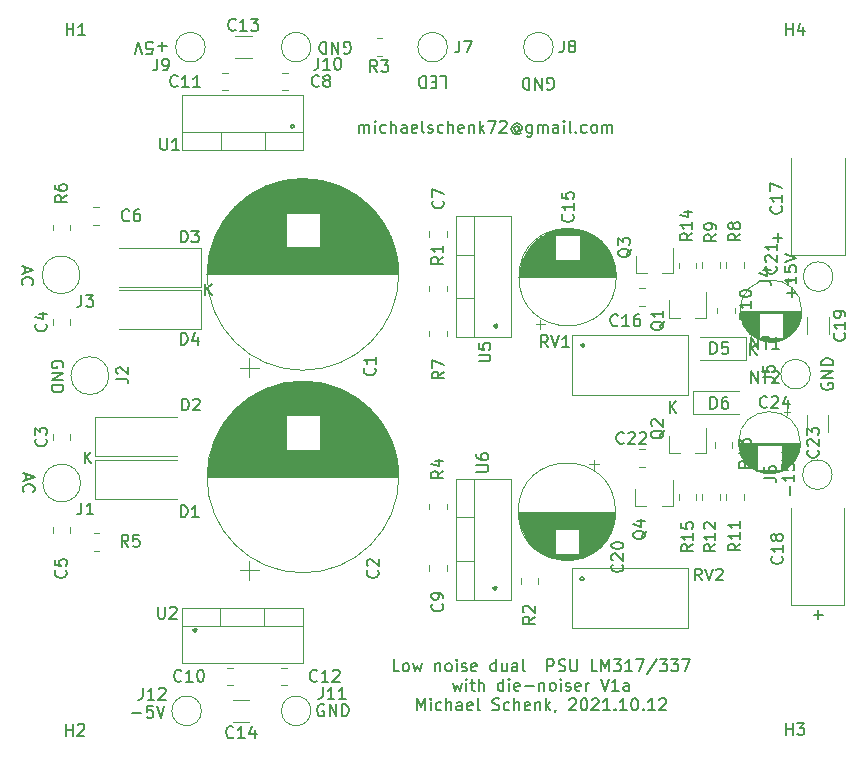
<source format=gbr>
G04 #@! TF.GenerationSoftware,KiCad,Pcbnew,(5.1.10-0-10_14)*
G04 #@! TF.CreationDate,2021-10-12T19:37:20+02:00*
G04 #@! TF.ProjectId,lv-lownoise-psu,6c762d6c-6f77-46e6-9f69-73652d707375,rev?*
G04 #@! TF.SameCoordinates,Original*
G04 #@! TF.FileFunction,Legend,Top*
G04 #@! TF.FilePolarity,Positive*
%FSLAX46Y46*%
G04 Gerber Fmt 4.6, Leading zero omitted, Abs format (unit mm)*
G04 Created by KiCad (PCBNEW (5.1.10-0-10_14)) date 2021-10-12 19:37:20*
%MOMM*%
%LPD*%
G01*
G04 APERTURE LIST*
%ADD10C,0.150000*%
%ADD11C,0.120000*%
G04 APERTURE END LIST*
D10*
X128079500Y-55459380D02*
X127984261Y-55507000D01*
X127936642Y-55602238D01*
X127984261Y-55697476D01*
X128079500Y-55745095D01*
X128174738Y-55697476D01*
X128222357Y-55602238D01*
X128174738Y-55507000D01*
X128079500Y-55459380D01*
X128016000Y-75207880D02*
X127920761Y-75255500D01*
X127873142Y-75350738D01*
X127920761Y-75445976D01*
X128016000Y-75493595D01*
X128111238Y-75445976D01*
X128158857Y-75350738D01*
X128111238Y-75255500D01*
X128016000Y-75207880D01*
X142232095Y-56395880D02*
X142232095Y-55395880D01*
X142803523Y-56395880D02*
X142374952Y-55824452D01*
X142803523Y-55395880D02*
X142232095Y-55967309D01*
X135437595Y-61348880D02*
X135437595Y-60348880D01*
X136009023Y-61348880D02*
X135580452Y-60777452D01*
X136009023Y-60348880D02*
X135437595Y-60920309D01*
X95250000Y-79589380D02*
X95154761Y-79637000D01*
X95107142Y-79732238D01*
X95154761Y-79827476D01*
X95250000Y-79875095D01*
X95345238Y-79827476D01*
X95392857Y-79732238D01*
X95345238Y-79637000D01*
X95250000Y-79589380D01*
X103505000Y-36917380D02*
X103409761Y-36965000D01*
X103362142Y-37060238D01*
X103409761Y-37155476D01*
X103505000Y-37203095D01*
X103600238Y-37155476D01*
X103647857Y-37060238D01*
X103600238Y-36965000D01*
X103505000Y-36917380D01*
X120650000Y-76033380D02*
X120554761Y-76081000D01*
X120507142Y-76176238D01*
X120554761Y-76271476D01*
X120650000Y-76319095D01*
X120745238Y-76271476D01*
X120792857Y-76176238D01*
X120745238Y-76081000D01*
X120650000Y-76033380D01*
X120713500Y-53808380D02*
X120618261Y-53856000D01*
X120570642Y-53951238D01*
X120618261Y-54046476D01*
X120713500Y-54094095D01*
X120808738Y-54046476D01*
X120856357Y-53951238D01*
X120808738Y-53856000D01*
X120713500Y-53808380D01*
X147637547Y-78430428D02*
X148399452Y-78430428D01*
X148018500Y-78811380D02*
X148018500Y-78049476D01*
X144208547Y-46489928D02*
X144970452Y-46489928D01*
X144589500Y-46870880D02*
X144589500Y-46108976D01*
X85907595Y-65603380D02*
X85907595Y-64603380D01*
X86479023Y-65603380D02*
X86050452Y-65031952D01*
X86479023Y-64603380D02*
X85907595Y-65174809D01*
X96131095Y-51379380D02*
X96131095Y-50379380D01*
X96702523Y-51379380D02*
X96273952Y-50807952D01*
X96702523Y-50379380D02*
X96131095Y-50950809D01*
X112563190Y-83193880D02*
X112087000Y-83193880D01*
X112087000Y-82193880D01*
X113039380Y-83193880D02*
X112944142Y-83146261D01*
X112896523Y-83098642D01*
X112848904Y-83003404D01*
X112848904Y-82717690D01*
X112896523Y-82622452D01*
X112944142Y-82574833D01*
X113039380Y-82527214D01*
X113182238Y-82527214D01*
X113277476Y-82574833D01*
X113325095Y-82622452D01*
X113372714Y-82717690D01*
X113372714Y-83003404D01*
X113325095Y-83098642D01*
X113277476Y-83146261D01*
X113182238Y-83193880D01*
X113039380Y-83193880D01*
X113706047Y-82527214D02*
X113896523Y-83193880D01*
X114087000Y-82717690D01*
X114277476Y-83193880D01*
X114467952Y-82527214D01*
X115610809Y-82527214D02*
X115610809Y-83193880D01*
X115610809Y-82622452D02*
X115658428Y-82574833D01*
X115753666Y-82527214D01*
X115896523Y-82527214D01*
X115991761Y-82574833D01*
X116039380Y-82670071D01*
X116039380Y-83193880D01*
X116658428Y-83193880D02*
X116563190Y-83146261D01*
X116515571Y-83098642D01*
X116467952Y-83003404D01*
X116467952Y-82717690D01*
X116515571Y-82622452D01*
X116563190Y-82574833D01*
X116658428Y-82527214D01*
X116801285Y-82527214D01*
X116896523Y-82574833D01*
X116944142Y-82622452D01*
X116991761Y-82717690D01*
X116991761Y-83003404D01*
X116944142Y-83098642D01*
X116896523Y-83146261D01*
X116801285Y-83193880D01*
X116658428Y-83193880D01*
X117420333Y-83193880D02*
X117420333Y-82527214D01*
X117420333Y-82193880D02*
X117372714Y-82241500D01*
X117420333Y-82289119D01*
X117467952Y-82241500D01*
X117420333Y-82193880D01*
X117420333Y-82289119D01*
X117848904Y-83146261D02*
X117944142Y-83193880D01*
X118134619Y-83193880D01*
X118229857Y-83146261D01*
X118277476Y-83051023D01*
X118277476Y-83003404D01*
X118229857Y-82908166D01*
X118134619Y-82860547D01*
X117991761Y-82860547D01*
X117896523Y-82812928D01*
X117848904Y-82717690D01*
X117848904Y-82670071D01*
X117896523Y-82574833D01*
X117991761Y-82527214D01*
X118134619Y-82527214D01*
X118229857Y-82574833D01*
X119087000Y-83146261D02*
X118991761Y-83193880D01*
X118801285Y-83193880D01*
X118706047Y-83146261D01*
X118658428Y-83051023D01*
X118658428Y-82670071D01*
X118706047Y-82574833D01*
X118801285Y-82527214D01*
X118991761Y-82527214D01*
X119087000Y-82574833D01*
X119134619Y-82670071D01*
X119134619Y-82765309D01*
X118658428Y-82860547D01*
X120753666Y-83193880D02*
X120753666Y-82193880D01*
X120753666Y-83146261D02*
X120658428Y-83193880D01*
X120467952Y-83193880D01*
X120372714Y-83146261D01*
X120325095Y-83098642D01*
X120277476Y-83003404D01*
X120277476Y-82717690D01*
X120325095Y-82622452D01*
X120372714Y-82574833D01*
X120467952Y-82527214D01*
X120658428Y-82527214D01*
X120753666Y-82574833D01*
X121658428Y-82527214D02*
X121658428Y-83193880D01*
X121229857Y-82527214D02*
X121229857Y-83051023D01*
X121277476Y-83146261D01*
X121372714Y-83193880D01*
X121515571Y-83193880D01*
X121610809Y-83146261D01*
X121658428Y-83098642D01*
X122563190Y-83193880D02*
X122563190Y-82670071D01*
X122515571Y-82574833D01*
X122420333Y-82527214D01*
X122229857Y-82527214D01*
X122134619Y-82574833D01*
X122563190Y-83146261D02*
X122467952Y-83193880D01*
X122229857Y-83193880D01*
X122134619Y-83146261D01*
X122087000Y-83051023D01*
X122087000Y-82955785D01*
X122134619Y-82860547D01*
X122229857Y-82812928D01*
X122467952Y-82812928D01*
X122563190Y-82765309D01*
X123182238Y-83193880D02*
X123087000Y-83146261D01*
X123039380Y-83051023D01*
X123039380Y-82193880D01*
X125087000Y-83193880D02*
X125087000Y-82193880D01*
X125467952Y-82193880D01*
X125563190Y-82241500D01*
X125610809Y-82289119D01*
X125658428Y-82384357D01*
X125658428Y-82527214D01*
X125610809Y-82622452D01*
X125563190Y-82670071D01*
X125467952Y-82717690D01*
X125087000Y-82717690D01*
X126039380Y-83146261D02*
X126182238Y-83193880D01*
X126420333Y-83193880D01*
X126515571Y-83146261D01*
X126563190Y-83098642D01*
X126610809Y-83003404D01*
X126610809Y-82908166D01*
X126563190Y-82812928D01*
X126515571Y-82765309D01*
X126420333Y-82717690D01*
X126229857Y-82670071D01*
X126134619Y-82622452D01*
X126087000Y-82574833D01*
X126039380Y-82479595D01*
X126039380Y-82384357D01*
X126087000Y-82289119D01*
X126134619Y-82241500D01*
X126229857Y-82193880D01*
X126467952Y-82193880D01*
X126610809Y-82241500D01*
X127039380Y-82193880D02*
X127039380Y-83003404D01*
X127087000Y-83098642D01*
X127134619Y-83146261D01*
X127229857Y-83193880D01*
X127420333Y-83193880D01*
X127515571Y-83146261D01*
X127563190Y-83098642D01*
X127610809Y-83003404D01*
X127610809Y-82193880D01*
X129325095Y-83193880D02*
X128848904Y-83193880D01*
X128848904Y-82193880D01*
X129658428Y-83193880D02*
X129658428Y-82193880D01*
X129991761Y-82908166D01*
X130325095Y-82193880D01*
X130325095Y-83193880D01*
X130706047Y-82193880D02*
X131325095Y-82193880D01*
X130991761Y-82574833D01*
X131134619Y-82574833D01*
X131229857Y-82622452D01*
X131277476Y-82670071D01*
X131325095Y-82765309D01*
X131325095Y-83003404D01*
X131277476Y-83098642D01*
X131229857Y-83146261D01*
X131134619Y-83193880D01*
X130848904Y-83193880D01*
X130753666Y-83146261D01*
X130706047Y-83098642D01*
X132277476Y-83193880D02*
X131706047Y-83193880D01*
X131991761Y-83193880D02*
X131991761Y-82193880D01*
X131896523Y-82336738D01*
X131801285Y-82431976D01*
X131706047Y-82479595D01*
X132610809Y-82193880D02*
X133277476Y-82193880D01*
X132848904Y-83193880D01*
X134372714Y-82146261D02*
X133515571Y-83431976D01*
X134610809Y-82193880D02*
X135229857Y-82193880D01*
X134896523Y-82574833D01*
X135039380Y-82574833D01*
X135134619Y-82622452D01*
X135182238Y-82670071D01*
X135229857Y-82765309D01*
X135229857Y-83003404D01*
X135182238Y-83098642D01*
X135134619Y-83146261D01*
X135039380Y-83193880D01*
X134753666Y-83193880D01*
X134658428Y-83146261D01*
X134610809Y-83098642D01*
X135563190Y-82193880D02*
X136182238Y-82193880D01*
X135848904Y-82574833D01*
X135991761Y-82574833D01*
X136087000Y-82622452D01*
X136134619Y-82670071D01*
X136182238Y-82765309D01*
X136182238Y-83003404D01*
X136134619Y-83098642D01*
X136087000Y-83146261D01*
X135991761Y-83193880D01*
X135706047Y-83193880D01*
X135610809Y-83146261D01*
X135563190Y-83098642D01*
X136515571Y-82193880D02*
X137182238Y-82193880D01*
X136753666Y-83193880D01*
X117087000Y-84177214D02*
X117277476Y-84843880D01*
X117467952Y-84367690D01*
X117658428Y-84843880D01*
X117848904Y-84177214D01*
X118229857Y-84843880D02*
X118229857Y-84177214D01*
X118229857Y-83843880D02*
X118182238Y-83891500D01*
X118229857Y-83939119D01*
X118277476Y-83891500D01*
X118229857Y-83843880D01*
X118229857Y-83939119D01*
X118563190Y-84177214D02*
X118944142Y-84177214D01*
X118706047Y-83843880D02*
X118706047Y-84701023D01*
X118753666Y-84796261D01*
X118848904Y-84843880D01*
X118944142Y-84843880D01*
X119277476Y-84843880D02*
X119277476Y-83843880D01*
X119706047Y-84843880D02*
X119706047Y-84320071D01*
X119658428Y-84224833D01*
X119563190Y-84177214D01*
X119420333Y-84177214D01*
X119325095Y-84224833D01*
X119277476Y-84272452D01*
X121372714Y-84843880D02*
X121372714Y-83843880D01*
X121372714Y-84796261D02*
X121277476Y-84843880D01*
X121087000Y-84843880D01*
X120991761Y-84796261D01*
X120944142Y-84748642D01*
X120896523Y-84653404D01*
X120896523Y-84367690D01*
X120944142Y-84272452D01*
X120991761Y-84224833D01*
X121087000Y-84177214D01*
X121277476Y-84177214D01*
X121372714Y-84224833D01*
X121848904Y-84843880D02*
X121848904Y-84177214D01*
X121848904Y-83843880D02*
X121801285Y-83891500D01*
X121848904Y-83939119D01*
X121896523Y-83891500D01*
X121848904Y-83843880D01*
X121848904Y-83939119D01*
X122706047Y-84796261D02*
X122610809Y-84843880D01*
X122420333Y-84843880D01*
X122325095Y-84796261D01*
X122277476Y-84701023D01*
X122277476Y-84320071D01*
X122325095Y-84224833D01*
X122420333Y-84177214D01*
X122610809Y-84177214D01*
X122706047Y-84224833D01*
X122753666Y-84320071D01*
X122753666Y-84415309D01*
X122277476Y-84510547D01*
X123182238Y-84462928D02*
X123944142Y-84462928D01*
X124420333Y-84177214D02*
X124420333Y-84843880D01*
X124420333Y-84272452D02*
X124467952Y-84224833D01*
X124563190Y-84177214D01*
X124706047Y-84177214D01*
X124801285Y-84224833D01*
X124848904Y-84320071D01*
X124848904Y-84843880D01*
X125467952Y-84843880D02*
X125372714Y-84796261D01*
X125325095Y-84748642D01*
X125277476Y-84653404D01*
X125277476Y-84367690D01*
X125325095Y-84272452D01*
X125372714Y-84224833D01*
X125467952Y-84177214D01*
X125610809Y-84177214D01*
X125706047Y-84224833D01*
X125753666Y-84272452D01*
X125801285Y-84367690D01*
X125801285Y-84653404D01*
X125753666Y-84748642D01*
X125706047Y-84796261D01*
X125610809Y-84843880D01*
X125467952Y-84843880D01*
X126229857Y-84843880D02*
X126229857Y-84177214D01*
X126229857Y-83843880D02*
X126182238Y-83891500D01*
X126229857Y-83939119D01*
X126277476Y-83891500D01*
X126229857Y-83843880D01*
X126229857Y-83939119D01*
X126658428Y-84796261D02*
X126753666Y-84843880D01*
X126944142Y-84843880D01*
X127039380Y-84796261D01*
X127087000Y-84701023D01*
X127087000Y-84653404D01*
X127039380Y-84558166D01*
X126944142Y-84510547D01*
X126801285Y-84510547D01*
X126706047Y-84462928D01*
X126658428Y-84367690D01*
X126658428Y-84320071D01*
X126706047Y-84224833D01*
X126801285Y-84177214D01*
X126944142Y-84177214D01*
X127039380Y-84224833D01*
X127896523Y-84796261D02*
X127801285Y-84843880D01*
X127610809Y-84843880D01*
X127515571Y-84796261D01*
X127467952Y-84701023D01*
X127467952Y-84320071D01*
X127515571Y-84224833D01*
X127610809Y-84177214D01*
X127801285Y-84177214D01*
X127896523Y-84224833D01*
X127944142Y-84320071D01*
X127944142Y-84415309D01*
X127467952Y-84510547D01*
X128372714Y-84843880D02*
X128372714Y-84177214D01*
X128372714Y-84367690D02*
X128420333Y-84272452D01*
X128467952Y-84224833D01*
X128563190Y-84177214D01*
X128658428Y-84177214D01*
X129610809Y-83843880D02*
X129944142Y-84843880D01*
X130277476Y-83843880D01*
X131134619Y-84843880D02*
X130563190Y-84843880D01*
X130848904Y-84843880D02*
X130848904Y-83843880D01*
X130753666Y-83986738D01*
X130658428Y-84081976D01*
X130563190Y-84129595D01*
X131991761Y-84843880D02*
X131991761Y-84320071D01*
X131944142Y-84224833D01*
X131848904Y-84177214D01*
X131658428Y-84177214D01*
X131563190Y-84224833D01*
X131991761Y-84796261D02*
X131896523Y-84843880D01*
X131658428Y-84843880D01*
X131563190Y-84796261D01*
X131515571Y-84701023D01*
X131515571Y-84605785D01*
X131563190Y-84510547D01*
X131658428Y-84462928D01*
X131896523Y-84462928D01*
X131991761Y-84415309D01*
X114063190Y-86493880D02*
X114063190Y-85493880D01*
X114396523Y-86208166D01*
X114729857Y-85493880D01*
X114729857Y-86493880D01*
X115206047Y-86493880D02*
X115206047Y-85827214D01*
X115206047Y-85493880D02*
X115158428Y-85541500D01*
X115206047Y-85589119D01*
X115253666Y-85541500D01*
X115206047Y-85493880D01*
X115206047Y-85589119D01*
X116110809Y-86446261D02*
X116015571Y-86493880D01*
X115825095Y-86493880D01*
X115729857Y-86446261D01*
X115682238Y-86398642D01*
X115634619Y-86303404D01*
X115634619Y-86017690D01*
X115682238Y-85922452D01*
X115729857Y-85874833D01*
X115825095Y-85827214D01*
X116015571Y-85827214D01*
X116110809Y-85874833D01*
X116539380Y-86493880D02*
X116539380Y-85493880D01*
X116967952Y-86493880D02*
X116967952Y-85970071D01*
X116920333Y-85874833D01*
X116825095Y-85827214D01*
X116682238Y-85827214D01*
X116587000Y-85874833D01*
X116539380Y-85922452D01*
X117872714Y-86493880D02*
X117872714Y-85970071D01*
X117825095Y-85874833D01*
X117729857Y-85827214D01*
X117539380Y-85827214D01*
X117444142Y-85874833D01*
X117872714Y-86446261D02*
X117777476Y-86493880D01*
X117539380Y-86493880D01*
X117444142Y-86446261D01*
X117396523Y-86351023D01*
X117396523Y-86255785D01*
X117444142Y-86160547D01*
X117539380Y-86112928D01*
X117777476Y-86112928D01*
X117872714Y-86065309D01*
X118729857Y-86446261D02*
X118634619Y-86493880D01*
X118444142Y-86493880D01*
X118348904Y-86446261D01*
X118301285Y-86351023D01*
X118301285Y-85970071D01*
X118348904Y-85874833D01*
X118444142Y-85827214D01*
X118634619Y-85827214D01*
X118729857Y-85874833D01*
X118777476Y-85970071D01*
X118777476Y-86065309D01*
X118301285Y-86160547D01*
X119348904Y-86493880D02*
X119253666Y-86446261D01*
X119206047Y-86351023D01*
X119206047Y-85493880D01*
X120444142Y-86446261D02*
X120587000Y-86493880D01*
X120825095Y-86493880D01*
X120920333Y-86446261D01*
X120967952Y-86398642D01*
X121015571Y-86303404D01*
X121015571Y-86208166D01*
X120967952Y-86112928D01*
X120920333Y-86065309D01*
X120825095Y-86017690D01*
X120634619Y-85970071D01*
X120539380Y-85922452D01*
X120491761Y-85874833D01*
X120444142Y-85779595D01*
X120444142Y-85684357D01*
X120491761Y-85589119D01*
X120539380Y-85541500D01*
X120634619Y-85493880D01*
X120872714Y-85493880D01*
X121015571Y-85541500D01*
X121872714Y-86446261D02*
X121777476Y-86493880D01*
X121587000Y-86493880D01*
X121491761Y-86446261D01*
X121444142Y-86398642D01*
X121396523Y-86303404D01*
X121396523Y-86017690D01*
X121444142Y-85922452D01*
X121491761Y-85874833D01*
X121587000Y-85827214D01*
X121777476Y-85827214D01*
X121872714Y-85874833D01*
X122301285Y-86493880D02*
X122301285Y-85493880D01*
X122729857Y-86493880D02*
X122729857Y-85970071D01*
X122682238Y-85874833D01*
X122587000Y-85827214D01*
X122444142Y-85827214D01*
X122348904Y-85874833D01*
X122301285Y-85922452D01*
X123587000Y-86446261D02*
X123491761Y-86493880D01*
X123301285Y-86493880D01*
X123206047Y-86446261D01*
X123158428Y-86351023D01*
X123158428Y-85970071D01*
X123206047Y-85874833D01*
X123301285Y-85827214D01*
X123491761Y-85827214D01*
X123587000Y-85874833D01*
X123634619Y-85970071D01*
X123634619Y-86065309D01*
X123158428Y-86160547D01*
X124063190Y-85827214D02*
X124063190Y-86493880D01*
X124063190Y-85922452D02*
X124110809Y-85874833D01*
X124206047Y-85827214D01*
X124348904Y-85827214D01*
X124444142Y-85874833D01*
X124491761Y-85970071D01*
X124491761Y-86493880D01*
X124967952Y-86493880D02*
X124967952Y-85493880D01*
X125063190Y-86112928D02*
X125348904Y-86493880D01*
X125348904Y-85827214D02*
X124967952Y-86208166D01*
X125825095Y-86446261D02*
X125825095Y-86493880D01*
X125777476Y-86589119D01*
X125729857Y-86636738D01*
X126967952Y-85589119D02*
X127015571Y-85541500D01*
X127110809Y-85493880D01*
X127348904Y-85493880D01*
X127444142Y-85541500D01*
X127491761Y-85589119D01*
X127539380Y-85684357D01*
X127539380Y-85779595D01*
X127491761Y-85922452D01*
X126920333Y-86493880D01*
X127539380Y-86493880D01*
X128158428Y-85493880D02*
X128253666Y-85493880D01*
X128348904Y-85541500D01*
X128396523Y-85589119D01*
X128444142Y-85684357D01*
X128491761Y-85874833D01*
X128491761Y-86112928D01*
X128444142Y-86303404D01*
X128396523Y-86398642D01*
X128348904Y-86446261D01*
X128253666Y-86493880D01*
X128158428Y-86493880D01*
X128063190Y-86446261D01*
X128015571Y-86398642D01*
X127967952Y-86303404D01*
X127920333Y-86112928D01*
X127920333Y-85874833D01*
X127967952Y-85684357D01*
X128015571Y-85589119D01*
X128063190Y-85541500D01*
X128158428Y-85493880D01*
X128872714Y-85589119D02*
X128920333Y-85541500D01*
X129015571Y-85493880D01*
X129253666Y-85493880D01*
X129348904Y-85541500D01*
X129396523Y-85589119D01*
X129444142Y-85684357D01*
X129444142Y-85779595D01*
X129396523Y-85922452D01*
X128825095Y-86493880D01*
X129444142Y-86493880D01*
X130396523Y-86493880D02*
X129825095Y-86493880D01*
X130110809Y-86493880D02*
X130110809Y-85493880D01*
X130015571Y-85636738D01*
X129920333Y-85731976D01*
X129825095Y-85779595D01*
X130825095Y-86398642D02*
X130872714Y-86446261D01*
X130825095Y-86493880D01*
X130777476Y-86446261D01*
X130825095Y-86398642D01*
X130825095Y-86493880D01*
X131825095Y-86493880D02*
X131253666Y-86493880D01*
X131539380Y-86493880D02*
X131539380Y-85493880D01*
X131444142Y-85636738D01*
X131348904Y-85731976D01*
X131253666Y-85779595D01*
X132444142Y-85493880D02*
X132539380Y-85493880D01*
X132634619Y-85541500D01*
X132682238Y-85589119D01*
X132729857Y-85684357D01*
X132777476Y-85874833D01*
X132777476Y-86112928D01*
X132729857Y-86303404D01*
X132682238Y-86398642D01*
X132634619Y-86446261D01*
X132539380Y-86493880D01*
X132444142Y-86493880D01*
X132348904Y-86446261D01*
X132301285Y-86398642D01*
X132253666Y-86303404D01*
X132206047Y-86112928D01*
X132206047Y-85874833D01*
X132253666Y-85684357D01*
X132301285Y-85589119D01*
X132348904Y-85541500D01*
X132444142Y-85493880D01*
X133206047Y-86398642D02*
X133253666Y-86446261D01*
X133206047Y-86493880D01*
X133158428Y-86446261D01*
X133206047Y-86398642D01*
X133206047Y-86493880D01*
X134206047Y-86493880D02*
X133634619Y-86493880D01*
X133920333Y-86493880D02*
X133920333Y-85493880D01*
X133825095Y-85636738D01*
X133729857Y-85731976D01*
X133634619Y-85779595D01*
X134587000Y-85589119D02*
X134634619Y-85541500D01*
X134729857Y-85493880D01*
X134967952Y-85493880D01*
X135063190Y-85541500D01*
X135110809Y-85589119D01*
X135158428Y-85684357D01*
X135158428Y-85779595D01*
X135110809Y-85922452D01*
X134539380Y-86493880D01*
X135158428Y-86493880D01*
X107886404Y-30853000D02*
X107981642Y-30900619D01*
X108124500Y-30900619D01*
X108267357Y-30853000D01*
X108362595Y-30757761D01*
X108410214Y-30662523D01*
X108457833Y-30472047D01*
X108457833Y-30329190D01*
X108410214Y-30138714D01*
X108362595Y-30043476D01*
X108267357Y-29948238D01*
X108124500Y-29900619D01*
X108029261Y-29900619D01*
X107886404Y-29948238D01*
X107838785Y-29995857D01*
X107838785Y-30329190D01*
X108029261Y-30329190D01*
X107410214Y-29900619D02*
X107410214Y-30900619D01*
X106838785Y-29900619D01*
X106838785Y-30900619D01*
X106362595Y-29900619D02*
X106362595Y-30900619D01*
X106124500Y-30900619D01*
X105981642Y-30853000D01*
X105886404Y-30757761D01*
X105838785Y-30662523D01*
X105791166Y-30472047D01*
X105791166Y-30329190D01*
X105838785Y-30138714D01*
X105886404Y-30043476D01*
X105981642Y-29948238D01*
X106124500Y-29900619D01*
X106362595Y-29900619D01*
X92852714Y-30281571D02*
X92090809Y-30281571D01*
X92471761Y-29900619D02*
X92471761Y-30662523D01*
X91138428Y-30900619D02*
X91614619Y-30900619D01*
X91662238Y-30424428D01*
X91614619Y-30472047D01*
X91519380Y-30519666D01*
X91281285Y-30519666D01*
X91186047Y-30472047D01*
X91138428Y-30424428D01*
X91090809Y-30329190D01*
X91090809Y-30091095D01*
X91138428Y-29995857D01*
X91186047Y-29948238D01*
X91281285Y-29900619D01*
X91519380Y-29900619D01*
X91614619Y-29948238D01*
X91662238Y-29995857D01*
X90805095Y-30900619D02*
X90471761Y-29900619D01*
X90138428Y-30900619D01*
X89963785Y-86748928D02*
X90725690Y-86748928D01*
X91678071Y-86129880D02*
X91201880Y-86129880D01*
X91154261Y-86606071D01*
X91201880Y-86558452D01*
X91297119Y-86510833D01*
X91535214Y-86510833D01*
X91630452Y-86558452D01*
X91678071Y-86606071D01*
X91725690Y-86701309D01*
X91725690Y-86939404D01*
X91678071Y-87034642D01*
X91630452Y-87082261D01*
X91535214Y-87129880D01*
X91297119Y-87129880D01*
X91201880Y-87082261D01*
X91154261Y-87034642D01*
X92011404Y-86129880D02*
X92344738Y-87129880D01*
X92678071Y-86129880D01*
X106172095Y-86050500D02*
X106076857Y-86002880D01*
X105934000Y-86002880D01*
X105791142Y-86050500D01*
X105695904Y-86145738D01*
X105648285Y-86240976D01*
X105600666Y-86431452D01*
X105600666Y-86574309D01*
X105648285Y-86764785D01*
X105695904Y-86860023D01*
X105791142Y-86955261D01*
X105934000Y-87002880D01*
X106029238Y-87002880D01*
X106172095Y-86955261D01*
X106219714Y-86907642D01*
X106219714Y-86574309D01*
X106029238Y-86574309D01*
X106648285Y-87002880D02*
X106648285Y-86002880D01*
X107219714Y-87002880D01*
X107219714Y-86002880D01*
X107695904Y-87002880D02*
X107695904Y-86002880D01*
X107934000Y-86002880D01*
X108076857Y-86050500D01*
X108172095Y-86145738D01*
X108219714Y-86240976D01*
X108267333Y-86431452D01*
X108267333Y-86574309D01*
X108219714Y-86764785D01*
X108172095Y-86860023D01*
X108076857Y-86955261D01*
X107934000Y-87002880D01*
X107695904Y-87002880D01*
X125094904Y-33901000D02*
X125190142Y-33948619D01*
X125333000Y-33948619D01*
X125475857Y-33901000D01*
X125571095Y-33805761D01*
X125618714Y-33710523D01*
X125666333Y-33520047D01*
X125666333Y-33377190D01*
X125618714Y-33186714D01*
X125571095Y-33091476D01*
X125475857Y-32996238D01*
X125333000Y-32948619D01*
X125237761Y-32948619D01*
X125094904Y-32996238D01*
X125047285Y-33043857D01*
X125047285Y-33377190D01*
X125237761Y-33377190D01*
X124618714Y-32948619D02*
X124618714Y-33948619D01*
X124047285Y-32948619D01*
X124047285Y-33948619D01*
X123571095Y-32948619D02*
X123571095Y-33948619D01*
X123333000Y-33948619D01*
X123190142Y-33901000D01*
X123094904Y-33805761D01*
X123047285Y-33710523D01*
X122999666Y-33520047D01*
X122999666Y-33377190D01*
X123047285Y-33186714D01*
X123094904Y-33091476D01*
X123190142Y-32996238D01*
X123333000Y-32948619D01*
X123571095Y-32948619D01*
X116022357Y-32821619D02*
X116498547Y-32821619D01*
X116498547Y-33821619D01*
X115689023Y-33345428D02*
X115355690Y-33345428D01*
X115212833Y-32821619D02*
X115689023Y-32821619D01*
X115689023Y-33821619D01*
X115212833Y-33821619D01*
X114784261Y-32821619D02*
X114784261Y-33821619D01*
X114546166Y-33821619D01*
X114403309Y-33774000D01*
X114308071Y-33678761D01*
X114260452Y-33583523D01*
X114212833Y-33393047D01*
X114212833Y-33250190D01*
X114260452Y-33059714D01*
X114308071Y-32964476D01*
X114403309Y-32869238D01*
X114546166Y-32821619D01*
X114784261Y-32821619D01*
X109173714Y-37599880D02*
X109173714Y-36933214D01*
X109173714Y-37028452D02*
X109221333Y-36980833D01*
X109316571Y-36933214D01*
X109459428Y-36933214D01*
X109554666Y-36980833D01*
X109602285Y-37076071D01*
X109602285Y-37599880D01*
X109602285Y-37076071D02*
X109649904Y-36980833D01*
X109745142Y-36933214D01*
X109888000Y-36933214D01*
X109983238Y-36980833D01*
X110030857Y-37076071D01*
X110030857Y-37599880D01*
X110507047Y-37599880D02*
X110507047Y-36933214D01*
X110507047Y-36599880D02*
X110459428Y-36647500D01*
X110507047Y-36695119D01*
X110554666Y-36647500D01*
X110507047Y-36599880D01*
X110507047Y-36695119D01*
X111411809Y-37552261D02*
X111316571Y-37599880D01*
X111126095Y-37599880D01*
X111030857Y-37552261D01*
X110983238Y-37504642D01*
X110935619Y-37409404D01*
X110935619Y-37123690D01*
X110983238Y-37028452D01*
X111030857Y-36980833D01*
X111126095Y-36933214D01*
X111316571Y-36933214D01*
X111411809Y-36980833D01*
X111840380Y-37599880D02*
X111840380Y-36599880D01*
X112268952Y-37599880D02*
X112268952Y-37076071D01*
X112221333Y-36980833D01*
X112126095Y-36933214D01*
X111983238Y-36933214D01*
X111888000Y-36980833D01*
X111840380Y-37028452D01*
X113173714Y-37599880D02*
X113173714Y-37076071D01*
X113126095Y-36980833D01*
X113030857Y-36933214D01*
X112840380Y-36933214D01*
X112745142Y-36980833D01*
X113173714Y-37552261D02*
X113078476Y-37599880D01*
X112840380Y-37599880D01*
X112745142Y-37552261D01*
X112697523Y-37457023D01*
X112697523Y-37361785D01*
X112745142Y-37266547D01*
X112840380Y-37218928D01*
X113078476Y-37218928D01*
X113173714Y-37171309D01*
X114030857Y-37552261D02*
X113935619Y-37599880D01*
X113745142Y-37599880D01*
X113649904Y-37552261D01*
X113602285Y-37457023D01*
X113602285Y-37076071D01*
X113649904Y-36980833D01*
X113745142Y-36933214D01*
X113935619Y-36933214D01*
X114030857Y-36980833D01*
X114078476Y-37076071D01*
X114078476Y-37171309D01*
X113602285Y-37266547D01*
X114649904Y-37599880D02*
X114554666Y-37552261D01*
X114507047Y-37457023D01*
X114507047Y-36599880D01*
X114983238Y-37552261D02*
X115078476Y-37599880D01*
X115268952Y-37599880D01*
X115364190Y-37552261D01*
X115411809Y-37457023D01*
X115411809Y-37409404D01*
X115364190Y-37314166D01*
X115268952Y-37266547D01*
X115126095Y-37266547D01*
X115030857Y-37218928D01*
X114983238Y-37123690D01*
X114983238Y-37076071D01*
X115030857Y-36980833D01*
X115126095Y-36933214D01*
X115268952Y-36933214D01*
X115364190Y-36980833D01*
X116268952Y-37552261D02*
X116173714Y-37599880D01*
X115983238Y-37599880D01*
X115888000Y-37552261D01*
X115840380Y-37504642D01*
X115792761Y-37409404D01*
X115792761Y-37123690D01*
X115840380Y-37028452D01*
X115888000Y-36980833D01*
X115983238Y-36933214D01*
X116173714Y-36933214D01*
X116268952Y-36980833D01*
X116697523Y-37599880D02*
X116697523Y-36599880D01*
X117126095Y-37599880D02*
X117126095Y-37076071D01*
X117078476Y-36980833D01*
X116983238Y-36933214D01*
X116840380Y-36933214D01*
X116745142Y-36980833D01*
X116697523Y-37028452D01*
X117983238Y-37552261D02*
X117888000Y-37599880D01*
X117697523Y-37599880D01*
X117602285Y-37552261D01*
X117554666Y-37457023D01*
X117554666Y-37076071D01*
X117602285Y-36980833D01*
X117697523Y-36933214D01*
X117888000Y-36933214D01*
X117983238Y-36980833D01*
X118030857Y-37076071D01*
X118030857Y-37171309D01*
X117554666Y-37266547D01*
X118459428Y-36933214D02*
X118459428Y-37599880D01*
X118459428Y-37028452D02*
X118507047Y-36980833D01*
X118602285Y-36933214D01*
X118745142Y-36933214D01*
X118840380Y-36980833D01*
X118888000Y-37076071D01*
X118888000Y-37599880D01*
X119364190Y-37599880D02*
X119364190Y-36599880D01*
X119459428Y-37218928D02*
X119745142Y-37599880D01*
X119745142Y-36933214D02*
X119364190Y-37314166D01*
X120078476Y-36599880D02*
X120745142Y-36599880D01*
X120316571Y-37599880D01*
X121078476Y-36695119D02*
X121126095Y-36647500D01*
X121221333Y-36599880D01*
X121459428Y-36599880D01*
X121554666Y-36647500D01*
X121602285Y-36695119D01*
X121649904Y-36790357D01*
X121649904Y-36885595D01*
X121602285Y-37028452D01*
X121030857Y-37599880D01*
X121649904Y-37599880D01*
X122697523Y-37123690D02*
X122649904Y-37076071D01*
X122554666Y-37028452D01*
X122459428Y-37028452D01*
X122364190Y-37076071D01*
X122316571Y-37123690D01*
X122268952Y-37218928D01*
X122268952Y-37314166D01*
X122316571Y-37409404D01*
X122364190Y-37457023D01*
X122459428Y-37504642D01*
X122554666Y-37504642D01*
X122649904Y-37457023D01*
X122697523Y-37409404D01*
X122697523Y-37028452D02*
X122697523Y-37409404D01*
X122745142Y-37457023D01*
X122792761Y-37457023D01*
X122888000Y-37409404D01*
X122935619Y-37314166D01*
X122935619Y-37076071D01*
X122840380Y-36933214D01*
X122697523Y-36837976D01*
X122507047Y-36790357D01*
X122316571Y-36837976D01*
X122173714Y-36933214D01*
X122078476Y-37076071D01*
X122030857Y-37266547D01*
X122078476Y-37457023D01*
X122173714Y-37599880D01*
X122316571Y-37695119D01*
X122507047Y-37742738D01*
X122697523Y-37695119D01*
X122840380Y-37599880D01*
X123792761Y-36933214D02*
X123792761Y-37742738D01*
X123745142Y-37837976D01*
X123697523Y-37885595D01*
X123602285Y-37933214D01*
X123459428Y-37933214D01*
X123364190Y-37885595D01*
X123792761Y-37552261D02*
X123697523Y-37599880D01*
X123507047Y-37599880D01*
X123411809Y-37552261D01*
X123364190Y-37504642D01*
X123316571Y-37409404D01*
X123316571Y-37123690D01*
X123364190Y-37028452D01*
X123411809Y-36980833D01*
X123507047Y-36933214D01*
X123697523Y-36933214D01*
X123792761Y-36980833D01*
X124268952Y-37599880D02*
X124268952Y-36933214D01*
X124268952Y-37028452D02*
X124316571Y-36980833D01*
X124411809Y-36933214D01*
X124554666Y-36933214D01*
X124649904Y-36980833D01*
X124697523Y-37076071D01*
X124697523Y-37599880D01*
X124697523Y-37076071D02*
X124745142Y-36980833D01*
X124840380Y-36933214D01*
X124983238Y-36933214D01*
X125078476Y-36980833D01*
X125126095Y-37076071D01*
X125126095Y-37599880D01*
X126030857Y-37599880D02*
X126030857Y-37076071D01*
X125983238Y-36980833D01*
X125888000Y-36933214D01*
X125697523Y-36933214D01*
X125602285Y-36980833D01*
X126030857Y-37552261D02*
X125935619Y-37599880D01*
X125697523Y-37599880D01*
X125602285Y-37552261D01*
X125554666Y-37457023D01*
X125554666Y-37361785D01*
X125602285Y-37266547D01*
X125697523Y-37218928D01*
X125935619Y-37218928D01*
X126030857Y-37171309D01*
X126507047Y-37599880D02*
X126507047Y-36933214D01*
X126507047Y-36599880D02*
X126459428Y-36647500D01*
X126507047Y-36695119D01*
X126554666Y-36647500D01*
X126507047Y-36599880D01*
X126507047Y-36695119D01*
X127126095Y-37599880D02*
X127030857Y-37552261D01*
X126983238Y-37457023D01*
X126983238Y-36599880D01*
X127507047Y-37504642D02*
X127554666Y-37552261D01*
X127507047Y-37599880D01*
X127459428Y-37552261D01*
X127507047Y-37504642D01*
X127507047Y-37599880D01*
X128411809Y-37552261D02*
X128316571Y-37599880D01*
X128126095Y-37599880D01*
X128030857Y-37552261D01*
X127983238Y-37504642D01*
X127935619Y-37409404D01*
X127935619Y-37123690D01*
X127983238Y-37028452D01*
X128030857Y-36980833D01*
X128126095Y-36933214D01*
X128316571Y-36933214D01*
X128411809Y-36980833D01*
X128983238Y-37599880D02*
X128888000Y-37552261D01*
X128840380Y-37504642D01*
X128792761Y-37409404D01*
X128792761Y-37123690D01*
X128840380Y-37028452D01*
X128888000Y-36980833D01*
X128983238Y-36933214D01*
X129126095Y-36933214D01*
X129221333Y-36980833D01*
X129268952Y-37028452D01*
X129316571Y-37123690D01*
X129316571Y-37409404D01*
X129268952Y-37504642D01*
X129221333Y-37552261D01*
X129126095Y-37599880D01*
X128983238Y-37599880D01*
X129745142Y-37599880D02*
X129745142Y-36933214D01*
X129745142Y-37028452D02*
X129792761Y-36980833D01*
X129888000Y-36933214D01*
X130030857Y-36933214D01*
X130126095Y-36980833D01*
X130173714Y-37076071D01*
X130173714Y-37599880D01*
X130173714Y-37076071D02*
X130221333Y-36980833D01*
X130316571Y-36933214D01*
X130459428Y-36933214D01*
X130554666Y-36980833D01*
X130602285Y-37076071D01*
X130602285Y-37599880D01*
X84066000Y-57467595D02*
X84113619Y-57372357D01*
X84113619Y-57229500D01*
X84066000Y-57086642D01*
X83970761Y-56991404D01*
X83875523Y-56943785D01*
X83685047Y-56896166D01*
X83542190Y-56896166D01*
X83351714Y-56943785D01*
X83256476Y-56991404D01*
X83161238Y-57086642D01*
X83113619Y-57229500D01*
X83113619Y-57324738D01*
X83161238Y-57467595D01*
X83208857Y-57515214D01*
X83542190Y-57515214D01*
X83542190Y-57324738D01*
X83113619Y-57943785D02*
X84113619Y-57943785D01*
X83113619Y-58515214D01*
X84113619Y-58515214D01*
X83113619Y-58991404D02*
X84113619Y-58991404D01*
X84113619Y-59229500D01*
X84066000Y-59372357D01*
X83970761Y-59467595D01*
X83875523Y-59515214D01*
X83685047Y-59562833D01*
X83542190Y-59562833D01*
X83351714Y-59515214D01*
X83256476Y-59467595D01*
X83161238Y-59372357D01*
X83113619Y-59229500D01*
X83113619Y-58991404D01*
X80960933Y-66521104D02*
X80960933Y-66997295D01*
X80675219Y-66425866D02*
X81675219Y-66759200D01*
X80675219Y-67092533D01*
X80770457Y-67997295D02*
X80722838Y-67949676D01*
X80675219Y-67806819D01*
X80675219Y-67711580D01*
X80722838Y-67568723D01*
X80818076Y-67473485D01*
X80913314Y-67425866D01*
X81103790Y-67378247D01*
X81246647Y-67378247D01*
X81437123Y-67425866D01*
X81532361Y-67473485D01*
X81627600Y-67568723D01*
X81675219Y-67711580D01*
X81675219Y-67806819D01*
X81627600Y-67949676D01*
X81579980Y-67997295D01*
X80859333Y-48995104D02*
X80859333Y-49471295D01*
X80573619Y-48899866D02*
X81573619Y-49233200D01*
X80573619Y-49566533D01*
X80668857Y-50471295D02*
X80621238Y-50423676D01*
X80573619Y-50280819D01*
X80573619Y-50185580D01*
X80621238Y-50042723D01*
X80716476Y-49947485D01*
X80811714Y-49899866D01*
X81002190Y-49852247D01*
X81145047Y-49852247D01*
X81335523Y-49899866D01*
X81430761Y-49947485D01*
X81526000Y-50042723D01*
X81573619Y-50185580D01*
X81573619Y-50280819D01*
X81526000Y-50423676D01*
X81478380Y-50471295D01*
X145613428Y-68309904D02*
X145613428Y-67548000D01*
X145994380Y-66548000D02*
X145994380Y-67119428D01*
X145994380Y-66833714D02*
X144994380Y-66833714D01*
X145137238Y-66928952D01*
X145232476Y-67024190D01*
X145280095Y-67119428D01*
X144994380Y-65643238D02*
X144994380Y-66119428D01*
X145470571Y-66167047D01*
X145422952Y-66119428D01*
X145375333Y-66024190D01*
X145375333Y-65786095D01*
X145422952Y-65690857D01*
X145470571Y-65643238D01*
X145565809Y-65595619D01*
X145803904Y-65595619D01*
X145899142Y-65643238D01*
X145946761Y-65690857D01*
X145994380Y-65786095D01*
X145994380Y-66024190D01*
X145946761Y-66119428D01*
X145899142Y-66167047D01*
X144994380Y-65309904D02*
X145994380Y-64976571D01*
X144994380Y-64643238D01*
X148344000Y-58800904D02*
X148296380Y-58896142D01*
X148296380Y-59039000D01*
X148344000Y-59181857D01*
X148439238Y-59277095D01*
X148534476Y-59324714D01*
X148724952Y-59372333D01*
X148867809Y-59372333D01*
X149058285Y-59324714D01*
X149153523Y-59277095D01*
X149248761Y-59181857D01*
X149296380Y-59039000D01*
X149296380Y-58943761D01*
X149248761Y-58800904D01*
X149201142Y-58753285D01*
X148867809Y-58753285D01*
X148867809Y-58943761D01*
X149296380Y-58324714D02*
X148296380Y-58324714D01*
X149296380Y-57753285D01*
X148296380Y-57753285D01*
X149296380Y-57277095D02*
X148296380Y-57277095D01*
X148296380Y-57039000D01*
X148344000Y-56896142D01*
X148439238Y-56800904D01*
X148534476Y-56753285D01*
X148724952Y-56705666D01*
X148867809Y-56705666D01*
X149058285Y-56753285D01*
X149153523Y-56800904D01*
X149248761Y-56896142D01*
X149296380Y-57039000D01*
X149296380Y-57277095D01*
X145803928Y-51545904D02*
X145803928Y-50784000D01*
X146184880Y-51164952D02*
X145422976Y-51164952D01*
X146184880Y-49784000D02*
X146184880Y-50355428D01*
X146184880Y-50069714D02*
X145184880Y-50069714D01*
X145327738Y-50164952D01*
X145422976Y-50260190D01*
X145470595Y-50355428D01*
X145184880Y-48879238D02*
X145184880Y-49355428D01*
X145661071Y-49403047D01*
X145613452Y-49355428D01*
X145565833Y-49260190D01*
X145565833Y-49022095D01*
X145613452Y-48926857D01*
X145661071Y-48879238D01*
X145756309Y-48831619D01*
X145994404Y-48831619D01*
X146089642Y-48879238D01*
X146137261Y-48926857D01*
X146184880Y-49022095D01*
X146184880Y-49260190D01*
X146137261Y-49355428D01*
X146089642Y-49403047D01*
X145184880Y-48545904D02*
X146184880Y-48212571D01*
X145184880Y-47879238D01*
D11*
X137704500Y-68209936D02*
X137704500Y-68664064D01*
X136234500Y-68209936D02*
X136234500Y-68664064D01*
X132534500Y-69197000D02*
X133464500Y-69197000D01*
X135694500Y-69197000D02*
X134764500Y-69197000D01*
X135694500Y-69197000D02*
X135694500Y-67037000D01*
X132534500Y-69197000D02*
X132534500Y-67737000D01*
X136234500Y-48588436D02*
X136234500Y-49042564D01*
X137704500Y-48588436D02*
X137704500Y-49042564D01*
X132595500Y-49480500D02*
X132595500Y-48020500D01*
X135755500Y-49480500D02*
X135755500Y-47320500D01*
X135755500Y-49480500D02*
X134825500Y-49480500D01*
X132595500Y-49480500D02*
X133525500Y-49480500D01*
X147108500Y-53225248D02*
X147108500Y-54647752D01*
X148928500Y-53225248D02*
X148928500Y-54647752D01*
X136965000Y-79555500D02*
X127195000Y-79555500D01*
X136965000Y-74485500D02*
X127195000Y-74485500D01*
X136965000Y-79555500D02*
X136965000Y-74485500D01*
X127195000Y-79555500D02*
X127195000Y-74485500D01*
X136965000Y-59807000D02*
X127195000Y-59807000D01*
X136965000Y-54737000D02*
X127195000Y-54737000D01*
X136965000Y-59807000D02*
X136965000Y-54737000D01*
X127195000Y-59807000D02*
X127195000Y-54737000D01*
X149269500Y-49784000D02*
G75*
G03*
X149269500Y-49784000I-1251000J0D01*
G01*
X145616000Y-61282725D02*
X145116000Y-61282725D01*
X145366000Y-61032725D02*
X145366000Y-61532725D01*
X144175000Y-66438500D02*
X143607000Y-66438500D01*
X144409000Y-66398500D02*
X143373000Y-66398500D01*
X144568000Y-66358500D02*
X143214000Y-66358500D01*
X144696000Y-66318500D02*
X143086000Y-66318500D01*
X144806000Y-66278500D02*
X142976000Y-66278500D01*
X144902000Y-66238500D02*
X142880000Y-66238500D01*
X144989000Y-66198500D02*
X142793000Y-66198500D01*
X145069000Y-66158500D02*
X142713000Y-66158500D01*
X142851000Y-66118500D02*
X142640000Y-66118500D01*
X145142000Y-66118500D02*
X144931000Y-66118500D01*
X142851000Y-66078500D02*
X142572000Y-66078500D01*
X145210000Y-66078500D02*
X144931000Y-66078500D01*
X142851000Y-66038500D02*
X142508000Y-66038500D01*
X145274000Y-66038500D02*
X144931000Y-66038500D01*
X142851000Y-65998500D02*
X142448000Y-65998500D01*
X145334000Y-65998500D02*
X144931000Y-65998500D01*
X142851000Y-65958500D02*
X142391000Y-65958500D01*
X145391000Y-65958500D02*
X144931000Y-65958500D01*
X142851000Y-65918500D02*
X142337000Y-65918500D01*
X145445000Y-65918500D02*
X144931000Y-65918500D01*
X142851000Y-65878500D02*
X142286000Y-65878500D01*
X145496000Y-65878500D02*
X144931000Y-65878500D01*
X142851000Y-65838500D02*
X142238000Y-65838500D01*
X145544000Y-65838500D02*
X144931000Y-65838500D01*
X142851000Y-65798500D02*
X142192000Y-65798500D01*
X145590000Y-65798500D02*
X144931000Y-65798500D01*
X142851000Y-65758500D02*
X142148000Y-65758500D01*
X145634000Y-65758500D02*
X144931000Y-65758500D01*
X142851000Y-65718500D02*
X142106000Y-65718500D01*
X145676000Y-65718500D02*
X144931000Y-65718500D01*
X142851000Y-65678500D02*
X142065000Y-65678500D01*
X145717000Y-65678500D02*
X144931000Y-65678500D01*
X142851000Y-65638500D02*
X142027000Y-65638500D01*
X145755000Y-65638500D02*
X144931000Y-65638500D01*
X142851000Y-65598500D02*
X141990000Y-65598500D01*
X145792000Y-65598500D02*
X144931000Y-65598500D01*
X142851000Y-65558500D02*
X141954000Y-65558500D01*
X145828000Y-65558500D02*
X144931000Y-65558500D01*
X142851000Y-65518500D02*
X141920000Y-65518500D01*
X145862000Y-65518500D02*
X144931000Y-65518500D01*
X142851000Y-65478500D02*
X141887000Y-65478500D01*
X145895000Y-65478500D02*
X144931000Y-65478500D01*
X142851000Y-65438500D02*
X141856000Y-65438500D01*
X145926000Y-65438500D02*
X144931000Y-65438500D01*
X142851000Y-65398500D02*
X141826000Y-65398500D01*
X145956000Y-65398500D02*
X144931000Y-65398500D01*
X142851000Y-65358500D02*
X141796000Y-65358500D01*
X145986000Y-65358500D02*
X144931000Y-65358500D01*
X142851000Y-65318500D02*
X141769000Y-65318500D01*
X146013000Y-65318500D02*
X144931000Y-65318500D01*
X142851000Y-65278500D02*
X141742000Y-65278500D01*
X146040000Y-65278500D02*
X144931000Y-65278500D01*
X142851000Y-65238500D02*
X141716000Y-65238500D01*
X146066000Y-65238500D02*
X144931000Y-65238500D01*
X142851000Y-65198500D02*
X141691000Y-65198500D01*
X146091000Y-65198500D02*
X144931000Y-65198500D01*
X142851000Y-65158500D02*
X141667000Y-65158500D01*
X146115000Y-65158500D02*
X144931000Y-65158500D01*
X142851000Y-65118500D02*
X141644000Y-65118500D01*
X146138000Y-65118500D02*
X144931000Y-65118500D01*
X142851000Y-65078500D02*
X141623000Y-65078500D01*
X146159000Y-65078500D02*
X144931000Y-65078500D01*
X142851000Y-65038500D02*
X141601000Y-65038500D01*
X146181000Y-65038500D02*
X144931000Y-65038500D01*
X142851000Y-64998500D02*
X141581000Y-64998500D01*
X146201000Y-64998500D02*
X144931000Y-64998500D01*
X142851000Y-64958500D02*
X141562000Y-64958500D01*
X146220000Y-64958500D02*
X144931000Y-64958500D01*
X142851000Y-64918500D02*
X141543000Y-64918500D01*
X146239000Y-64918500D02*
X144931000Y-64918500D01*
X142851000Y-64878500D02*
X141526000Y-64878500D01*
X146256000Y-64878500D02*
X144931000Y-64878500D01*
X142851000Y-64838500D02*
X141509000Y-64838500D01*
X146273000Y-64838500D02*
X144931000Y-64838500D01*
X142851000Y-64798500D02*
X141493000Y-64798500D01*
X146289000Y-64798500D02*
X144931000Y-64798500D01*
X142851000Y-64758500D02*
X141477000Y-64758500D01*
X146305000Y-64758500D02*
X144931000Y-64758500D01*
X142851000Y-64718500D02*
X141463000Y-64718500D01*
X146319000Y-64718500D02*
X144931000Y-64718500D01*
X142851000Y-64678500D02*
X141449000Y-64678500D01*
X146333000Y-64678500D02*
X144931000Y-64678500D01*
X142851000Y-64638500D02*
X141436000Y-64638500D01*
X146346000Y-64638500D02*
X144931000Y-64638500D01*
X142851000Y-64598500D02*
X141423000Y-64598500D01*
X146359000Y-64598500D02*
X144931000Y-64598500D01*
X142851000Y-64558500D02*
X141411000Y-64558500D01*
X146371000Y-64558500D02*
X144931000Y-64558500D01*
X142851000Y-64517500D02*
X141400000Y-64517500D01*
X146382000Y-64517500D02*
X144931000Y-64517500D01*
X142851000Y-64477500D02*
X141390000Y-64477500D01*
X146392000Y-64477500D02*
X144931000Y-64477500D01*
X142851000Y-64437500D02*
X141380000Y-64437500D01*
X146402000Y-64437500D02*
X144931000Y-64437500D01*
X142851000Y-64397500D02*
X141371000Y-64397500D01*
X146411000Y-64397500D02*
X144931000Y-64397500D01*
X142851000Y-64357500D02*
X141363000Y-64357500D01*
X146419000Y-64357500D02*
X144931000Y-64357500D01*
X142851000Y-64317500D02*
X141355000Y-64317500D01*
X146427000Y-64317500D02*
X144931000Y-64317500D01*
X142851000Y-64277500D02*
X141348000Y-64277500D01*
X146434000Y-64277500D02*
X144931000Y-64277500D01*
X142851000Y-64237500D02*
X141341000Y-64237500D01*
X146441000Y-64237500D02*
X144931000Y-64237500D01*
X142851000Y-64197500D02*
X141335000Y-64197500D01*
X146447000Y-64197500D02*
X144931000Y-64197500D01*
X142851000Y-64157500D02*
X141330000Y-64157500D01*
X146452000Y-64157500D02*
X144931000Y-64157500D01*
X142851000Y-64117500D02*
X141326000Y-64117500D01*
X146456000Y-64117500D02*
X144931000Y-64117500D01*
X142851000Y-64077500D02*
X141322000Y-64077500D01*
X146460000Y-64077500D02*
X144931000Y-64077500D01*
X146464000Y-64037500D02*
X141318000Y-64037500D01*
X146467000Y-63997500D02*
X141315000Y-63997500D01*
X146469000Y-63957500D02*
X141313000Y-63957500D01*
X146470000Y-63917500D02*
X141312000Y-63917500D01*
X146471000Y-63877500D02*
X141311000Y-63877500D01*
X146471000Y-63837500D02*
X141311000Y-63837500D01*
X146511000Y-63837500D02*
G75*
G03*
X146511000Y-63837500I-2620000J0D01*
G01*
X145743000Y-50130225D02*
X145243000Y-50130225D01*
X145493000Y-49880225D02*
X145493000Y-50380225D01*
X144302000Y-55286000D02*
X143734000Y-55286000D01*
X144536000Y-55246000D02*
X143500000Y-55246000D01*
X144695000Y-55206000D02*
X143341000Y-55206000D01*
X144823000Y-55166000D02*
X143213000Y-55166000D01*
X144933000Y-55126000D02*
X143103000Y-55126000D01*
X145029000Y-55086000D02*
X143007000Y-55086000D01*
X145116000Y-55046000D02*
X142920000Y-55046000D01*
X145196000Y-55006000D02*
X142840000Y-55006000D01*
X142978000Y-54966000D02*
X142767000Y-54966000D01*
X145269000Y-54966000D02*
X145058000Y-54966000D01*
X142978000Y-54926000D02*
X142699000Y-54926000D01*
X145337000Y-54926000D02*
X145058000Y-54926000D01*
X142978000Y-54886000D02*
X142635000Y-54886000D01*
X145401000Y-54886000D02*
X145058000Y-54886000D01*
X142978000Y-54846000D02*
X142575000Y-54846000D01*
X145461000Y-54846000D02*
X145058000Y-54846000D01*
X142978000Y-54806000D02*
X142518000Y-54806000D01*
X145518000Y-54806000D02*
X145058000Y-54806000D01*
X142978000Y-54766000D02*
X142464000Y-54766000D01*
X145572000Y-54766000D02*
X145058000Y-54766000D01*
X142978000Y-54726000D02*
X142413000Y-54726000D01*
X145623000Y-54726000D02*
X145058000Y-54726000D01*
X142978000Y-54686000D02*
X142365000Y-54686000D01*
X145671000Y-54686000D02*
X145058000Y-54686000D01*
X142978000Y-54646000D02*
X142319000Y-54646000D01*
X145717000Y-54646000D02*
X145058000Y-54646000D01*
X142978000Y-54606000D02*
X142275000Y-54606000D01*
X145761000Y-54606000D02*
X145058000Y-54606000D01*
X142978000Y-54566000D02*
X142233000Y-54566000D01*
X145803000Y-54566000D02*
X145058000Y-54566000D01*
X142978000Y-54526000D02*
X142192000Y-54526000D01*
X145844000Y-54526000D02*
X145058000Y-54526000D01*
X142978000Y-54486000D02*
X142154000Y-54486000D01*
X145882000Y-54486000D02*
X145058000Y-54486000D01*
X142978000Y-54446000D02*
X142117000Y-54446000D01*
X145919000Y-54446000D02*
X145058000Y-54446000D01*
X142978000Y-54406000D02*
X142081000Y-54406000D01*
X145955000Y-54406000D02*
X145058000Y-54406000D01*
X142978000Y-54366000D02*
X142047000Y-54366000D01*
X145989000Y-54366000D02*
X145058000Y-54366000D01*
X142978000Y-54326000D02*
X142014000Y-54326000D01*
X146022000Y-54326000D02*
X145058000Y-54326000D01*
X142978000Y-54286000D02*
X141983000Y-54286000D01*
X146053000Y-54286000D02*
X145058000Y-54286000D01*
X142978000Y-54246000D02*
X141953000Y-54246000D01*
X146083000Y-54246000D02*
X145058000Y-54246000D01*
X142978000Y-54206000D02*
X141923000Y-54206000D01*
X146113000Y-54206000D02*
X145058000Y-54206000D01*
X142978000Y-54166000D02*
X141896000Y-54166000D01*
X146140000Y-54166000D02*
X145058000Y-54166000D01*
X142978000Y-54126000D02*
X141869000Y-54126000D01*
X146167000Y-54126000D02*
X145058000Y-54126000D01*
X142978000Y-54086000D02*
X141843000Y-54086000D01*
X146193000Y-54086000D02*
X145058000Y-54086000D01*
X142978000Y-54046000D02*
X141818000Y-54046000D01*
X146218000Y-54046000D02*
X145058000Y-54046000D01*
X142978000Y-54006000D02*
X141794000Y-54006000D01*
X146242000Y-54006000D02*
X145058000Y-54006000D01*
X142978000Y-53966000D02*
X141771000Y-53966000D01*
X146265000Y-53966000D02*
X145058000Y-53966000D01*
X142978000Y-53926000D02*
X141750000Y-53926000D01*
X146286000Y-53926000D02*
X145058000Y-53926000D01*
X142978000Y-53886000D02*
X141728000Y-53886000D01*
X146308000Y-53886000D02*
X145058000Y-53886000D01*
X142978000Y-53846000D02*
X141708000Y-53846000D01*
X146328000Y-53846000D02*
X145058000Y-53846000D01*
X142978000Y-53806000D02*
X141689000Y-53806000D01*
X146347000Y-53806000D02*
X145058000Y-53806000D01*
X142978000Y-53766000D02*
X141670000Y-53766000D01*
X146366000Y-53766000D02*
X145058000Y-53766000D01*
X142978000Y-53726000D02*
X141653000Y-53726000D01*
X146383000Y-53726000D02*
X145058000Y-53726000D01*
X142978000Y-53686000D02*
X141636000Y-53686000D01*
X146400000Y-53686000D02*
X145058000Y-53686000D01*
X142978000Y-53646000D02*
X141620000Y-53646000D01*
X146416000Y-53646000D02*
X145058000Y-53646000D01*
X142978000Y-53606000D02*
X141604000Y-53606000D01*
X146432000Y-53606000D02*
X145058000Y-53606000D01*
X142978000Y-53566000D02*
X141590000Y-53566000D01*
X146446000Y-53566000D02*
X145058000Y-53566000D01*
X142978000Y-53526000D02*
X141576000Y-53526000D01*
X146460000Y-53526000D02*
X145058000Y-53526000D01*
X142978000Y-53486000D02*
X141563000Y-53486000D01*
X146473000Y-53486000D02*
X145058000Y-53486000D01*
X142978000Y-53446000D02*
X141550000Y-53446000D01*
X146486000Y-53446000D02*
X145058000Y-53446000D01*
X142978000Y-53406000D02*
X141538000Y-53406000D01*
X146498000Y-53406000D02*
X145058000Y-53406000D01*
X142978000Y-53365000D02*
X141527000Y-53365000D01*
X146509000Y-53365000D02*
X145058000Y-53365000D01*
X142978000Y-53325000D02*
X141517000Y-53325000D01*
X146519000Y-53325000D02*
X145058000Y-53325000D01*
X142978000Y-53285000D02*
X141507000Y-53285000D01*
X146529000Y-53285000D02*
X145058000Y-53285000D01*
X142978000Y-53245000D02*
X141498000Y-53245000D01*
X146538000Y-53245000D02*
X145058000Y-53245000D01*
X142978000Y-53205000D02*
X141490000Y-53205000D01*
X146546000Y-53205000D02*
X145058000Y-53205000D01*
X142978000Y-53165000D02*
X141482000Y-53165000D01*
X146554000Y-53165000D02*
X145058000Y-53165000D01*
X142978000Y-53125000D02*
X141475000Y-53125000D01*
X146561000Y-53125000D02*
X145058000Y-53125000D01*
X142978000Y-53085000D02*
X141468000Y-53085000D01*
X146568000Y-53085000D02*
X145058000Y-53085000D01*
X142978000Y-53045000D02*
X141462000Y-53045000D01*
X146574000Y-53045000D02*
X145058000Y-53045000D01*
X142978000Y-53005000D02*
X141457000Y-53005000D01*
X146579000Y-53005000D02*
X145058000Y-53005000D01*
X142978000Y-52965000D02*
X141453000Y-52965000D01*
X146583000Y-52965000D02*
X145058000Y-52965000D01*
X142978000Y-52925000D02*
X141449000Y-52925000D01*
X146587000Y-52925000D02*
X145058000Y-52925000D01*
X146591000Y-52885000D02*
X141445000Y-52885000D01*
X146594000Y-52845000D02*
X141442000Y-52845000D01*
X146596000Y-52805000D02*
X141440000Y-52805000D01*
X146597000Y-52765000D02*
X141439000Y-52765000D01*
X146598000Y-52725000D02*
X141438000Y-52725000D01*
X146598000Y-52685000D02*
X141438000Y-52685000D01*
X146638000Y-52685000D02*
G75*
G03*
X146638000Y-52685000I-2620000J0D01*
G01*
X139282500Y-63796936D02*
X139282500Y-64251064D01*
X140752500Y-63796936D02*
X140752500Y-64251064D01*
X138203000Y-68209936D02*
X138203000Y-68664064D01*
X139673000Y-68209936D02*
X139673000Y-68664064D01*
X140235000Y-68225936D02*
X140235000Y-68680064D01*
X141705000Y-68225936D02*
X141705000Y-68680064D01*
X139473000Y-52398436D02*
X139473000Y-52852564D01*
X140943000Y-52398436D02*
X140943000Y-52852564D01*
X138215700Y-48575736D02*
X138215700Y-49029864D01*
X139685700Y-48575736D02*
X139685700Y-49029864D01*
X141705000Y-49011064D02*
X141705000Y-48556936D01*
X140235000Y-49011064D02*
X140235000Y-48556936D01*
X135392000Y-64752000D02*
X135392000Y-63292000D01*
X138552000Y-64752000D02*
X138552000Y-62592000D01*
X138552000Y-64752000D02*
X137622000Y-64752000D01*
X135392000Y-64752000D02*
X136322000Y-64752000D01*
X135387000Y-53258500D02*
X135387000Y-51798500D01*
X138547000Y-53258500D02*
X138547000Y-51098500D01*
X138547000Y-53258500D02*
X137617000Y-53258500D01*
X135387000Y-53258500D02*
X136317000Y-53258500D01*
X137449000Y-59452000D02*
X141349000Y-59452000D01*
X137449000Y-61452000D02*
X141349000Y-61452000D01*
X137449000Y-59452000D02*
X137449000Y-61452000D01*
X141885500Y-56880000D02*
X137985500Y-56880000D01*
X141885500Y-54880000D02*
X137985500Y-54880000D01*
X141885500Y-56880000D02*
X141885500Y-54880000D01*
X147045000Y-61480248D02*
X147045000Y-62902752D01*
X148865000Y-61480248D02*
X148865000Y-62902752D01*
X133335752Y-64416000D02*
X132813248Y-64416000D01*
X133335752Y-65886000D02*
X132813248Y-65886000D01*
X129461000Y-65673302D02*
X128661000Y-65673302D01*
X129061000Y-65273302D02*
X129061000Y-66073302D01*
X127279000Y-73764000D02*
X126213000Y-73764000D01*
X127514000Y-73724000D02*
X125978000Y-73724000D01*
X127694000Y-73684000D02*
X125798000Y-73684000D01*
X127844000Y-73644000D02*
X125648000Y-73644000D01*
X127975000Y-73604000D02*
X125517000Y-73604000D01*
X128092000Y-73564000D02*
X125400000Y-73564000D01*
X128199000Y-73524000D02*
X125293000Y-73524000D01*
X128298000Y-73484000D02*
X125194000Y-73484000D01*
X128391000Y-73444000D02*
X125101000Y-73444000D01*
X128477000Y-73404000D02*
X125015000Y-73404000D01*
X128559000Y-73364000D02*
X124933000Y-73364000D01*
X128636000Y-73324000D02*
X124856000Y-73324000D01*
X128710000Y-73284000D02*
X124782000Y-73284000D01*
X128780000Y-73244000D02*
X124712000Y-73244000D01*
X125706000Y-73204000D02*
X124644000Y-73204000D01*
X128848000Y-73204000D02*
X127786000Y-73204000D01*
X125706000Y-73164000D02*
X124580000Y-73164000D01*
X128912000Y-73164000D02*
X127786000Y-73164000D01*
X125706000Y-73124000D02*
X124518000Y-73124000D01*
X128974000Y-73124000D02*
X127786000Y-73124000D01*
X125706000Y-73084000D02*
X124459000Y-73084000D01*
X129033000Y-73084000D02*
X127786000Y-73084000D01*
X125706000Y-73044000D02*
X124401000Y-73044000D01*
X129091000Y-73044000D02*
X127786000Y-73044000D01*
X125706000Y-73004000D02*
X124346000Y-73004000D01*
X129146000Y-73004000D02*
X127786000Y-73004000D01*
X125706000Y-72964000D02*
X124292000Y-72964000D01*
X129200000Y-72964000D02*
X127786000Y-72964000D01*
X125706000Y-72924000D02*
X124241000Y-72924000D01*
X129251000Y-72924000D02*
X127786000Y-72924000D01*
X125706000Y-72884000D02*
X124190000Y-72884000D01*
X129302000Y-72884000D02*
X127786000Y-72884000D01*
X125706000Y-72844000D02*
X124142000Y-72844000D01*
X129350000Y-72844000D02*
X127786000Y-72844000D01*
X125706000Y-72804000D02*
X124095000Y-72804000D01*
X129397000Y-72804000D02*
X127786000Y-72804000D01*
X125706000Y-72764000D02*
X124049000Y-72764000D01*
X129443000Y-72764000D02*
X127786000Y-72764000D01*
X125706000Y-72724000D02*
X124005000Y-72724000D01*
X129487000Y-72724000D02*
X127786000Y-72724000D01*
X125706000Y-72684000D02*
X123962000Y-72684000D01*
X129530000Y-72684000D02*
X127786000Y-72684000D01*
X125706000Y-72644000D02*
X123920000Y-72644000D01*
X129572000Y-72644000D02*
X127786000Y-72644000D01*
X125706000Y-72604000D02*
X123879000Y-72604000D01*
X129613000Y-72604000D02*
X127786000Y-72604000D01*
X125706000Y-72564000D02*
X123839000Y-72564000D01*
X129653000Y-72564000D02*
X127786000Y-72564000D01*
X125706000Y-72524000D02*
X123801000Y-72524000D01*
X129691000Y-72524000D02*
X127786000Y-72524000D01*
X125706000Y-72484000D02*
X123763000Y-72484000D01*
X129729000Y-72484000D02*
X127786000Y-72484000D01*
X125706000Y-72444000D02*
X123727000Y-72444000D01*
X129765000Y-72444000D02*
X127786000Y-72444000D01*
X125706000Y-72404000D02*
X123691000Y-72404000D01*
X129801000Y-72404000D02*
X127786000Y-72404000D01*
X125706000Y-72364000D02*
X123656000Y-72364000D01*
X129836000Y-72364000D02*
X127786000Y-72364000D01*
X125706000Y-72324000D02*
X123622000Y-72324000D01*
X129870000Y-72324000D02*
X127786000Y-72324000D01*
X125706000Y-72284000D02*
X123590000Y-72284000D01*
X129902000Y-72284000D02*
X127786000Y-72284000D01*
X125706000Y-72244000D02*
X123557000Y-72244000D01*
X129935000Y-72244000D02*
X127786000Y-72244000D01*
X125706000Y-72204000D02*
X123526000Y-72204000D01*
X129966000Y-72204000D02*
X127786000Y-72204000D01*
X125706000Y-72164000D02*
X123496000Y-72164000D01*
X129996000Y-72164000D02*
X127786000Y-72164000D01*
X125706000Y-72124000D02*
X123466000Y-72124000D01*
X130026000Y-72124000D02*
X127786000Y-72124000D01*
X125706000Y-72084000D02*
X123437000Y-72084000D01*
X130055000Y-72084000D02*
X127786000Y-72084000D01*
X125706000Y-72044000D02*
X123408000Y-72044000D01*
X130084000Y-72044000D02*
X127786000Y-72044000D01*
X125706000Y-72004000D02*
X123381000Y-72004000D01*
X130111000Y-72004000D02*
X127786000Y-72004000D01*
X125706000Y-71964000D02*
X123354000Y-71964000D01*
X130138000Y-71964000D02*
X127786000Y-71964000D01*
X125706000Y-71924000D02*
X123328000Y-71924000D01*
X130164000Y-71924000D02*
X127786000Y-71924000D01*
X125706000Y-71884000D02*
X123302000Y-71884000D01*
X130190000Y-71884000D02*
X127786000Y-71884000D01*
X125706000Y-71844000D02*
X123277000Y-71844000D01*
X130215000Y-71844000D02*
X127786000Y-71844000D01*
X125706000Y-71804000D02*
X123253000Y-71804000D01*
X130239000Y-71804000D02*
X127786000Y-71804000D01*
X125706000Y-71764000D02*
X123229000Y-71764000D01*
X130263000Y-71764000D02*
X127786000Y-71764000D01*
X125706000Y-71724000D02*
X123206000Y-71724000D01*
X130286000Y-71724000D02*
X127786000Y-71724000D01*
X125706000Y-71684000D02*
X123184000Y-71684000D01*
X130308000Y-71684000D02*
X127786000Y-71684000D01*
X125706000Y-71644000D02*
X123162000Y-71644000D01*
X130330000Y-71644000D02*
X127786000Y-71644000D01*
X125706000Y-71604000D02*
X123140000Y-71604000D01*
X130352000Y-71604000D02*
X127786000Y-71604000D01*
X125706000Y-71564000D02*
X123119000Y-71564000D01*
X130373000Y-71564000D02*
X127786000Y-71564000D01*
X125706000Y-71524000D02*
X123099000Y-71524000D01*
X130393000Y-71524000D02*
X127786000Y-71524000D01*
X125706000Y-71484000D02*
X123080000Y-71484000D01*
X130412000Y-71484000D02*
X127786000Y-71484000D01*
X125706000Y-71444000D02*
X123060000Y-71444000D01*
X130432000Y-71444000D02*
X127786000Y-71444000D01*
X125706000Y-71404000D02*
X123042000Y-71404000D01*
X130450000Y-71404000D02*
X127786000Y-71404000D01*
X125706000Y-71364000D02*
X123024000Y-71364000D01*
X130468000Y-71364000D02*
X127786000Y-71364000D01*
X125706000Y-71324000D02*
X123006000Y-71324000D01*
X130486000Y-71324000D02*
X127786000Y-71324000D01*
X125706000Y-71284000D02*
X122989000Y-71284000D01*
X130503000Y-71284000D02*
X127786000Y-71284000D01*
X125706000Y-71244000D02*
X122972000Y-71244000D01*
X130520000Y-71244000D02*
X127786000Y-71244000D01*
X125706000Y-71204000D02*
X122956000Y-71204000D01*
X130536000Y-71204000D02*
X127786000Y-71204000D01*
X125706000Y-71164000D02*
X122941000Y-71164000D01*
X130551000Y-71164000D02*
X127786000Y-71164000D01*
X130567000Y-71124000D02*
X122925000Y-71124000D01*
X130581000Y-71084000D02*
X122911000Y-71084000D01*
X130596000Y-71044000D02*
X122896000Y-71044000D01*
X130609000Y-71004000D02*
X122883000Y-71004000D01*
X130623000Y-70964000D02*
X122869000Y-70964000D01*
X130635000Y-70924000D02*
X122857000Y-70924000D01*
X130648000Y-70884000D02*
X122844000Y-70884000D01*
X130660000Y-70844000D02*
X122832000Y-70844000D01*
X130671000Y-70804000D02*
X122821000Y-70804000D01*
X130682000Y-70764000D02*
X122810000Y-70764000D01*
X130693000Y-70724000D02*
X122799000Y-70724000D01*
X130703000Y-70684000D02*
X122789000Y-70684000D01*
X130713000Y-70644000D02*
X122779000Y-70644000D01*
X130722000Y-70604000D02*
X122770000Y-70604000D01*
X130731000Y-70564000D02*
X122761000Y-70564000D01*
X130740000Y-70524000D02*
X122752000Y-70524000D01*
X130748000Y-70484000D02*
X122744000Y-70484000D01*
X130756000Y-70444000D02*
X122736000Y-70444000D01*
X130763000Y-70404000D02*
X122729000Y-70404000D01*
X130770000Y-70363000D02*
X122722000Y-70363000D01*
X130776000Y-70323000D02*
X122716000Y-70323000D01*
X130783000Y-70283000D02*
X122709000Y-70283000D01*
X130788000Y-70243000D02*
X122704000Y-70243000D01*
X130794000Y-70203000D02*
X122698000Y-70203000D01*
X130798000Y-70163000D02*
X122694000Y-70163000D01*
X130803000Y-70123000D02*
X122689000Y-70123000D01*
X130807000Y-70083000D02*
X122685000Y-70083000D01*
X130811000Y-70043000D02*
X122681000Y-70043000D01*
X130814000Y-70003000D02*
X122678000Y-70003000D01*
X130817000Y-69963000D02*
X122675000Y-69963000D01*
X130820000Y-69923000D02*
X122672000Y-69923000D01*
X130822000Y-69883000D02*
X122670000Y-69883000D01*
X130823000Y-69843000D02*
X122669000Y-69843000D01*
X130825000Y-69803000D02*
X122667000Y-69803000D01*
X130826000Y-69763000D02*
X122666000Y-69763000D01*
X130826000Y-69723000D02*
X122666000Y-69723000D01*
X130826000Y-69683000D02*
X122666000Y-69683000D01*
X130866000Y-69683000D02*
G75*
G03*
X130866000Y-69683000I-4120000J0D01*
G01*
X132876748Y-52233500D02*
X133399252Y-52233500D01*
X132876748Y-50763500D02*
X133399252Y-50763500D01*
X124094500Y-53833698D02*
X124894500Y-53833698D01*
X124494500Y-54233698D02*
X124494500Y-53433698D01*
X126276500Y-45743000D02*
X127342500Y-45743000D01*
X126041500Y-45783000D02*
X127577500Y-45783000D01*
X125861500Y-45823000D02*
X127757500Y-45823000D01*
X125711500Y-45863000D02*
X127907500Y-45863000D01*
X125580500Y-45903000D02*
X128038500Y-45903000D01*
X125463500Y-45943000D02*
X128155500Y-45943000D01*
X125356500Y-45983000D02*
X128262500Y-45983000D01*
X125257500Y-46023000D02*
X128361500Y-46023000D01*
X125164500Y-46063000D02*
X128454500Y-46063000D01*
X125078500Y-46103000D02*
X128540500Y-46103000D01*
X124996500Y-46143000D02*
X128622500Y-46143000D01*
X124919500Y-46183000D02*
X128699500Y-46183000D01*
X124845500Y-46223000D02*
X128773500Y-46223000D01*
X124775500Y-46263000D02*
X128843500Y-46263000D01*
X127849500Y-46303000D02*
X128911500Y-46303000D01*
X124707500Y-46303000D02*
X125769500Y-46303000D01*
X127849500Y-46343000D02*
X128975500Y-46343000D01*
X124643500Y-46343000D02*
X125769500Y-46343000D01*
X127849500Y-46383000D02*
X129037500Y-46383000D01*
X124581500Y-46383000D02*
X125769500Y-46383000D01*
X127849500Y-46423000D02*
X129096500Y-46423000D01*
X124522500Y-46423000D02*
X125769500Y-46423000D01*
X127849500Y-46463000D02*
X129154500Y-46463000D01*
X124464500Y-46463000D02*
X125769500Y-46463000D01*
X127849500Y-46503000D02*
X129209500Y-46503000D01*
X124409500Y-46503000D02*
X125769500Y-46503000D01*
X127849500Y-46543000D02*
X129263500Y-46543000D01*
X124355500Y-46543000D02*
X125769500Y-46543000D01*
X127849500Y-46583000D02*
X129314500Y-46583000D01*
X124304500Y-46583000D02*
X125769500Y-46583000D01*
X127849500Y-46623000D02*
X129365500Y-46623000D01*
X124253500Y-46623000D02*
X125769500Y-46623000D01*
X127849500Y-46663000D02*
X129413500Y-46663000D01*
X124205500Y-46663000D02*
X125769500Y-46663000D01*
X127849500Y-46703000D02*
X129460500Y-46703000D01*
X124158500Y-46703000D02*
X125769500Y-46703000D01*
X127849500Y-46743000D02*
X129506500Y-46743000D01*
X124112500Y-46743000D02*
X125769500Y-46743000D01*
X127849500Y-46783000D02*
X129550500Y-46783000D01*
X124068500Y-46783000D02*
X125769500Y-46783000D01*
X127849500Y-46823000D02*
X129593500Y-46823000D01*
X124025500Y-46823000D02*
X125769500Y-46823000D01*
X127849500Y-46863000D02*
X129635500Y-46863000D01*
X123983500Y-46863000D02*
X125769500Y-46863000D01*
X127849500Y-46903000D02*
X129676500Y-46903000D01*
X123942500Y-46903000D02*
X125769500Y-46903000D01*
X127849500Y-46943000D02*
X129716500Y-46943000D01*
X123902500Y-46943000D02*
X125769500Y-46943000D01*
X127849500Y-46983000D02*
X129754500Y-46983000D01*
X123864500Y-46983000D02*
X125769500Y-46983000D01*
X127849500Y-47023000D02*
X129792500Y-47023000D01*
X123826500Y-47023000D02*
X125769500Y-47023000D01*
X127849500Y-47063000D02*
X129828500Y-47063000D01*
X123790500Y-47063000D02*
X125769500Y-47063000D01*
X127849500Y-47103000D02*
X129864500Y-47103000D01*
X123754500Y-47103000D02*
X125769500Y-47103000D01*
X127849500Y-47143000D02*
X129899500Y-47143000D01*
X123719500Y-47143000D02*
X125769500Y-47143000D01*
X127849500Y-47183000D02*
X129933500Y-47183000D01*
X123685500Y-47183000D02*
X125769500Y-47183000D01*
X127849500Y-47223000D02*
X129965500Y-47223000D01*
X123653500Y-47223000D02*
X125769500Y-47223000D01*
X127849500Y-47263000D02*
X129998500Y-47263000D01*
X123620500Y-47263000D02*
X125769500Y-47263000D01*
X127849500Y-47303000D02*
X130029500Y-47303000D01*
X123589500Y-47303000D02*
X125769500Y-47303000D01*
X127849500Y-47343000D02*
X130059500Y-47343000D01*
X123559500Y-47343000D02*
X125769500Y-47343000D01*
X127849500Y-47383000D02*
X130089500Y-47383000D01*
X123529500Y-47383000D02*
X125769500Y-47383000D01*
X127849500Y-47423000D02*
X130118500Y-47423000D01*
X123500500Y-47423000D02*
X125769500Y-47423000D01*
X127849500Y-47463000D02*
X130147500Y-47463000D01*
X123471500Y-47463000D02*
X125769500Y-47463000D01*
X127849500Y-47503000D02*
X130174500Y-47503000D01*
X123444500Y-47503000D02*
X125769500Y-47503000D01*
X127849500Y-47543000D02*
X130201500Y-47543000D01*
X123417500Y-47543000D02*
X125769500Y-47543000D01*
X127849500Y-47583000D02*
X130227500Y-47583000D01*
X123391500Y-47583000D02*
X125769500Y-47583000D01*
X127849500Y-47623000D02*
X130253500Y-47623000D01*
X123365500Y-47623000D02*
X125769500Y-47623000D01*
X127849500Y-47663000D02*
X130278500Y-47663000D01*
X123340500Y-47663000D02*
X125769500Y-47663000D01*
X127849500Y-47703000D02*
X130302500Y-47703000D01*
X123316500Y-47703000D02*
X125769500Y-47703000D01*
X127849500Y-47743000D02*
X130326500Y-47743000D01*
X123292500Y-47743000D02*
X125769500Y-47743000D01*
X127849500Y-47783000D02*
X130349500Y-47783000D01*
X123269500Y-47783000D02*
X125769500Y-47783000D01*
X127849500Y-47823000D02*
X130371500Y-47823000D01*
X123247500Y-47823000D02*
X125769500Y-47823000D01*
X127849500Y-47863000D02*
X130393500Y-47863000D01*
X123225500Y-47863000D02*
X125769500Y-47863000D01*
X127849500Y-47903000D02*
X130415500Y-47903000D01*
X123203500Y-47903000D02*
X125769500Y-47903000D01*
X127849500Y-47943000D02*
X130436500Y-47943000D01*
X123182500Y-47943000D02*
X125769500Y-47943000D01*
X127849500Y-47983000D02*
X130456500Y-47983000D01*
X123162500Y-47983000D02*
X125769500Y-47983000D01*
X127849500Y-48023000D02*
X130475500Y-48023000D01*
X123143500Y-48023000D02*
X125769500Y-48023000D01*
X127849500Y-48063000D02*
X130495500Y-48063000D01*
X123123500Y-48063000D02*
X125769500Y-48063000D01*
X127849500Y-48103000D02*
X130513500Y-48103000D01*
X123105500Y-48103000D02*
X125769500Y-48103000D01*
X127849500Y-48143000D02*
X130531500Y-48143000D01*
X123087500Y-48143000D02*
X125769500Y-48143000D01*
X127849500Y-48183000D02*
X130549500Y-48183000D01*
X123069500Y-48183000D02*
X125769500Y-48183000D01*
X127849500Y-48223000D02*
X130566500Y-48223000D01*
X123052500Y-48223000D02*
X125769500Y-48223000D01*
X127849500Y-48263000D02*
X130583500Y-48263000D01*
X123035500Y-48263000D02*
X125769500Y-48263000D01*
X127849500Y-48303000D02*
X130599500Y-48303000D01*
X123019500Y-48303000D02*
X125769500Y-48303000D01*
X127849500Y-48343000D02*
X130614500Y-48343000D01*
X123004500Y-48343000D02*
X125769500Y-48343000D01*
X122988500Y-48383000D02*
X130630500Y-48383000D01*
X122974500Y-48423000D02*
X130644500Y-48423000D01*
X122959500Y-48463000D02*
X130659500Y-48463000D01*
X122946500Y-48503000D02*
X130672500Y-48503000D01*
X122932500Y-48543000D02*
X130686500Y-48543000D01*
X122920500Y-48583000D02*
X130698500Y-48583000D01*
X122907500Y-48623000D02*
X130711500Y-48623000D01*
X122895500Y-48663000D02*
X130723500Y-48663000D01*
X122884500Y-48703000D02*
X130734500Y-48703000D01*
X122873500Y-48743000D02*
X130745500Y-48743000D01*
X122862500Y-48783000D02*
X130756500Y-48783000D01*
X122852500Y-48823000D02*
X130766500Y-48823000D01*
X122842500Y-48863000D02*
X130776500Y-48863000D01*
X122833500Y-48903000D02*
X130785500Y-48903000D01*
X122824500Y-48943000D02*
X130794500Y-48943000D01*
X122815500Y-48983000D02*
X130803500Y-48983000D01*
X122807500Y-49023000D02*
X130811500Y-49023000D01*
X122799500Y-49063000D02*
X130819500Y-49063000D01*
X122792500Y-49103000D02*
X130826500Y-49103000D01*
X122785500Y-49144000D02*
X130833500Y-49144000D01*
X122779500Y-49184000D02*
X130839500Y-49184000D01*
X122772500Y-49224000D02*
X130846500Y-49224000D01*
X122767500Y-49264000D02*
X130851500Y-49264000D01*
X122761500Y-49304000D02*
X130857500Y-49304000D01*
X122757500Y-49344000D02*
X130861500Y-49344000D01*
X122752500Y-49384000D02*
X130866500Y-49384000D01*
X122748500Y-49424000D02*
X130870500Y-49424000D01*
X122744500Y-49464000D02*
X130874500Y-49464000D01*
X122741500Y-49504000D02*
X130877500Y-49504000D01*
X122738500Y-49544000D02*
X130880500Y-49544000D01*
X122735500Y-49584000D02*
X130883500Y-49584000D01*
X122733500Y-49624000D02*
X130885500Y-49624000D01*
X122732500Y-49664000D02*
X130886500Y-49664000D01*
X122730500Y-49704000D02*
X130888500Y-49704000D01*
X122729500Y-49744000D02*
X130889500Y-49744000D01*
X122729500Y-49784000D02*
X130889500Y-49784000D01*
X122729500Y-49824000D02*
X130889500Y-49824000D01*
X130929500Y-49824000D02*
G75*
G03*
X130929500Y-49824000I-4120000J0D01*
G01*
X95802500Y-86550500D02*
G75*
G03*
X95802500Y-86550500I-1251000J0D01*
G01*
X105073500Y-86550500D02*
G75*
G03*
X105073500Y-86550500I-1251000J0D01*
G01*
X105073500Y-30353000D02*
G75*
G03*
X105073500Y-30353000I-1251000J0D01*
G01*
X96120000Y-30353000D02*
G75*
G03*
X96120000Y-30353000I-1251000J0D01*
G01*
X125584000Y-30353000D02*
G75*
G03*
X125584000Y-30353000I-1251000J0D01*
G01*
X116630500Y-30353000D02*
G75*
G03*
X116630500Y-30353000I-1251000J0D01*
G01*
X149206000Y-66548000D02*
G75*
G03*
X149206000Y-66548000I-1251000J0D01*
G01*
X147364500Y-58039000D02*
G75*
G03*
X147364500Y-58039000I-1251000J0D01*
G01*
X115089000Y-69458064D02*
X115089000Y-69003936D01*
X116559000Y-69458064D02*
X116559000Y-69003936D01*
X122836000Y-75776064D02*
X122836000Y-75321936D01*
X124306000Y-75776064D02*
X124306000Y-75321936D01*
X117380000Y-70158000D02*
X118890000Y-70158000D01*
X117380000Y-73859000D02*
X118890000Y-73859000D01*
X118890000Y-77129000D02*
X118890000Y-66889000D01*
X117380000Y-66889000D02*
X122021000Y-66889000D01*
X117380000Y-77129000D02*
X122021000Y-77129000D01*
X122021000Y-77129000D02*
X122021000Y-66889000D01*
X117380000Y-77129000D02*
X117380000Y-66889000D01*
X117380000Y-47933000D02*
X118890000Y-47933000D01*
X117380000Y-51634000D02*
X118890000Y-51634000D01*
X118890000Y-54904000D02*
X118890000Y-44664000D01*
X117380000Y-44664000D02*
X122021000Y-44664000D01*
X117380000Y-54904000D02*
X122021000Y-54904000D01*
X122021000Y-54904000D02*
X122021000Y-44664000D01*
X117380000Y-54904000D02*
X117380000Y-44664000D01*
X115089000Y-54366936D02*
X115089000Y-54821064D01*
X116559000Y-54366936D02*
X116559000Y-54821064D01*
X115089000Y-50556936D02*
X115089000Y-51011064D01*
X116559000Y-50556936D02*
X116559000Y-51011064D01*
X99873252Y-85640500D02*
X98450748Y-85640500D01*
X99873252Y-87460500D02*
X98450748Y-87460500D01*
X98627748Y-31263000D02*
X100050252Y-31263000D01*
X98627748Y-29443000D02*
X100050252Y-29443000D01*
X97550248Y-32539000D02*
X98072752Y-32539000D01*
X97550248Y-34009000D02*
X98072752Y-34009000D01*
X84682000Y-45381936D02*
X84682000Y-45836064D01*
X83212000Y-45381936D02*
X83212000Y-45836064D01*
X86688436Y-71528000D02*
X87142564Y-71528000D01*
X86688436Y-72998000D02*
X87142564Y-72998000D01*
X115089000Y-74704752D02*
X115089000Y-74182248D01*
X116559000Y-74704752D02*
X116559000Y-74182248D01*
X115089000Y-46467752D02*
X115089000Y-45945248D01*
X116559000Y-46467752D02*
X116559000Y-45945248D01*
X87150752Y-45375500D02*
X86628248Y-45375500D01*
X87150752Y-43905500D02*
X86628248Y-43905500D01*
X84682000Y-70943748D02*
X84682000Y-71466252D01*
X83212000Y-70943748D02*
X83212000Y-71466252D01*
X83212000Y-53876752D02*
X83212000Y-53354248D01*
X84682000Y-53876752D02*
X84682000Y-53354248D01*
X83212000Y-63612752D02*
X83212000Y-63090248D01*
X84682000Y-63612752D02*
X84682000Y-63090248D01*
X145695000Y-69336500D02*
X145695000Y-77571500D01*
X145695000Y-77571500D02*
X150215000Y-77571500D01*
X150215000Y-77571500D02*
X150215000Y-69336500D01*
X145758500Y-39759000D02*
X145758500Y-47994000D01*
X145758500Y-47994000D02*
X150278500Y-47994000D01*
X150278500Y-47994000D02*
X150278500Y-39759000D01*
X101101500Y-77819500D02*
X101101500Y-79329500D01*
X97400500Y-77819500D02*
X97400500Y-79329500D01*
X94130500Y-79329500D02*
X104370500Y-79329500D01*
X104370500Y-77819500D02*
X104370500Y-82460500D01*
X94130500Y-77819500D02*
X94130500Y-82460500D01*
X94130500Y-82460500D02*
X104370500Y-82460500D01*
X94130500Y-77819500D02*
X104370500Y-77819500D01*
X97463000Y-39084000D02*
X97463000Y-37574000D01*
X101164000Y-39084000D02*
X101164000Y-37574000D01*
X104434000Y-37574000D02*
X94194000Y-37574000D01*
X94194000Y-39084000D02*
X94194000Y-34443000D01*
X104434000Y-39084000D02*
X104434000Y-34443000D01*
X104434000Y-34443000D02*
X94194000Y-34443000D01*
X104434000Y-39084000D02*
X94194000Y-39084000D01*
X95727600Y-54228000D02*
X95727600Y-50928000D01*
X95727600Y-50928000D02*
X88827600Y-50928000D01*
X95727600Y-54228000D02*
X88827600Y-54228000D01*
X95727600Y-50621200D02*
X95727600Y-47321200D01*
X95727600Y-47321200D02*
X88827600Y-47321200D01*
X95727600Y-50621200D02*
X88827600Y-50621200D01*
X86826000Y-61646800D02*
X86826000Y-64946800D01*
X86826000Y-64946800D02*
X93726000Y-64946800D01*
X86826000Y-61646800D02*
X93726000Y-61646800D01*
X86826000Y-65304400D02*
X86826000Y-68604400D01*
X86826000Y-68604400D02*
X93726000Y-68604400D01*
X86826000Y-65304400D02*
X93726000Y-65304400D01*
X112514000Y-66742000D02*
G75*
G03*
X112514000Y-66742000I-8120000J0D01*
G01*
X96313000Y-66742000D02*
X112475000Y-66742000D01*
X96314000Y-66702000D02*
X112474000Y-66702000D01*
X96314000Y-66662000D02*
X112474000Y-66662000D01*
X96314000Y-66622000D02*
X112474000Y-66622000D01*
X96315000Y-66582000D02*
X112473000Y-66582000D01*
X96316000Y-66542000D02*
X112472000Y-66542000D01*
X96317000Y-66502000D02*
X112471000Y-66502000D01*
X96318000Y-66462000D02*
X112470000Y-66462000D01*
X96320000Y-66422000D02*
X112468000Y-66422000D01*
X96321000Y-66382000D02*
X112467000Y-66382000D01*
X96323000Y-66342000D02*
X112465000Y-66342000D01*
X96325000Y-66302000D02*
X112463000Y-66302000D01*
X96328000Y-66262000D02*
X112460000Y-66262000D01*
X96330000Y-66222000D02*
X112458000Y-66222000D01*
X96333000Y-66182000D02*
X112455000Y-66182000D01*
X96336000Y-66142000D02*
X112452000Y-66142000D01*
X96339000Y-66102000D02*
X112449000Y-66102000D01*
X96342000Y-66062000D02*
X112446000Y-66062000D01*
X96345000Y-66021000D02*
X112443000Y-66021000D01*
X96349000Y-65981000D02*
X112439000Y-65981000D01*
X96353000Y-65941000D02*
X112435000Y-65941000D01*
X96357000Y-65901000D02*
X112431000Y-65901000D01*
X96361000Y-65861000D02*
X112427000Y-65861000D01*
X96366000Y-65821000D02*
X112422000Y-65821000D01*
X96370000Y-65781000D02*
X112418000Y-65781000D01*
X96375000Y-65741000D02*
X112413000Y-65741000D01*
X96380000Y-65701000D02*
X112408000Y-65701000D01*
X96386000Y-65661000D02*
X112402000Y-65661000D01*
X96391000Y-65621000D02*
X112397000Y-65621000D01*
X96397000Y-65581000D02*
X112391000Y-65581000D01*
X96403000Y-65541000D02*
X112385000Y-65541000D01*
X96409000Y-65501000D02*
X112379000Y-65501000D01*
X96415000Y-65461000D02*
X112373000Y-65461000D01*
X96422000Y-65421000D02*
X112366000Y-65421000D01*
X96428000Y-65381000D02*
X112360000Y-65381000D01*
X96435000Y-65341000D02*
X112353000Y-65341000D01*
X96442000Y-65301000D02*
X112346000Y-65301000D01*
X96450000Y-65261000D02*
X112338000Y-65261000D01*
X96457000Y-65221000D02*
X112331000Y-65221000D01*
X96465000Y-65181000D02*
X112323000Y-65181000D01*
X96473000Y-65141000D02*
X112315000Y-65141000D01*
X96481000Y-65101000D02*
X112307000Y-65101000D01*
X96489000Y-65061000D02*
X112299000Y-65061000D01*
X96498000Y-65021000D02*
X112290000Y-65021000D01*
X96507000Y-64981000D02*
X112281000Y-64981000D01*
X96516000Y-64941000D02*
X112272000Y-64941000D01*
X96525000Y-64901000D02*
X112263000Y-64901000D01*
X96534000Y-64861000D02*
X112254000Y-64861000D01*
X96544000Y-64821000D02*
X112244000Y-64821000D01*
X96554000Y-64781000D02*
X112234000Y-64781000D01*
X96564000Y-64741000D02*
X112224000Y-64741000D01*
X96574000Y-64701000D02*
X112214000Y-64701000D01*
X96584000Y-64661000D02*
X112204000Y-64661000D01*
X96595000Y-64621000D02*
X112193000Y-64621000D01*
X96606000Y-64581000D02*
X112182000Y-64581000D01*
X96617000Y-64541000D02*
X112171000Y-64541000D01*
X96629000Y-64501000D02*
X112159000Y-64501000D01*
X96640000Y-64461000D02*
X112148000Y-64461000D01*
X96652000Y-64421000D02*
X102954000Y-64421000D01*
X105834000Y-64421000D02*
X112136000Y-64421000D01*
X96664000Y-64381000D02*
X102954000Y-64381000D01*
X105834000Y-64381000D02*
X112124000Y-64381000D01*
X96676000Y-64341000D02*
X102954000Y-64341000D01*
X105834000Y-64341000D02*
X112112000Y-64341000D01*
X96689000Y-64301000D02*
X102954000Y-64301000D01*
X105834000Y-64301000D02*
X112099000Y-64301000D01*
X96701000Y-64261000D02*
X102954000Y-64261000D01*
X105834000Y-64261000D02*
X112087000Y-64261000D01*
X96714000Y-64221000D02*
X102954000Y-64221000D01*
X105834000Y-64221000D02*
X112074000Y-64221000D01*
X96728000Y-64181000D02*
X102954000Y-64181000D01*
X105834000Y-64181000D02*
X112060000Y-64181000D01*
X96741000Y-64141000D02*
X102954000Y-64141000D01*
X105834000Y-64141000D02*
X112047000Y-64141000D01*
X96755000Y-64101000D02*
X102954000Y-64101000D01*
X105834000Y-64101000D02*
X112033000Y-64101000D01*
X96769000Y-64061000D02*
X102954000Y-64061000D01*
X105834000Y-64061000D02*
X112019000Y-64061000D01*
X96783000Y-64021000D02*
X102954000Y-64021000D01*
X105834000Y-64021000D02*
X112005000Y-64021000D01*
X96797000Y-63981000D02*
X102954000Y-63981000D01*
X105834000Y-63981000D02*
X111991000Y-63981000D01*
X96812000Y-63941000D02*
X102954000Y-63941000D01*
X105834000Y-63941000D02*
X111976000Y-63941000D01*
X96826000Y-63901000D02*
X102954000Y-63901000D01*
X105834000Y-63901000D02*
X111962000Y-63901000D01*
X96841000Y-63861000D02*
X102954000Y-63861000D01*
X105834000Y-63861000D02*
X111947000Y-63861000D01*
X96857000Y-63821000D02*
X102954000Y-63821000D01*
X105834000Y-63821000D02*
X111931000Y-63821000D01*
X96872000Y-63781000D02*
X102954000Y-63781000D01*
X105834000Y-63781000D02*
X111916000Y-63781000D01*
X96888000Y-63741000D02*
X102954000Y-63741000D01*
X105834000Y-63741000D02*
X111900000Y-63741000D01*
X96904000Y-63701000D02*
X102954000Y-63701000D01*
X105834000Y-63701000D02*
X111884000Y-63701000D01*
X96920000Y-63661000D02*
X102954000Y-63661000D01*
X105834000Y-63661000D02*
X111868000Y-63661000D01*
X96937000Y-63621000D02*
X102954000Y-63621000D01*
X105834000Y-63621000D02*
X111851000Y-63621000D01*
X96954000Y-63581000D02*
X102954000Y-63581000D01*
X105834000Y-63581000D02*
X111834000Y-63581000D01*
X96971000Y-63541000D02*
X102954000Y-63541000D01*
X105834000Y-63541000D02*
X111817000Y-63541000D01*
X96988000Y-63501000D02*
X102954000Y-63501000D01*
X105834000Y-63501000D02*
X111800000Y-63501000D01*
X97005000Y-63461000D02*
X102954000Y-63461000D01*
X105834000Y-63461000D02*
X111783000Y-63461000D01*
X97023000Y-63421000D02*
X102954000Y-63421000D01*
X105834000Y-63421000D02*
X111765000Y-63421000D01*
X97041000Y-63381000D02*
X102954000Y-63381000D01*
X105834000Y-63381000D02*
X111747000Y-63381000D01*
X97060000Y-63341000D02*
X102954000Y-63341000D01*
X105834000Y-63341000D02*
X111728000Y-63341000D01*
X97078000Y-63301000D02*
X102954000Y-63301000D01*
X105834000Y-63301000D02*
X111710000Y-63301000D01*
X97097000Y-63261000D02*
X102954000Y-63261000D01*
X105834000Y-63261000D02*
X111691000Y-63261000D01*
X97116000Y-63221000D02*
X102954000Y-63221000D01*
X105834000Y-63221000D02*
X111672000Y-63221000D01*
X97136000Y-63181000D02*
X102954000Y-63181000D01*
X105834000Y-63181000D02*
X111652000Y-63181000D01*
X97155000Y-63141000D02*
X102954000Y-63141000D01*
X105834000Y-63141000D02*
X111633000Y-63141000D01*
X97175000Y-63101000D02*
X102954000Y-63101000D01*
X105834000Y-63101000D02*
X111613000Y-63101000D01*
X97195000Y-63061000D02*
X102954000Y-63061000D01*
X105834000Y-63061000D02*
X111593000Y-63061000D01*
X97216000Y-63021000D02*
X102954000Y-63021000D01*
X105834000Y-63021000D02*
X111572000Y-63021000D01*
X97237000Y-62981000D02*
X102954000Y-62981000D01*
X105834000Y-62981000D02*
X111551000Y-62981000D01*
X97258000Y-62941000D02*
X102954000Y-62941000D01*
X105834000Y-62941000D02*
X111530000Y-62941000D01*
X97279000Y-62901000D02*
X102954000Y-62901000D01*
X105834000Y-62901000D02*
X111509000Y-62901000D01*
X97300000Y-62861000D02*
X102954000Y-62861000D01*
X105834000Y-62861000D02*
X111488000Y-62861000D01*
X97322000Y-62821000D02*
X102954000Y-62821000D01*
X105834000Y-62821000D02*
X111466000Y-62821000D01*
X97345000Y-62781000D02*
X102954000Y-62781000D01*
X105834000Y-62781000D02*
X111443000Y-62781000D01*
X97367000Y-62741000D02*
X102954000Y-62741000D01*
X105834000Y-62741000D02*
X111421000Y-62741000D01*
X97390000Y-62701000D02*
X102954000Y-62701000D01*
X105834000Y-62701000D02*
X111398000Y-62701000D01*
X97413000Y-62661000D02*
X102954000Y-62661000D01*
X105834000Y-62661000D02*
X111375000Y-62661000D01*
X97436000Y-62621000D02*
X102954000Y-62621000D01*
X105834000Y-62621000D02*
X111352000Y-62621000D01*
X97460000Y-62581000D02*
X102954000Y-62581000D01*
X105834000Y-62581000D02*
X111328000Y-62581000D01*
X97484000Y-62541000D02*
X102954000Y-62541000D01*
X105834000Y-62541000D02*
X111304000Y-62541000D01*
X97508000Y-62501000D02*
X102954000Y-62501000D01*
X105834000Y-62501000D02*
X111280000Y-62501000D01*
X97533000Y-62461000D02*
X102954000Y-62461000D01*
X105834000Y-62461000D02*
X111255000Y-62461000D01*
X97558000Y-62421000D02*
X102954000Y-62421000D01*
X105834000Y-62421000D02*
X111230000Y-62421000D01*
X97583000Y-62381000D02*
X102954000Y-62381000D01*
X105834000Y-62381000D02*
X111205000Y-62381000D01*
X97609000Y-62341000D02*
X102954000Y-62341000D01*
X105834000Y-62341000D02*
X111179000Y-62341000D01*
X97635000Y-62301000D02*
X102954000Y-62301000D01*
X105834000Y-62301000D02*
X111153000Y-62301000D01*
X97661000Y-62261000D02*
X102954000Y-62261000D01*
X105834000Y-62261000D02*
X111127000Y-62261000D01*
X97688000Y-62221000D02*
X102954000Y-62221000D01*
X105834000Y-62221000D02*
X111100000Y-62221000D01*
X97715000Y-62181000D02*
X102954000Y-62181000D01*
X105834000Y-62181000D02*
X111073000Y-62181000D01*
X97742000Y-62141000D02*
X102954000Y-62141000D01*
X105834000Y-62141000D02*
X111046000Y-62141000D01*
X97770000Y-62101000D02*
X102954000Y-62101000D01*
X105834000Y-62101000D02*
X111018000Y-62101000D01*
X97798000Y-62061000D02*
X102954000Y-62061000D01*
X105834000Y-62061000D02*
X110990000Y-62061000D01*
X97826000Y-62021000D02*
X102954000Y-62021000D01*
X105834000Y-62021000D02*
X110962000Y-62021000D01*
X97855000Y-61981000D02*
X102954000Y-61981000D01*
X105834000Y-61981000D02*
X110933000Y-61981000D01*
X97884000Y-61941000D02*
X102954000Y-61941000D01*
X105834000Y-61941000D02*
X110904000Y-61941000D01*
X97914000Y-61901000D02*
X102954000Y-61901000D01*
X105834000Y-61901000D02*
X110874000Y-61901000D01*
X97944000Y-61861000D02*
X102954000Y-61861000D01*
X105834000Y-61861000D02*
X110844000Y-61861000D01*
X97974000Y-61821000D02*
X102954000Y-61821000D01*
X105834000Y-61821000D02*
X110814000Y-61821000D01*
X98004000Y-61781000D02*
X102954000Y-61781000D01*
X105834000Y-61781000D02*
X110784000Y-61781000D01*
X98036000Y-61741000D02*
X102954000Y-61741000D01*
X105834000Y-61741000D02*
X110752000Y-61741000D01*
X98067000Y-61701000D02*
X102954000Y-61701000D01*
X105834000Y-61701000D02*
X110721000Y-61701000D01*
X98099000Y-61661000D02*
X102954000Y-61661000D01*
X105834000Y-61661000D02*
X110689000Y-61661000D01*
X98131000Y-61621000D02*
X102954000Y-61621000D01*
X105834000Y-61621000D02*
X110657000Y-61621000D01*
X98164000Y-61581000D02*
X102954000Y-61581000D01*
X105834000Y-61581000D02*
X110624000Y-61581000D01*
X98197000Y-61541000D02*
X110591000Y-61541000D01*
X98231000Y-61501000D02*
X110557000Y-61501000D01*
X98265000Y-61461000D02*
X110523000Y-61461000D01*
X98299000Y-61421000D02*
X110489000Y-61421000D01*
X98334000Y-61381000D02*
X110454000Y-61381000D01*
X98369000Y-61341000D02*
X110419000Y-61341000D01*
X98405000Y-61301000D02*
X110383000Y-61301000D01*
X98442000Y-61261000D02*
X110346000Y-61261000D01*
X98478000Y-61221000D02*
X110310000Y-61221000D01*
X98516000Y-61181000D02*
X110272000Y-61181000D01*
X98554000Y-61141000D02*
X110234000Y-61141000D01*
X98592000Y-61101000D02*
X110196000Y-61101000D01*
X98631000Y-61061000D02*
X110157000Y-61061000D01*
X98670000Y-61021000D02*
X110118000Y-61021000D01*
X98710000Y-60981000D02*
X110078000Y-60981000D01*
X98751000Y-60941000D02*
X110037000Y-60941000D01*
X98792000Y-60901000D02*
X109996000Y-60901000D01*
X98834000Y-60861000D02*
X109954000Y-60861000D01*
X98876000Y-60821000D02*
X109912000Y-60821000D01*
X98919000Y-60781000D02*
X109869000Y-60781000D01*
X98962000Y-60741000D02*
X109826000Y-60741000D01*
X99006000Y-60701000D02*
X109782000Y-60701000D01*
X99051000Y-60661000D02*
X109737000Y-60661000D01*
X99097000Y-60621000D02*
X109691000Y-60621000D01*
X99143000Y-60581000D02*
X109645000Y-60581000D01*
X99190000Y-60541000D02*
X109598000Y-60541000D01*
X99238000Y-60501000D02*
X109550000Y-60501000D01*
X99286000Y-60461000D02*
X109502000Y-60461000D01*
X99335000Y-60421000D02*
X109453000Y-60421000D01*
X99385000Y-60381000D02*
X109403000Y-60381000D01*
X99436000Y-60341000D02*
X109352000Y-60341000D01*
X99488000Y-60301000D02*
X109300000Y-60301000D01*
X99540000Y-60261000D02*
X109248000Y-60261000D01*
X99594000Y-60221000D02*
X109194000Y-60221000D01*
X99648000Y-60181000D02*
X109140000Y-60181000D01*
X99703000Y-60141000D02*
X109085000Y-60141000D01*
X99760000Y-60101000D02*
X109028000Y-60101000D01*
X99817000Y-60061000D02*
X108971000Y-60061000D01*
X99875000Y-60021000D02*
X108913000Y-60021000D01*
X99935000Y-59981000D02*
X108853000Y-59981000D01*
X99996000Y-59941000D02*
X108792000Y-59941000D01*
X100058000Y-59901000D02*
X108730000Y-59901000D01*
X100121000Y-59861000D02*
X108667000Y-59861000D01*
X100185000Y-59821000D02*
X108603000Y-59821000D01*
X100251000Y-59781000D02*
X108537000Y-59781000D01*
X100318000Y-59741000D02*
X108470000Y-59741000D01*
X100387000Y-59701000D02*
X108401000Y-59701000D01*
X100458000Y-59661000D02*
X108330000Y-59661000D01*
X100530000Y-59621000D02*
X108258000Y-59621000D01*
X100604000Y-59581000D02*
X108184000Y-59581000D01*
X100679000Y-59541000D02*
X108109000Y-59541000D01*
X100757000Y-59501000D02*
X108031000Y-59501000D01*
X100837000Y-59461000D02*
X107951000Y-59461000D01*
X100919000Y-59421000D02*
X107869000Y-59421000D01*
X101004000Y-59381000D02*
X107784000Y-59381000D01*
X101091000Y-59341000D02*
X107697000Y-59341000D01*
X101181000Y-59301000D02*
X107607000Y-59301000D01*
X101274000Y-59261000D02*
X107514000Y-59261000D01*
X101370000Y-59221000D02*
X107418000Y-59221000D01*
X101470000Y-59181000D02*
X107318000Y-59181000D01*
X101574000Y-59141000D02*
X107214000Y-59141000D01*
X101683000Y-59101000D02*
X107105000Y-59101000D01*
X101797000Y-59061000D02*
X106991000Y-59061000D01*
X101916000Y-59021000D02*
X106872000Y-59021000D01*
X102043000Y-58981000D02*
X106745000Y-58981000D01*
X102176000Y-58941000D02*
X106612000Y-58941000D01*
X102320000Y-58901000D02*
X106468000Y-58901000D01*
X102474000Y-58861000D02*
X106314000Y-58861000D01*
X102642000Y-58821000D02*
X106146000Y-58821000D01*
X102830000Y-58781000D02*
X105958000Y-58781000D01*
X103043000Y-58741000D02*
X105745000Y-58741000D01*
X103296000Y-58701000D02*
X105492000Y-58701000D01*
X103629000Y-58661000D02*
X105159000Y-58661000D01*
X99839000Y-75431491D02*
X99839000Y-73831491D01*
X99039000Y-74631491D02*
X100639000Y-74631491D01*
X112514000Y-49590000D02*
G75*
G03*
X112514000Y-49590000I-8120000J0D01*
G01*
X96313000Y-49590000D02*
X112475000Y-49590000D01*
X96314000Y-49550000D02*
X112474000Y-49550000D01*
X96314000Y-49510000D02*
X112474000Y-49510000D01*
X96314000Y-49470000D02*
X112474000Y-49470000D01*
X96315000Y-49430000D02*
X112473000Y-49430000D01*
X96316000Y-49390000D02*
X112472000Y-49390000D01*
X96317000Y-49350000D02*
X112471000Y-49350000D01*
X96318000Y-49310000D02*
X112470000Y-49310000D01*
X96320000Y-49270000D02*
X112468000Y-49270000D01*
X96321000Y-49230000D02*
X112467000Y-49230000D01*
X96323000Y-49190000D02*
X112465000Y-49190000D01*
X96325000Y-49150000D02*
X112463000Y-49150000D01*
X96328000Y-49110000D02*
X112460000Y-49110000D01*
X96330000Y-49070000D02*
X112458000Y-49070000D01*
X96333000Y-49030000D02*
X112455000Y-49030000D01*
X96336000Y-48990000D02*
X112452000Y-48990000D01*
X96339000Y-48950000D02*
X112449000Y-48950000D01*
X96342000Y-48910000D02*
X112446000Y-48910000D01*
X96345000Y-48869000D02*
X112443000Y-48869000D01*
X96349000Y-48829000D02*
X112439000Y-48829000D01*
X96353000Y-48789000D02*
X112435000Y-48789000D01*
X96357000Y-48749000D02*
X112431000Y-48749000D01*
X96361000Y-48709000D02*
X112427000Y-48709000D01*
X96366000Y-48669000D02*
X112422000Y-48669000D01*
X96370000Y-48629000D02*
X112418000Y-48629000D01*
X96375000Y-48589000D02*
X112413000Y-48589000D01*
X96380000Y-48549000D02*
X112408000Y-48549000D01*
X96386000Y-48509000D02*
X112402000Y-48509000D01*
X96391000Y-48469000D02*
X112397000Y-48469000D01*
X96397000Y-48429000D02*
X112391000Y-48429000D01*
X96403000Y-48389000D02*
X112385000Y-48389000D01*
X96409000Y-48349000D02*
X112379000Y-48349000D01*
X96415000Y-48309000D02*
X112373000Y-48309000D01*
X96422000Y-48269000D02*
X112366000Y-48269000D01*
X96428000Y-48229000D02*
X112360000Y-48229000D01*
X96435000Y-48189000D02*
X112353000Y-48189000D01*
X96442000Y-48149000D02*
X112346000Y-48149000D01*
X96450000Y-48109000D02*
X112338000Y-48109000D01*
X96457000Y-48069000D02*
X112331000Y-48069000D01*
X96465000Y-48029000D02*
X112323000Y-48029000D01*
X96473000Y-47989000D02*
X112315000Y-47989000D01*
X96481000Y-47949000D02*
X112307000Y-47949000D01*
X96489000Y-47909000D02*
X112299000Y-47909000D01*
X96498000Y-47869000D02*
X112290000Y-47869000D01*
X96507000Y-47829000D02*
X112281000Y-47829000D01*
X96516000Y-47789000D02*
X112272000Y-47789000D01*
X96525000Y-47749000D02*
X112263000Y-47749000D01*
X96534000Y-47709000D02*
X112254000Y-47709000D01*
X96544000Y-47669000D02*
X112244000Y-47669000D01*
X96554000Y-47629000D02*
X112234000Y-47629000D01*
X96564000Y-47589000D02*
X112224000Y-47589000D01*
X96574000Y-47549000D02*
X112214000Y-47549000D01*
X96584000Y-47509000D02*
X112204000Y-47509000D01*
X96595000Y-47469000D02*
X112193000Y-47469000D01*
X96606000Y-47429000D02*
X112182000Y-47429000D01*
X96617000Y-47389000D02*
X112171000Y-47389000D01*
X96629000Y-47349000D02*
X112159000Y-47349000D01*
X96640000Y-47309000D02*
X112148000Y-47309000D01*
X96652000Y-47269000D02*
X102954000Y-47269000D01*
X105834000Y-47269000D02*
X112136000Y-47269000D01*
X96664000Y-47229000D02*
X102954000Y-47229000D01*
X105834000Y-47229000D02*
X112124000Y-47229000D01*
X96676000Y-47189000D02*
X102954000Y-47189000D01*
X105834000Y-47189000D02*
X112112000Y-47189000D01*
X96689000Y-47149000D02*
X102954000Y-47149000D01*
X105834000Y-47149000D02*
X112099000Y-47149000D01*
X96701000Y-47109000D02*
X102954000Y-47109000D01*
X105834000Y-47109000D02*
X112087000Y-47109000D01*
X96714000Y-47069000D02*
X102954000Y-47069000D01*
X105834000Y-47069000D02*
X112074000Y-47069000D01*
X96728000Y-47029000D02*
X102954000Y-47029000D01*
X105834000Y-47029000D02*
X112060000Y-47029000D01*
X96741000Y-46989000D02*
X102954000Y-46989000D01*
X105834000Y-46989000D02*
X112047000Y-46989000D01*
X96755000Y-46949000D02*
X102954000Y-46949000D01*
X105834000Y-46949000D02*
X112033000Y-46949000D01*
X96769000Y-46909000D02*
X102954000Y-46909000D01*
X105834000Y-46909000D02*
X112019000Y-46909000D01*
X96783000Y-46869000D02*
X102954000Y-46869000D01*
X105834000Y-46869000D02*
X112005000Y-46869000D01*
X96797000Y-46829000D02*
X102954000Y-46829000D01*
X105834000Y-46829000D02*
X111991000Y-46829000D01*
X96812000Y-46789000D02*
X102954000Y-46789000D01*
X105834000Y-46789000D02*
X111976000Y-46789000D01*
X96826000Y-46749000D02*
X102954000Y-46749000D01*
X105834000Y-46749000D02*
X111962000Y-46749000D01*
X96841000Y-46709000D02*
X102954000Y-46709000D01*
X105834000Y-46709000D02*
X111947000Y-46709000D01*
X96857000Y-46669000D02*
X102954000Y-46669000D01*
X105834000Y-46669000D02*
X111931000Y-46669000D01*
X96872000Y-46629000D02*
X102954000Y-46629000D01*
X105834000Y-46629000D02*
X111916000Y-46629000D01*
X96888000Y-46589000D02*
X102954000Y-46589000D01*
X105834000Y-46589000D02*
X111900000Y-46589000D01*
X96904000Y-46549000D02*
X102954000Y-46549000D01*
X105834000Y-46549000D02*
X111884000Y-46549000D01*
X96920000Y-46509000D02*
X102954000Y-46509000D01*
X105834000Y-46509000D02*
X111868000Y-46509000D01*
X96937000Y-46469000D02*
X102954000Y-46469000D01*
X105834000Y-46469000D02*
X111851000Y-46469000D01*
X96954000Y-46429000D02*
X102954000Y-46429000D01*
X105834000Y-46429000D02*
X111834000Y-46429000D01*
X96971000Y-46389000D02*
X102954000Y-46389000D01*
X105834000Y-46389000D02*
X111817000Y-46389000D01*
X96988000Y-46349000D02*
X102954000Y-46349000D01*
X105834000Y-46349000D02*
X111800000Y-46349000D01*
X97005000Y-46309000D02*
X102954000Y-46309000D01*
X105834000Y-46309000D02*
X111783000Y-46309000D01*
X97023000Y-46269000D02*
X102954000Y-46269000D01*
X105834000Y-46269000D02*
X111765000Y-46269000D01*
X97041000Y-46229000D02*
X102954000Y-46229000D01*
X105834000Y-46229000D02*
X111747000Y-46229000D01*
X97060000Y-46189000D02*
X102954000Y-46189000D01*
X105834000Y-46189000D02*
X111728000Y-46189000D01*
X97078000Y-46149000D02*
X102954000Y-46149000D01*
X105834000Y-46149000D02*
X111710000Y-46149000D01*
X97097000Y-46109000D02*
X102954000Y-46109000D01*
X105834000Y-46109000D02*
X111691000Y-46109000D01*
X97116000Y-46069000D02*
X102954000Y-46069000D01*
X105834000Y-46069000D02*
X111672000Y-46069000D01*
X97136000Y-46029000D02*
X102954000Y-46029000D01*
X105834000Y-46029000D02*
X111652000Y-46029000D01*
X97155000Y-45989000D02*
X102954000Y-45989000D01*
X105834000Y-45989000D02*
X111633000Y-45989000D01*
X97175000Y-45949000D02*
X102954000Y-45949000D01*
X105834000Y-45949000D02*
X111613000Y-45949000D01*
X97195000Y-45909000D02*
X102954000Y-45909000D01*
X105834000Y-45909000D02*
X111593000Y-45909000D01*
X97216000Y-45869000D02*
X102954000Y-45869000D01*
X105834000Y-45869000D02*
X111572000Y-45869000D01*
X97237000Y-45829000D02*
X102954000Y-45829000D01*
X105834000Y-45829000D02*
X111551000Y-45829000D01*
X97258000Y-45789000D02*
X102954000Y-45789000D01*
X105834000Y-45789000D02*
X111530000Y-45789000D01*
X97279000Y-45749000D02*
X102954000Y-45749000D01*
X105834000Y-45749000D02*
X111509000Y-45749000D01*
X97300000Y-45709000D02*
X102954000Y-45709000D01*
X105834000Y-45709000D02*
X111488000Y-45709000D01*
X97322000Y-45669000D02*
X102954000Y-45669000D01*
X105834000Y-45669000D02*
X111466000Y-45669000D01*
X97345000Y-45629000D02*
X102954000Y-45629000D01*
X105834000Y-45629000D02*
X111443000Y-45629000D01*
X97367000Y-45589000D02*
X102954000Y-45589000D01*
X105834000Y-45589000D02*
X111421000Y-45589000D01*
X97390000Y-45549000D02*
X102954000Y-45549000D01*
X105834000Y-45549000D02*
X111398000Y-45549000D01*
X97413000Y-45509000D02*
X102954000Y-45509000D01*
X105834000Y-45509000D02*
X111375000Y-45509000D01*
X97436000Y-45469000D02*
X102954000Y-45469000D01*
X105834000Y-45469000D02*
X111352000Y-45469000D01*
X97460000Y-45429000D02*
X102954000Y-45429000D01*
X105834000Y-45429000D02*
X111328000Y-45429000D01*
X97484000Y-45389000D02*
X102954000Y-45389000D01*
X105834000Y-45389000D02*
X111304000Y-45389000D01*
X97508000Y-45349000D02*
X102954000Y-45349000D01*
X105834000Y-45349000D02*
X111280000Y-45349000D01*
X97533000Y-45309000D02*
X102954000Y-45309000D01*
X105834000Y-45309000D02*
X111255000Y-45309000D01*
X97558000Y-45269000D02*
X102954000Y-45269000D01*
X105834000Y-45269000D02*
X111230000Y-45269000D01*
X97583000Y-45229000D02*
X102954000Y-45229000D01*
X105834000Y-45229000D02*
X111205000Y-45229000D01*
X97609000Y-45189000D02*
X102954000Y-45189000D01*
X105834000Y-45189000D02*
X111179000Y-45189000D01*
X97635000Y-45149000D02*
X102954000Y-45149000D01*
X105834000Y-45149000D02*
X111153000Y-45149000D01*
X97661000Y-45109000D02*
X102954000Y-45109000D01*
X105834000Y-45109000D02*
X111127000Y-45109000D01*
X97688000Y-45069000D02*
X102954000Y-45069000D01*
X105834000Y-45069000D02*
X111100000Y-45069000D01*
X97715000Y-45029000D02*
X102954000Y-45029000D01*
X105834000Y-45029000D02*
X111073000Y-45029000D01*
X97742000Y-44989000D02*
X102954000Y-44989000D01*
X105834000Y-44989000D02*
X111046000Y-44989000D01*
X97770000Y-44949000D02*
X102954000Y-44949000D01*
X105834000Y-44949000D02*
X111018000Y-44949000D01*
X97798000Y-44909000D02*
X102954000Y-44909000D01*
X105834000Y-44909000D02*
X110990000Y-44909000D01*
X97826000Y-44869000D02*
X102954000Y-44869000D01*
X105834000Y-44869000D02*
X110962000Y-44869000D01*
X97855000Y-44829000D02*
X102954000Y-44829000D01*
X105834000Y-44829000D02*
X110933000Y-44829000D01*
X97884000Y-44789000D02*
X102954000Y-44789000D01*
X105834000Y-44789000D02*
X110904000Y-44789000D01*
X97914000Y-44749000D02*
X102954000Y-44749000D01*
X105834000Y-44749000D02*
X110874000Y-44749000D01*
X97944000Y-44709000D02*
X102954000Y-44709000D01*
X105834000Y-44709000D02*
X110844000Y-44709000D01*
X97974000Y-44669000D02*
X102954000Y-44669000D01*
X105834000Y-44669000D02*
X110814000Y-44669000D01*
X98004000Y-44629000D02*
X102954000Y-44629000D01*
X105834000Y-44629000D02*
X110784000Y-44629000D01*
X98036000Y-44589000D02*
X102954000Y-44589000D01*
X105834000Y-44589000D02*
X110752000Y-44589000D01*
X98067000Y-44549000D02*
X102954000Y-44549000D01*
X105834000Y-44549000D02*
X110721000Y-44549000D01*
X98099000Y-44509000D02*
X102954000Y-44509000D01*
X105834000Y-44509000D02*
X110689000Y-44509000D01*
X98131000Y-44469000D02*
X102954000Y-44469000D01*
X105834000Y-44469000D02*
X110657000Y-44469000D01*
X98164000Y-44429000D02*
X102954000Y-44429000D01*
X105834000Y-44429000D02*
X110624000Y-44429000D01*
X98197000Y-44389000D02*
X110591000Y-44389000D01*
X98231000Y-44349000D02*
X110557000Y-44349000D01*
X98265000Y-44309000D02*
X110523000Y-44309000D01*
X98299000Y-44269000D02*
X110489000Y-44269000D01*
X98334000Y-44229000D02*
X110454000Y-44229000D01*
X98369000Y-44189000D02*
X110419000Y-44189000D01*
X98405000Y-44149000D02*
X110383000Y-44149000D01*
X98442000Y-44109000D02*
X110346000Y-44109000D01*
X98478000Y-44069000D02*
X110310000Y-44069000D01*
X98516000Y-44029000D02*
X110272000Y-44029000D01*
X98554000Y-43989000D02*
X110234000Y-43989000D01*
X98592000Y-43949000D02*
X110196000Y-43949000D01*
X98631000Y-43909000D02*
X110157000Y-43909000D01*
X98670000Y-43869000D02*
X110118000Y-43869000D01*
X98710000Y-43829000D02*
X110078000Y-43829000D01*
X98751000Y-43789000D02*
X110037000Y-43789000D01*
X98792000Y-43749000D02*
X109996000Y-43749000D01*
X98834000Y-43709000D02*
X109954000Y-43709000D01*
X98876000Y-43669000D02*
X109912000Y-43669000D01*
X98919000Y-43629000D02*
X109869000Y-43629000D01*
X98962000Y-43589000D02*
X109826000Y-43589000D01*
X99006000Y-43549000D02*
X109782000Y-43549000D01*
X99051000Y-43509000D02*
X109737000Y-43509000D01*
X99097000Y-43469000D02*
X109691000Y-43469000D01*
X99143000Y-43429000D02*
X109645000Y-43429000D01*
X99190000Y-43389000D02*
X109598000Y-43389000D01*
X99238000Y-43349000D02*
X109550000Y-43349000D01*
X99286000Y-43309000D02*
X109502000Y-43309000D01*
X99335000Y-43269000D02*
X109453000Y-43269000D01*
X99385000Y-43229000D02*
X109403000Y-43229000D01*
X99436000Y-43189000D02*
X109352000Y-43189000D01*
X99488000Y-43149000D02*
X109300000Y-43149000D01*
X99540000Y-43109000D02*
X109248000Y-43109000D01*
X99594000Y-43069000D02*
X109194000Y-43069000D01*
X99648000Y-43029000D02*
X109140000Y-43029000D01*
X99703000Y-42989000D02*
X109085000Y-42989000D01*
X99760000Y-42949000D02*
X109028000Y-42949000D01*
X99817000Y-42909000D02*
X108971000Y-42909000D01*
X99875000Y-42869000D02*
X108913000Y-42869000D01*
X99935000Y-42829000D02*
X108853000Y-42829000D01*
X99996000Y-42789000D02*
X108792000Y-42789000D01*
X100058000Y-42749000D02*
X108730000Y-42749000D01*
X100121000Y-42709000D02*
X108667000Y-42709000D01*
X100185000Y-42669000D02*
X108603000Y-42669000D01*
X100251000Y-42629000D02*
X108537000Y-42629000D01*
X100318000Y-42589000D02*
X108470000Y-42589000D01*
X100387000Y-42549000D02*
X108401000Y-42549000D01*
X100458000Y-42509000D02*
X108330000Y-42509000D01*
X100530000Y-42469000D02*
X108258000Y-42469000D01*
X100604000Y-42429000D02*
X108184000Y-42429000D01*
X100679000Y-42389000D02*
X108109000Y-42389000D01*
X100757000Y-42349000D02*
X108031000Y-42349000D01*
X100837000Y-42309000D02*
X107951000Y-42309000D01*
X100919000Y-42269000D02*
X107869000Y-42269000D01*
X101004000Y-42229000D02*
X107784000Y-42229000D01*
X101091000Y-42189000D02*
X107697000Y-42189000D01*
X101181000Y-42149000D02*
X107607000Y-42149000D01*
X101274000Y-42109000D02*
X107514000Y-42109000D01*
X101370000Y-42069000D02*
X107418000Y-42069000D01*
X101470000Y-42029000D02*
X107318000Y-42029000D01*
X101574000Y-41989000D02*
X107214000Y-41989000D01*
X101683000Y-41949000D02*
X107105000Y-41949000D01*
X101797000Y-41909000D02*
X106991000Y-41909000D01*
X101916000Y-41869000D02*
X106872000Y-41869000D01*
X102043000Y-41829000D02*
X106745000Y-41829000D01*
X102176000Y-41789000D02*
X106612000Y-41789000D01*
X102320000Y-41749000D02*
X106468000Y-41749000D01*
X102474000Y-41709000D02*
X106314000Y-41709000D01*
X102642000Y-41669000D02*
X106146000Y-41669000D01*
X102830000Y-41629000D02*
X105958000Y-41629000D01*
X103043000Y-41589000D02*
X105745000Y-41589000D01*
X103296000Y-41549000D02*
X105492000Y-41549000D01*
X103629000Y-41509000D02*
X105159000Y-41509000D01*
X99839000Y-58279491D02*
X99839000Y-56679491D01*
X99039000Y-57479491D02*
X100639000Y-57479491D01*
X111082064Y-31088000D02*
X110627936Y-31088000D01*
X111082064Y-29618000D02*
X110627936Y-29618000D01*
X103089252Y-84364500D02*
X102566748Y-84364500D01*
X103089252Y-82894500D02*
X102566748Y-82894500D01*
X97951748Y-82894500D02*
X98474252Y-82894500D01*
X97951748Y-84364500D02*
X98474252Y-84364500D01*
X102630248Y-32539000D02*
X103152752Y-32539000D01*
X102630248Y-34009000D02*
X103152752Y-34009000D01*
X85522381Y-49631600D02*
G75*
G03*
X85522381Y-49631600I-1600781J0D01*
G01*
X87960781Y-58166000D02*
G75*
G03*
X87960781Y-58166000I-1600781J0D01*
G01*
X85573181Y-67259200D02*
G75*
G03*
X85573181Y-67259200I-1600781J0D01*
G01*
D10*
X142367142Y-58751880D02*
X142367142Y-57751880D01*
X142938571Y-58751880D01*
X142938571Y-57751880D01*
X143271904Y-57751880D02*
X143843333Y-57751880D01*
X143557619Y-58751880D02*
X143557619Y-57751880D01*
X144129047Y-57847119D02*
X144176666Y-57799500D01*
X144271904Y-57751880D01*
X144510000Y-57751880D01*
X144605238Y-57799500D01*
X144652857Y-57847119D01*
X144700476Y-57942357D01*
X144700476Y-58037595D01*
X144652857Y-58180452D01*
X144081428Y-58751880D01*
X144700476Y-58751880D01*
X137421880Y-72461357D02*
X136945690Y-72794690D01*
X137421880Y-73032785D02*
X136421880Y-73032785D01*
X136421880Y-72651833D01*
X136469500Y-72556595D01*
X136517119Y-72508976D01*
X136612357Y-72461357D01*
X136755214Y-72461357D01*
X136850452Y-72508976D01*
X136898071Y-72556595D01*
X136945690Y-72651833D01*
X136945690Y-73032785D01*
X137421880Y-71508976D02*
X137421880Y-72080404D01*
X137421880Y-71794690D02*
X136421880Y-71794690D01*
X136564738Y-71889928D01*
X136659976Y-71985166D01*
X136707595Y-72080404D01*
X136421880Y-70604214D02*
X136421880Y-71080404D01*
X136898071Y-71128023D01*
X136850452Y-71080404D01*
X136802833Y-70985166D01*
X136802833Y-70747071D01*
X136850452Y-70651833D01*
X136898071Y-70604214D01*
X136993309Y-70556595D01*
X137231404Y-70556595D01*
X137326642Y-70604214D01*
X137374261Y-70651833D01*
X137421880Y-70747071D01*
X137421880Y-70985166D01*
X137374261Y-71080404D01*
X137326642Y-71128023D01*
X133453119Y-71278738D02*
X133405500Y-71373976D01*
X133310261Y-71469214D01*
X133167404Y-71612071D01*
X133119785Y-71707309D01*
X133119785Y-71802547D01*
X133357880Y-71754928D02*
X133310261Y-71850166D01*
X133215023Y-71945404D01*
X133024547Y-71993023D01*
X132691214Y-71993023D01*
X132500738Y-71945404D01*
X132405500Y-71850166D01*
X132357880Y-71754928D01*
X132357880Y-71564452D01*
X132405500Y-71469214D01*
X132500738Y-71373976D01*
X132691214Y-71326357D01*
X133024547Y-71326357D01*
X133215023Y-71373976D01*
X133310261Y-71469214D01*
X133357880Y-71564452D01*
X133357880Y-71754928D01*
X132691214Y-70469214D02*
X133357880Y-70469214D01*
X132310261Y-70707309D02*
X133024547Y-70945404D01*
X133024547Y-70326357D01*
X142375142Y-55894380D02*
X142375142Y-54894380D01*
X142946571Y-55894380D01*
X142946571Y-54894380D01*
X143279904Y-54894380D02*
X143851333Y-54894380D01*
X143565619Y-55894380D02*
X143565619Y-54894380D01*
X144708476Y-55894380D02*
X144137047Y-55894380D01*
X144422761Y-55894380D02*
X144422761Y-54894380D01*
X144327523Y-55037238D01*
X144232285Y-55132476D01*
X144137047Y-55180095D01*
X137358380Y-46108857D02*
X136882190Y-46442190D01*
X137358380Y-46680285D02*
X136358380Y-46680285D01*
X136358380Y-46299333D01*
X136406000Y-46204095D01*
X136453619Y-46156476D01*
X136548857Y-46108857D01*
X136691714Y-46108857D01*
X136786952Y-46156476D01*
X136834571Y-46204095D01*
X136882190Y-46299333D01*
X136882190Y-46680285D01*
X137358380Y-45156476D02*
X137358380Y-45727904D01*
X137358380Y-45442190D02*
X136358380Y-45442190D01*
X136501238Y-45537428D01*
X136596476Y-45632666D01*
X136644095Y-45727904D01*
X136691714Y-44299333D02*
X137358380Y-44299333D01*
X136310761Y-44537428D02*
X137025047Y-44775523D01*
X137025047Y-44156476D01*
X132183119Y-47402738D02*
X132135500Y-47497976D01*
X132040261Y-47593214D01*
X131897404Y-47736071D01*
X131849785Y-47831309D01*
X131849785Y-47926547D01*
X132087880Y-47878928D02*
X132040261Y-47974166D01*
X131945023Y-48069404D01*
X131754547Y-48117023D01*
X131421214Y-48117023D01*
X131230738Y-48069404D01*
X131135500Y-47974166D01*
X131087880Y-47878928D01*
X131087880Y-47688452D01*
X131135500Y-47593214D01*
X131230738Y-47497976D01*
X131421214Y-47450357D01*
X131754547Y-47450357D01*
X131945023Y-47497976D01*
X132040261Y-47593214D01*
X132087880Y-47688452D01*
X132087880Y-47878928D01*
X131087880Y-47117023D02*
X131087880Y-46497976D01*
X131468833Y-46831309D01*
X131468833Y-46688452D01*
X131516452Y-46593214D01*
X131564071Y-46545595D01*
X131659309Y-46497976D01*
X131897404Y-46497976D01*
X131992642Y-46545595D01*
X132040261Y-46593214D01*
X132087880Y-46688452D01*
X132087880Y-46974166D01*
X132040261Y-47069404D01*
X131992642Y-47117023D01*
X150225642Y-54579357D02*
X150273261Y-54626976D01*
X150320880Y-54769833D01*
X150320880Y-54865071D01*
X150273261Y-55007928D01*
X150178023Y-55103166D01*
X150082785Y-55150785D01*
X149892309Y-55198404D01*
X149749452Y-55198404D01*
X149558976Y-55150785D01*
X149463738Y-55103166D01*
X149368500Y-55007928D01*
X149320880Y-54865071D01*
X149320880Y-54769833D01*
X149368500Y-54626976D01*
X149416119Y-54579357D01*
X150320880Y-53626976D02*
X150320880Y-54198404D01*
X150320880Y-53912690D02*
X149320880Y-53912690D01*
X149463738Y-54007928D01*
X149558976Y-54103166D01*
X149606595Y-54198404D01*
X150320880Y-53150785D02*
X150320880Y-52960309D01*
X150273261Y-52865071D01*
X150225642Y-52817452D01*
X150082785Y-52722214D01*
X149892309Y-52674595D01*
X149511357Y-52674595D01*
X149416119Y-52722214D01*
X149368500Y-52769833D01*
X149320880Y-52865071D01*
X149320880Y-53055547D01*
X149368500Y-53150785D01*
X149416119Y-53198404D01*
X149511357Y-53246023D01*
X149749452Y-53246023D01*
X149844690Y-53198404D01*
X149892309Y-53150785D01*
X149939928Y-53055547D01*
X149939928Y-52865071D01*
X149892309Y-52769833D01*
X149844690Y-52722214D01*
X149749452Y-52674595D01*
X138152261Y-75509380D02*
X137818928Y-75033190D01*
X137580833Y-75509380D02*
X137580833Y-74509380D01*
X137961785Y-74509380D01*
X138057023Y-74557000D01*
X138104642Y-74604619D01*
X138152261Y-74699857D01*
X138152261Y-74842714D01*
X138104642Y-74937952D01*
X138057023Y-74985571D01*
X137961785Y-75033190D01*
X137580833Y-75033190D01*
X138437976Y-74509380D02*
X138771309Y-75509380D01*
X139104642Y-74509380D01*
X139390357Y-74604619D02*
X139437976Y-74557000D01*
X139533214Y-74509380D01*
X139771309Y-74509380D01*
X139866547Y-74557000D01*
X139914166Y-74604619D01*
X139961785Y-74699857D01*
X139961785Y-74795095D01*
X139914166Y-74937952D01*
X139342738Y-75509380D01*
X139961785Y-75509380D01*
X125134761Y-55760880D02*
X124801428Y-55284690D01*
X124563333Y-55760880D02*
X124563333Y-54760880D01*
X124944285Y-54760880D01*
X125039523Y-54808500D01*
X125087142Y-54856119D01*
X125134761Y-54951357D01*
X125134761Y-55094214D01*
X125087142Y-55189452D01*
X125039523Y-55237071D01*
X124944285Y-55284690D01*
X124563333Y-55284690D01*
X125420476Y-54760880D02*
X125753809Y-55760880D01*
X126087142Y-54760880D01*
X126944285Y-55760880D02*
X126372857Y-55760880D01*
X126658571Y-55760880D02*
X126658571Y-54760880D01*
X126563333Y-54903738D01*
X126468095Y-54998976D01*
X126372857Y-55046595D01*
X143025880Y-50117333D02*
X143740166Y-50117333D01*
X143883023Y-50164952D01*
X143978261Y-50260190D01*
X144025880Y-50403047D01*
X144025880Y-50498285D01*
X143359214Y-49212571D02*
X144025880Y-49212571D01*
X142978261Y-49450666D02*
X143692547Y-49688761D01*
X143692547Y-49069714D01*
X147998142Y-64480357D02*
X148045761Y-64527976D01*
X148093380Y-64670833D01*
X148093380Y-64766071D01*
X148045761Y-64908928D01*
X147950523Y-65004166D01*
X147855285Y-65051785D01*
X147664809Y-65099404D01*
X147521952Y-65099404D01*
X147331476Y-65051785D01*
X147236238Y-65004166D01*
X147141000Y-64908928D01*
X147093380Y-64766071D01*
X147093380Y-64670833D01*
X147141000Y-64527976D01*
X147188619Y-64480357D01*
X147188619Y-64099404D02*
X147141000Y-64051785D01*
X147093380Y-63956547D01*
X147093380Y-63718452D01*
X147141000Y-63623214D01*
X147188619Y-63575595D01*
X147283857Y-63527976D01*
X147379095Y-63527976D01*
X147521952Y-63575595D01*
X148093380Y-64147023D01*
X148093380Y-63527976D01*
X147093380Y-63194642D02*
X147093380Y-62575595D01*
X147474333Y-62908928D01*
X147474333Y-62766071D01*
X147521952Y-62670833D01*
X147569571Y-62623214D01*
X147664809Y-62575595D01*
X147902904Y-62575595D01*
X147998142Y-62623214D01*
X148045761Y-62670833D01*
X148093380Y-62766071D01*
X148093380Y-63051785D01*
X148045761Y-63147023D01*
X147998142Y-63194642D01*
X144438642Y-48902857D02*
X144486261Y-48950476D01*
X144533880Y-49093333D01*
X144533880Y-49188571D01*
X144486261Y-49331428D01*
X144391023Y-49426666D01*
X144295785Y-49474285D01*
X144105309Y-49521904D01*
X143962452Y-49521904D01*
X143771976Y-49474285D01*
X143676738Y-49426666D01*
X143581500Y-49331428D01*
X143533880Y-49188571D01*
X143533880Y-49093333D01*
X143581500Y-48950476D01*
X143629119Y-48902857D01*
X143629119Y-48521904D02*
X143581500Y-48474285D01*
X143533880Y-48379047D01*
X143533880Y-48140952D01*
X143581500Y-48045714D01*
X143629119Y-47998095D01*
X143724357Y-47950476D01*
X143819595Y-47950476D01*
X143962452Y-47998095D01*
X144533880Y-48569523D01*
X144533880Y-47950476D01*
X144533880Y-46998095D02*
X144533880Y-47569523D01*
X144533880Y-47283809D02*
X143533880Y-47283809D01*
X143676738Y-47379047D01*
X143771976Y-47474285D01*
X143819595Y-47569523D01*
X142311380Y-65412857D02*
X141835190Y-65746190D01*
X142311380Y-65984285D02*
X141311380Y-65984285D01*
X141311380Y-65603333D01*
X141359000Y-65508095D01*
X141406619Y-65460476D01*
X141501857Y-65412857D01*
X141644714Y-65412857D01*
X141739952Y-65460476D01*
X141787571Y-65508095D01*
X141835190Y-65603333D01*
X141835190Y-65984285D01*
X142311380Y-64460476D02*
X142311380Y-65031904D01*
X142311380Y-64746190D02*
X141311380Y-64746190D01*
X141454238Y-64841428D01*
X141549476Y-64936666D01*
X141597095Y-65031904D01*
X141311380Y-64127142D02*
X141311380Y-63508095D01*
X141692333Y-63841428D01*
X141692333Y-63698571D01*
X141739952Y-63603333D01*
X141787571Y-63555714D01*
X141882809Y-63508095D01*
X142120904Y-63508095D01*
X142216142Y-63555714D01*
X142263761Y-63603333D01*
X142311380Y-63698571D01*
X142311380Y-63984285D01*
X142263761Y-64079523D01*
X142216142Y-64127142D01*
X139326880Y-72461357D02*
X138850690Y-72794690D01*
X139326880Y-73032785D02*
X138326880Y-73032785D01*
X138326880Y-72651833D01*
X138374500Y-72556595D01*
X138422119Y-72508976D01*
X138517357Y-72461357D01*
X138660214Y-72461357D01*
X138755452Y-72508976D01*
X138803071Y-72556595D01*
X138850690Y-72651833D01*
X138850690Y-73032785D01*
X139326880Y-71508976D02*
X139326880Y-72080404D01*
X139326880Y-71794690D02*
X138326880Y-71794690D01*
X138469738Y-71889928D01*
X138564976Y-71985166D01*
X138612595Y-72080404D01*
X138422119Y-71128023D02*
X138374500Y-71080404D01*
X138326880Y-70985166D01*
X138326880Y-70747071D01*
X138374500Y-70651833D01*
X138422119Y-70604214D01*
X138517357Y-70556595D01*
X138612595Y-70556595D01*
X138755452Y-70604214D01*
X139326880Y-71175642D01*
X139326880Y-70556595D01*
X141422380Y-72397857D02*
X140946190Y-72731190D01*
X141422380Y-72969285D02*
X140422380Y-72969285D01*
X140422380Y-72588333D01*
X140470000Y-72493095D01*
X140517619Y-72445476D01*
X140612857Y-72397857D01*
X140755714Y-72397857D01*
X140850952Y-72445476D01*
X140898571Y-72493095D01*
X140946190Y-72588333D01*
X140946190Y-72969285D01*
X141422380Y-71445476D02*
X141422380Y-72016904D01*
X141422380Y-71731190D02*
X140422380Y-71731190D01*
X140565238Y-71826428D01*
X140660476Y-71921666D01*
X140708095Y-72016904D01*
X141422380Y-70493095D02*
X141422380Y-71064523D01*
X141422380Y-70778809D02*
X140422380Y-70778809D01*
X140565238Y-70874047D01*
X140660476Y-70969285D01*
X140708095Y-71064523D01*
X142374880Y-52839857D02*
X141898690Y-53173190D01*
X142374880Y-53411285D02*
X141374880Y-53411285D01*
X141374880Y-53030333D01*
X141422500Y-52935095D01*
X141470119Y-52887476D01*
X141565357Y-52839857D01*
X141708214Y-52839857D01*
X141803452Y-52887476D01*
X141851071Y-52935095D01*
X141898690Y-53030333D01*
X141898690Y-53411285D01*
X142374880Y-51887476D02*
X142374880Y-52458904D01*
X142374880Y-52173190D02*
X141374880Y-52173190D01*
X141517738Y-52268428D01*
X141612976Y-52363666D01*
X141660595Y-52458904D01*
X141374880Y-51268428D02*
X141374880Y-51173190D01*
X141422500Y-51077952D01*
X141470119Y-51030333D01*
X141565357Y-50982714D01*
X141755833Y-50935095D01*
X141993928Y-50935095D01*
X142184404Y-50982714D01*
X142279642Y-51030333D01*
X142327261Y-51077952D01*
X142374880Y-51173190D01*
X142374880Y-51268428D01*
X142327261Y-51363666D01*
X142279642Y-51411285D01*
X142184404Y-51458904D01*
X141993928Y-51506523D01*
X141755833Y-51506523D01*
X141565357Y-51458904D01*
X141470119Y-51411285D01*
X141422500Y-51363666D01*
X141374880Y-51268428D01*
X139390380Y-46204166D02*
X138914190Y-46537500D01*
X139390380Y-46775595D02*
X138390380Y-46775595D01*
X138390380Y-46394642D01*
X138438000Y-46299404D01*
X138485619Y-46251785D01*
X138580857Y-46204166D01*
X138723714Y-46204166D01*
X138818952Y-46251785D01*
X138866571Y-46299404D01*
X138914190Y-46394642D01*
X138914190Y-46775595D01*
X139390380Y-45727976D02*
X139390380Y-45537500D01*
X139342761Y-45442261D01*
X139295142Y-45394642D01*
X139152285Y-45299404D01*
X138961809Y-45251785D01*
X138580857Y-45251785D01*
X138485619Y-45299404D01*
X138438000Y-45347023D01*
X138390380Y-45442261D01*
X138390380Y-45632738D01*
X138438000Y-45727976D01*
X138485619Y-45775595D01*
X138580857Y-45823214D01*
X138818952Y-45823214D01*
X138914190Y-45775595D01*
X138961809Y-45727976D01*
X139009428Y-45632738D01*
X139009428Y-45442261D01*
X138961809Y-45347023D01*
X138914190Y-45299404D01*
X138818952Y-45251785D01*
X141422380Y-46140666D02*
X140946190Y-46474000D01*
X141422380Y-46712095D02*
X140422380Y-46712095D01*
X140422380Y-46331142D01*
X140470000Y-46235904D01*
X140517619Y-46188285D01*
X140612857Y-46140666D01*
X140755714Y-46140666D01*
X140850952Y-46188285D01*
X140898571Y-46235904D01*
X140946190Y-46331142D01*
X140946190Y-46712095D01*
X140850952Y-45569238D02*
X140803333Y-45664476D01*
X140755714Y-45712095D01*
X140660476Y-45759714D01*
X140612857Y-45759714D01*
X140517619Y-45712095D01*
X140470000Y-45664476D01*
X140422380Y-45569238D01*
X140422380Y-45378761D01*
X140470000Y-45283523D01*
X140517619Y-45235904D01*
X140612857Y-45188285D01*
X140660476Y-45188285D01*
X140755714Y-45235904D01*
X140803333Y-45283523D01*
X140850952Y-45378761D01*
X140850952Y-45569238D01*
X140898571Y-45664476D01*
X140946190Y-45712095D01*
X141041428Y-45759714D01*
X141231904Y-45759714D01*
X141327142Y-45712095D01*
X141374761Y-45664476D01*
X141422380Y-45569238D01*
X141422380Y-45378761D01*
X141374761Y-45283523D01*
X141327142Y-45235904D01*
X141231904Y-45188285D01*
X141041428Y-45188285D01*
X140946190Y-45235904D01*
X140898571Y-45283523D01*
X140850952Y-45378761D01*
X134977119Y-62769738D02*
X134929500Y-62864976D01*
X134834261Y-62960214D01*
X134691404Y-63103071D01*
X134643785Y-63198309D01*
X134643785Y-63293547D01*
X134881880Y-63245928D02*
X134834261Y-63341166D01*
X134739023Y-63436404D01*
X134548547Y-63484023D01*
X134215214Y-63484023D01*
X134024738Y-63436404D01*
X133929500Y-63341166D01*
X133881880Y-63245928D01*
X133881880Y-63055452D01*
X133929500Y-62960214D01*
X134024738Y-62864976D01*
X134215214Y-62817357D01*
X134548547Y-62817357D01*
X134739023Y-62864976D01*
X134834261Y-62960214D01*
X134881880Y-63055452D01*
X134881880Y-63245928D01*
X133977119Y-62436404D02*
X133929500Y-62388785D01*
X133881880Y-62293547D01*
X133881880Y-62055452D01*
X133929500Y-61960214D01*
X133977119Y-61912595D01*
X134072357Y-61864976D01*
X134167595Y-61864976D01*
X134310452Y-61912595D01*
X134881880Y-62484023D01*
X134881880Y-61864976D01*
X134977119Y-53562238D02*
X134929500Y-53657476D01*
X134834261Y-53752714D01*
X134691404Y-53895571D01*
X134643785Y-53990809D01*
X134643785Y-54086047D01*
X134881880Y-54038428D02*
X134834261Y-54133666D01*
X134739023Y-54228904D01*
X134548547Y-54276523D01*
X134215214Y-54276523D01*
X134024738Y-54228904D01*
X133929500Y-54133666D01*
X133881880Y-54038428D01*
X133881880Y-53847952D01*
X133929500Y-53752714D01*
X134024738Y-53657476D01*
X134215214Y-53609857D01*
X134548547Y-53609857D01*
X134739023Y-53657476D01*
X134834261Y-53752714D01*
X134881880Y-53847952D01*
X134881880Y-54038428D01*
X134881880Y-52657476D02*
X134881880Y-53228904D01*
X134881880Y-52943190D02*
X133881880Y-52943190D01*
X134024738Y-53038428D01*
X134119976Y-53133666D01*
X134167595Y-53228904D01*
X138898404Y-60967880D02*
X138898404Y-59967880D01*
X139136500Y-59967880D01*
X139279357Y-60015500D01*
X139374595Y-60110738D01*
X139422214Y-60205976D01*
X139469833Y-60396452D01*
X139469833Y-60539309D01*
X139422214Y-60729785D01*
X139374595Y-60825023D01*
X139279357Y-60920261D01*
X139136500Y-60967880D01*
X138898404Y-60967880D01*
X140326976Y-59967880D02*
X140136500Y-59967880D01*
X140041261Y-60015500D01*
X139993642Y-60063119D01*
X139898404Y-60205976D01*
X139850785Y-60396452D01*
X139850785Y-60777404D01*
X139898404Y-60872642D01*
X139946023Y-60920261D01*
X140041261Y-60967880D01*
X140231738Y-60967880D01*
X140326976Y-60920261D01*
X140374595Y-60872642D01*
X140422214Y-60777404D01*
X140422214Y-60539309D01*
X140374595Y-60444071D01*
X140326976Y-60396452D01*
X140231738Y-60348833D01*
X140041261Y-60348833D01*
X139946023Y-60396452D01*
X139898404Y-60444071D01*
X139850785Y-60539309D01*
X138898404Y-56332380D02*
X138898404Y-55332380D01*
X139136500Y-55332380D01*
X139279357Y-55380000D01*
X139374595Y-55475238D01*
X139422214Y-55570476D01*
X139469833Y-55760952D01*
X139469833Y-55903809D01*
X139422214Y-56094285D01*
X139374595Y-56189523D01*
X139279357Y-56284761D01*
X139136500Y-56332380D01*
X138898404Y-56332380D01*
X140374595Y-55332380D02*
X139898404Y-55332380D01*
X139850785Y-55808571D01*
X139898404Y-55760952D01*
X139993642Y-55713333D01*
X140231738Y-55713333D01*
X140326976Y-55760952D01*
X140374595Y-55808571D01*
X140422214Y-55903809D01*
X140422214Y-56141904D01*
X140374595Y-56237142D01*
X140326976Y-56284761D01*
X140231738Y-56332380D01*
X139993642Y-56332380D01*
X139898404Y-56284761D01*
X139850785Y-56237142D01*
X143692642Y-60809142D02*
X143645023Y-60856761D01*
X143502166Y-60904380D01*
X143406928Y-60904380D01*
X143264071Y-60856761D01*
X143168833Y-60761523D01*
X143121214Y-60666285D01*
X143073595Y-60475809D01*
X143073595Y-60332952D01*
X143121214Y-60142476D01*
X143168833Y-60047238D01*
X143264071Y-59952000D01*
X143406928Y-59904380D01*
X143502166Y-59904380D01*
X143645023Y-59952000D01*
X143692642Y-59999619D01*
X144073595Y-59999619D02*
X144121214Y-59952000D01*
X144216452Y-59904380D01*
X144454547Y-59904380D01*
X144549785Y-59952000D01*
X144597404Y-59999619D01*
X144645023Y-60094857D01*
X144645023Y-60190095D01*
X144597404Y-60332952D01*
X144025976Y-60904380D01*
X144645023Y-60904380D01*
X145502166Y-60237714D02*
X145502166Y-60904380D01*
X145264071Y-59856761D02*
X145025976Y-60571047D01*
X145645023Y-60571047D01*
X131564142Y-63857142D02*
X131516523Y-63904761D01*
X131373666Y-63952380D01*
X131278428Y-63952380D01*
X131135571Y-63904761D01*
X131040333Y-63809523D01*
X130992714Y-63714285D01*
X130945095Y-63523809D01*
X130945095Y-63380952D01*
X130992714Y-63190476D01*
X131040333Y-63095238D01*
X131135571Y-63000000D01*
X131278428Y-62952380D01*
X131373666Y-62952380D01*
X131516523Y-63000000D01*
X131564142Y-63047619D01*
X131945095Y-63047619D02*
X131992714Y-63000000D01*
X132087952Y-62952380D01*
X132326047Y-62952380D01*
X132421285Y-63000000D01*
X132468904Y-63047619D01*
X132516523Y-63142857D01*
X132516523Y-63238095D01*
X132468904Y-63380952D01*
X131897476Y-63952380D01*
X132516523Y-63952380D01*
X132897476Y-63047619D02*
X132945095Y-63000000D01*
X133040333Y-62952380D01*
X133278428Y-62952380D01*
X133373666Y-63000000D01*
X133421285Y-63047619D01*
X133468904Y-63142857D01*
X133468904Y-63238095D01*
X133421285Y-63380952D01*
X132849857Y-63952380D01*
X133468904Y-63952380D01*
X131421142Y-74175857D02*
X131468761Y-74223476D01*
X131516380Y-74366333D01*
X131516380Y-74461571D01*
X131468761Y-74604428D01*
X131373523Y-74699666D01*
X131278285Y-74747285D01*
X131087809Y-74794904D01*
X130944952Y-74794904D01*
X130754476Y-74747285D01*
X130659238Y-74699666D01*
X130564000Y-74604428D01*
X130516380Y-74461571D01*
X130516380Y-74366333D01*
X130564000Y-74223476D01*
X130611619Y-74175857D01*
X130611619Y-73794904D02*
X130564000Y-73747285D01*
X130516380Y-73652047D01*
X130516380Y-73413952D01*
X130564000Y-73318714D01*
X130611619Y-73271095D01*
X130706857Y-73223476D01*
X130802095Y-73223476D01*
X130944952Y-73271095D01*
X131516380Y-73842523D01*
X131516380Y-73223476D01*
X130516380Y-72604428D02*
X130516380Y-72509190D01*
X130564000Y-72413952D01*
X130611619Y-72366333D01*
X130706857Y-72318714D01*
X130897333Y-72271095D01*
X131135428Y-72271095D01*
X131325904Y-72318714D01*
X131421142Y-72366333D01*
X131468761Y-72413952D01*
X131516380Y-72509190D01*
X131516380Y-72604428D01*
X131468761Y-72699666D01*
X131421142Y-72747285D01*
X131325904Y-72794904D01*
X131135428Y-72842523D01*
X130897333Y-72842523D01*
X130706857Y-72794904D01*
X130611619Y-72747285D01*
X130564000Y-72699666D01*
X130516380Y-72604428D01*
X131056142Y-53887642D02*
X131008523Y-53935261D01*
X130865666Y-53982880D01*
X130770428Y-53982880D01*
X130627571Y-53935261D01*
X130532333Y-53840023D01*
X130484714Y-53744785D01*
X130437095Y-53554309D01*
X130437095Y-53411452D01*
X130484714Y-53220976D01*
X130532333Y-53125738D01*
X130627571Y-53030500D01*
X130770428Y-52982880D01*
X130865666Y-52982880D01*
X131008523Y-53030500D01*
X131056142Y-53078119D01*
X132008523Y-53982880D02*
X131437095Y-53982880D01*
X131722809Y-53982880D02*
X131722809Y-52982880D01*
X131627571Y-53125738D01*
X131532333Y-53220976D01*
X131437095Y-53268595D01*
X132865666Y-52982880D02*
X132675190Y-52982880D01*
X132579952Y-53030500D01*
X132532333Y-53078119D01*
X132437095Y-53220976D01*
X132389476Y-53411452D01*
X132389476Y-53792404D01*
X132437095Y-53887642D01*
X132484714Y-53935261D01*
X132579952Y-53982880D01*
X132770428Y-53982880D01*
X132865666Y-53935261D01*
X132913285Y-53887642D01*
X132960904Y-53792404D01*
X132960904Y-53554309D01*
X132913285Y-53459071D01*
X132865666Y-53411452D01*
X132770428Y-53363833D01*
X132579952Y-53363833D01*
X132484714Y-53411452D01*
X132437095Y-53459071D01*
X132389476Y-53554309D01*
X127230142Y-44521357D02*
X127277761Y-44568976D01*
X127325380Y-44711833D01*
X127325380Y-44807071D01*
X127277761Y-44949928D01*
X127182523Y-45045166D01*
X127087285Y-45092785D01*
X126896809Y-45140404D01*
X126753952Y-45140404D01*
X126563476Y-45092785D01*
X126468238Y-45045166D01*
X126373000Y-44949928D01*
X126325380Y-44807071D01*
X126325380Y-44711833D01*
X126373000Y-44568976D01*
X126420619Y-44521357D01*
X127325380Y-43568976D02*
X127325380Y-44140404D01*
X127325380Y-43854690D02*
X126325380Y-43854690D01*
X126468238Y-43949928D01*
X126563476Y-44045166D01*
X126611095Y-44140404D01*
X126325380Y-42664214D02*
X126325380Y-43140404D01*
X126801571Y-43188023D01*
X126753952Y-43140404D01*
X126706333Y-43045166D01*
X126706333Y-42807071D01*
X126753952Y-42711833D01*
X126801571Y-42664214D01*
X126896809Y-42616595D01*
X127134904Y-42616595D01*
X127230142Y-42664214D01*
X127277761Y-42711833D01*
X127325380Y-42807071D01*
X127325380Y-43045166D01*
X127277761Y-43140404D01*
X127230142Y-43188023D01*
X90820976Y-84605880D02*
X90820976Y-85320166D01*
X90773357Y-85463023D01*
X90678119Y-85558261D01*
X90535261Y-85605880D01*
X90440023Y-85605880D01*
X91820976Y-85605880D02*
X91249547Y-85605880D01*
X91535261Y-85605880D02*
X91535261Y-84605880D01*
X91440023Y-84748738D01*
X91344785Y-84843976D01*
X91249547Y-84891595D01*
X92201928Y-84701119D02*
X92249547Y-84653500D01*
X92344785Y-84605880D01*
X92582880Y-84605880D01*
X92678119Y-84653500D01*
X92725738Y-84701119D01*
X92773357Y-84796357D01*
X92773357Y-84891595D01*
X92725738Y-85034452D01*
X92154309Y-85605880D01*
X92773357Y-85605880D01*
X106060976Y-84542380D02*
X106060976Y-85256666D01*
X106013357Y-85399523D01*
X105918119Y-85494761D01*
X105775261Y-85542380D01*
X105680023Y-85542380D01*
X107060976Y-85542380D02*
X106489547Y-85542380D01*
X106775261Y-85542380D02*
X106775261Y-84542380D01*
X106680023Y-84685238D01*
X106584785Y-84780476D01*
X106489547Y-84828095D01*
X108013357Y-85542380D02*
X107441928Y-85542380D01*
X107727642Y-85542380D02*
X107727642Y-84542380D01*
X107632404Y-84685238D01*
X107537166Y-84780476D01*
X107441928Y-84828095D01*
X105679976Y-31265880D02*
X105679976Y-31980166D01*
X105632357Y-32123023D01*
X105537119Y-32218261D01*
X105394261Y-32265880D01*
X105299023Y-32265880D01*
X106679976Y-32265880D02*
X106108547Y-32265880D01*
X106394261Y-32265880D02*
X106394261Y-31265880D01*
X106299023Y-31408738D01*
X106203785Y-31503976D01*
X106108547Y-31551595D01*
X107299023Y-31265880D02*
X107394261Y-31265880D01*
X107489500Y-31313500D01*
X107537119Y-31361119D01*
X107584738Y-31456357D01*
X107632357Y-31646833D01*
X107632357Y-31884928D01*
X107584738Y-32075404D01*
X107537119Y-32170642D01*
X107489500Y-32218261D01*
X107394261Y-32265880D01*
X107299023Y-32265880D01*
X107203785Y-32218261D01*
X107156166Y-32170642D01*
X107108547Y-32075404D01*
X107060928Y-31884928D01*
X107060928Y-31646833D01*
X107108547Y-31456357D01*
X107156166Y-31361119D01*
X107203785Y-31313500D01*
X107299023Y-31265880D01*
X92059166Y-31329380D02*
X92059166Y-32043666D01*
X92011547Y-32186523D01*
X91916309Y-32281761D01*
X91773452Y-32329380D01*
X91678214Y-32329380D01*
X92582976Y-32329380D02*
X92773452Y-32329380D01*
X92868690Y-32281761D01*
X92916309Y-32234142D01*
X93011547Y-32091285D01*
X93059166Y-31900809D01*
X93059166Y-31519857D01*
X93011547Y-31424619D01*
X92963928Y-31377000D01*
X92868690Y-31329380D01*
X92678214Y-31329380D01*
X92582976Y-31377000D01*
X92535357Y-31424619D01*
X92487738Y-31519857D01*
X92487738Y-31757952D01*
X92535357Y-31853190D01*
X92582976Y-31900809D01*
X92678214Y-31948428D01*
X92868690Y-31948428D01*
X92963928Y-31900809D01*
X93011547Y-31853190D01*
X93059166Y-31757952D01*
X126476166Y-29805380D02*
X126476166Y-30519666D01*
X126428547Y-30662523D01*
X126333309Y-30757761D01*
X126190452Y-30805380D01*
X126095214Y-30805380D01*
X127095214Y-30233952D02*
X126999976Y-30186333D01*
X126952357Y-30138714D01*
X126904738Y-30043476D01*
X126904738Y-29995857D01*
X126952357Y-29900619D01*
X126999976Y-29853000D01*
X127095214Y-29805380D01*
X127285690Y-29805380D01*
X127380928Y-29853000D01*
X127428547Y-29900619D01*
X127476166Y-29995857D01*
X127476166Y-30043476D01*
X127428547Y-30138714D01*
X127380928Y-30186333D01*
X127285690Y-30233952D01*
X127095214Y-30233952D01*
X126999976Y-30281571D01*
X126952357Y-30329190D01*
X126904738Y-30424428D01*
X126904738Y-30614904D01*
X126952357Y-30710142D01*
X126999976Y-30757761D01*
X127095214Y-30805380D01*
X127285690Y-30805380D01*
X127380928Y-30757761D01*
X127428547Y-30710142D01*
X127476166Y-30614904D01*
X127476166Y-30424428D01*
X127428547Y-30329190D01*
X127380928Y-30281571D01*
X127285690Y-30233952D01*
X117649666Y-29805380D02*
X117649666Y-30519666D01*
X117602047Y-30662523D01*
X117506809Y-30757761D01*
X117363952Y-30805380D01*
X117268714Y-30805380D01*
X118030619Y-29805380D02*
X118697285Y-29805380D01*
X118268714Y-30805380D01*
X143470380Y-66817833D02*
X144184666Y-66817833D01*
X144327523Y-66865452D01*
X144422761Y-66960690D01*
X144470380Y-67103547D01*
X144470380Y-67198785D01*
X143470380Y-65913071D02*
X143470380Y-66103547D01*
X143518000Y-66198785D01*
X143565619Y-66246404D01*
X143708476Y-66341642D01*
X143898952Y-66389261D01*
X144279904Y-66389261D01*
X144375142Y-66341642D01*
X144422761Y-66294023D01*
X144470380Y-66198785D01*
X144470380Y-66008309D01*
X144422761Y-65913071D01*
X144375142Y-65865452D01*
X144279904Y-65817833D01*
X144041809Y-65817833D01*
X143946571Y-65865452D01*
X143898952Y-65913071D01*
X143851333Y-66008309D01*
X143851333Y-66198785D01*
X143898952Y-66294023D01*
X143946571Y-66341642D01*
X144041809Y-66389261D01*
X143343380Y-58308833D02*
X144057666Y-58308833D01*
X144200523Y-58356452D01*
X144295761Y-58451690D01*
X144343380Y-58594547D01*
X144343380Y-58689785D01*
X143343380Y-57356452D02*
X143343380Y-57832642D01*
X143819571Y-57880261D01*
X143771952Y-57832642D01*
X143724333Y-57737404D01*
X143724333Y-57499309D01*
X143771952Y-57404071D01*
X143819571Y-57356452D01*
X143914809Y-57308833D01*
X144152904Y-57308833D01*
X144248142Y-57356452D01*
X144295761Y-57404071D01*
X144343380Y-57499309D01*
X144343380Y-57737404D01*
X144295761Y-57832642D01*
X144248142Y-57880261D01*
X116276380Y-66238666D02*
X115800190Y-66572000D01*
X116276380Y-66810095D02*
X115276380Y-66810095D01*
X115276380Y-66429142D01*
X115324000Y-66333904D01*
X115371619Y-66286285D01*
X115466857Y-66238666D01*
X115609714Y-66238666D01*
X115704952Y-66286285D01*
X115752571Y-66333904D01*
X115800190Y-66429142D01*
X115800190Y-66810095D01*
X115609714Y-65381523D02*
X116276380Y-65381523D01*
X115228761Y-65619619D02*
X115943047Y-65857714D01*
X115943047Y-65238666D01*
X124023380Y-78589166D02*
X123547190Y-78922500D01*
X124023380Y-79160595D02*
X123023380Y-79160595D01*
X123023380Y-78779642D01*
X123071000Y-78684404D01*
X123118619Y-78636785D01*
X123213857Y-78589166D01*
X123356714Y-78589166D01*
X123451952Y-78636785D01*
X123499571Y-78684404D01*
X123547190Y-78779642D01*
X123547190Y-79160595D01*
X123118619Y-78208214D02*
X123071000Y-78160595D01*
X123023380Y-78065357D01*
X123023380Y-77827261D01*
X123071000Y-77732023D01*
X123118619Y-77684404D01*
X123213857Y-77636785D01*
X123309095Y-77636785D01*
X123451952Y-77684404D01*
X124023380Y-78255833D01*
X124023380Y-77636785D01*
X119086380Y-66293904D02*
X119895904Y-66293904D01*
X119991142Y-66246285D01*
X120038761Y-66198666D01*
X120086380Y-66103428D01*
X120086380Y-65912952D01*
X120038761Y-65817714D01*
X119991142Y-65770095D01*
X119895904Y-65722476D01*
X119086380Y-65722476D01*
X119086380Y-64817714D02*
X119086380Y-65008190D01*
X119134000Y-65103428D01*
X119181619Y-65151047D01*
X119324476Y-65246285D01*
X119514952Y-65293904D01*
X119895904Y-65293904D01*
X119991142Y-65246285D01*
X120038761Y-65198666D01*
X120086380Y-65103428D01*
X120086380Y-64912952D01*
X120038761Y-64817714D01*
X119991142Y-64770095D01*
X119895904Y-64722476D01*
X119657809Y-64722476D01*
X119562571Y-64770095D01*
X119514952Y-64817714D01*
X119467333Y-64912952D01*
X119467333Y-65103428D01*
X119514952Y-65198666D01*
X119562571Y-65246285D01*
X119657809Y-65293904D01*
X119276880Y-56959404D02*
X120086404Y-56959404D01*
X120181642Y-56911785D01*
X120229261Y-56864166D01*
X120276880Y-56768928D01*
X120276880Y-56578452D01*
X120229261Y-56483214D01*
X120181642Y-56435595D01*
X120086404Y-56387976D01*
X119276880Y-56387976D01*
X119276880Y-55435595D02*
X119276880Y-55911785D01*
X119753071Y-55959404D01*
X119705452Y-55911785D01*
X119657833Y-55816547D01*
X119657833Y-55578452D01*
X119705452Y-55483214D01*
X119753071Y-55435595D01*
X119848309Y-55387976D01*
X120086404Y-55387976D01*
X120181642Y-55435595D01*
X120229261Y-55483214D01*
X120276880Y-55578452D01*
X120276880Y-55816547D01*
X120229261Y-55911785D01*
X120181642Y-55959404D01*
X116339880Y-57824666D02*
X115863690Y-58158000D01*
X116339880Y-58396095D02*
X115339880Y-58396095D01*
X115339880Y-58015142D01*
X115387500Y-57919904D01*
X115435119Y-57872285D01*
X115530357Y-57824666D01*
X115673214Y-57824666D01*
X115768452Y-57872285D01*
X115816071Y-57919904D01*
X115863690Y-58015142D01*
X115863690Y-58396095D01*
X115339880Y-57491333D02*
X115339880Y-56824666D01*
X116339880Y-57253238D01*
X116276380Y-48109166D02*
X115800190Y-48442500D01*
X116276380Y-48680595D02*
X115276380Y-48680595D01*
X115276380Y-48299642D01*
X115324000Y-48204404D01*
X115371619Y-48156785D01*
X115466857Y-48109166D01*
X115609714Y-48109166D01*
X115704952Y-48156785D01*
X115752571Y-48204404D01*
X115800190Y-48299642D01*
X115800190Y-48680595D01*
X116276380Y-47156785D02*
X116276380Y-47728214D01*
X116276380Y-47442500D02*
X115276380Y-47442500D01*
X115419238Y-47537738D01*
X115514476Y-47632976D01*
X115562095Y-47728214D01*
X98519142Y-88757642D02*
X98471523Y-88805261D01*
X98328666Y-88852880D01*
X98233428Y-88852880D01*
X98090571Y-88805261D01*
X97995333Y-88710023D01*
X97947714Y-88614785D01*
X97900095Y-88424309D01*
X97900095Y-88281452D01*
X97947714Y-88090976D01*
X97995333Y-87995738D01*
X98090571Y-87900500D01*
X98233428Y-87852880D01*
X98328666Y-87852880D01*
X98471523Y-87900500D01*
X98519142Y-87948119D01*
X99471523Y-88852880D02*
X98900095Y-88852880D01*
X99185809Y-88852880D02*
X99185809Y-87852880D01*
X99090571Y-87995738D01*
X98995333Y-88090976D01*
X98900095Y-88138595D01*
X100328666Y-88186214D02*
X100328666Y-88852880D01*
X100090571Y-87805261D02*
X99852476Y-88519547D01*
X100471523Y-88519547D01*
X98696142Y-28860142D02*
X98648523Y-28907761D01*
X98505666Y-28955380D01*
X98410428Y-28955380D01*
X98267571Y-28907761D01*
X98172333Y-28812523D01*
X98124714Y-28717285D01*
X98077095Y-28526809D01*
X98077095Y-28383952D01*
X98124714Y-28193476D01*
X98172333Y-28098238D01*
X98267571Y-28003000D01*
X98410428Y-27955380D01*
X98505666Y-27955380D01*
X98648523Y-28003000D01*
X98696142Y-28050619D01*
X99648523Y-28955380D02*
X99077095Y-28955380D01*
X99362809Y-28955380D02*
X99362809Y-27955380D01*
X99267571Y-28098238D01*
X99172333Y-28193476D01*
X99077095Y-28241095D01*
X99981857Y-27955380D02*
X100600904Y-27955380D01*
X100267571Y-28336333D01*
X100410428Y-28336333D01*
X100505666Y-28383952D01*
X100553285Y-28431571D01*
X100600904Y-28526809D01*
X100600904Y-28764904D01*
X100553285Y-28860142D01*
X100505666Y-28907761D01*
X100410428Y-28955380D01*
X100124714Y-28955380D01*
X100029476Y-28907761D01*
X99981857Y-28860142D01*
X93781642Y-33631142D02*
X93734023Y-33678761D01*
X93591166Y-33726380D01*
X93495928Y-33726380D01*
X93353071Y-33678761D01*
X93257833Y-33583523D01*
X93210214Y-33488285D01*
X93162595Y-33297809D01*
X93162595Y-33154952D01*
X93210214Y-32964476D01*
X93257833Y-32869238D01*
X93353071Y-32774000D01*
X93495928Y-32726380D01*
X93591166Y-32726380D01*
X93734023Y-32774000D01*
X93781642Y-32821619D01*
X94734023Y-33726380D02*
X94162595Y-33726380D01*
X94448309Y-33726380D02*
X94448309Y-32726380D01*
X94353071Y-32869238D01*
X94257833Y-32964476D01*
X94162595Y-33012095D01*
X95686404Y-33726380D02*
X95114976Y-33726380D01*
X95400690Y-33726380D02*
X95400690Y-32726380D01*
X95305452Y-32869238D01*
X95210214Y-32964476D01*
X95114976Y-33012095D01*
X84399380Y-42902166D02*
X83923190Y-43235500D01*
X84399380Y-43473595D02*
X83399380Y-43473595D01*
X83399380Y-43092642D01*
X83447000Y-42997404D01*
X83494619Y-42949785D01*
X83589857Y-42902166D01*
X83732714Y-42902166D01*
X83827952Y-42949785D01*
X83875571Y-42997404D01*
X83923190Y-43092642D01*
X83923190Y-43473595D01*
X83399380Y-42045023D02*
X83399380Y-42235500D01*
X83447000Y-42330738D01*
X83494619Y-42378357D01*
X83637476Y-42473595D01*
X83827952Y-42521214D01*
X84208904Y-42521214D01*
X84304142Y-42473595D01*
X84351761Y-42425976D01*
X84399380Y-42330738D01*
X84399380Y-42140261D01*
X84351761Y-42045023D01*
X84304142Y-41997404D01*
X84208904Y-41949785D01*
X83970809Y-41949785D01*
X83875571Y-41997404D01*
X83827952Y-42045023D01*
X83780333Y-42140261D01*
X83780333Y-42330738D01*
X83827952Y-42425976D01*
X83875571Y-42473595D01*
X83970809Y-42521214D01*
X89622333Y-72651880D02*
X89289000Y-72175690D01*
X89050904Y-72651880D02*
X89050904Y-71651880D01*
X89431857Y-71651880D01*
X89527095Y-71699500D01*
X89574714Y-71747119D01*
X89622333Y-71842357D01*
X89622333Y-71985214D01*
X89574714Y-72080452D01*
X89527095Y-72128071D01*
X89431857Y-72175690D01*
X89050904Y-72175690D01*
X90527095Y-71651880D02*
X90050904Y-71651880D01*
X90003285Y-72128071D01*
X90050904Y-72080452D01*
X90146142Y-72032833D01*
X90384238Y-72032833D01*
X90479476Y-72080452D01*
X90527095Y-72128071D01*
X90574714Y-72223309D01*
X90574714Y-72461404D01*
X90527095Y-72556642D01*
X90479476Y-72604261D01*
X90384238Y-72651880D01*
X90146142Y-72651880D01*
X90050904Y-72604261D01*
X90003285Y-72556642D01*
X116181142Y-77509666D02*
X116228761Y-77557285D01*
X116276380Y-77700142D01*
X116276380Y-77795380D01*
X116228761Y-77938238D01*
X116133523Y-78033476D01*
X116038285Y-78081095D01*
X115847809Y-78128714D01*
X115704952Y-78128714D01*
X115514476Y-78081095D01*
X115419238Y-78033476D01*
X115324000Y-77938238D01*
X115276380Y-77795380D01*
X115276380Y-77700142D01*
X115324000Y-77557285D01*
X115371619Y-77509666D01*
X116276380Y-77033476D02*
X116276380Y-76843000D01*
X116228761Y-76747761D01*
X116181142Y-76700142D01*
X116038285Y-76604904D01*
X115847809Y-76557285D01*
X115466857Y-76557285D01*
X115371619Y-76604904D01*
X115324000Y-76652523D01*
X115276380Y-76747761D01*
X115276380Y-76938238D01*
X115324000Y-77033476D01*
X115371619Y-77081095D01*
X115466857Y-77128714D01*
X115704952Y-77128714D01*
X115800190Y-77081095D01*
X115847809Y-77033476D01*
X115895428Y-76938238D01*
X115895428Y-76747761D01*
X115847809Y-76652523D01*
X115800190Y-76604904D01*
X115704952Y-76557285D01*
X116244642Y-43367166D02*
X116292261Y-43414785D01*
X116339880Y-43557642D01*
X116339880Y-43652880D01*
X116292261Y-43795738D01*
X116197023Y-43890976D01*
X116101785Y-43938595D01*
X115911309Y-43986214D01*
X115768452Y-43986214D01*
X115577976Y-43938595D01*
X115482738Y-43890976D01*
X115387500Y-43795738D01*
X115339880Y-43652880D01*
X115339880Y-43557642D01*
X115387500Y-43414785D01*
X115435119Y-43367166D01*
X115339880Y-43033833D02*
X115339880Y-42367166D01*
X116339880Y-42795738D01*
X89685833Y-44997642D02*
X89638214Y-45045261D01*
X89495357Y-45092880D01*
X89400119Y-45092880D01*
X89257261Y-45045261D01*
X89162023Y-44950023D01*
X89114404Y-44854785D01*
X89066785Y-44664309D01*
X89066785Y-44521452D01*
X89114404Y-44330976D01*
X89162023Y-44235738D01*
X89257261Y-44140500D01*
X89400119Y-44092880D01*
X89495357Y-44092880D01*
X89638214Y-44140500D01*
X89685833Y-44188119D01*
X90542976Y-44092880D02*
X90352500Y-44092880D01*
X90257261Y-44140500D01*
X90209642Y-44188119D01*
X90114404Y-44330976D01*
X90066785Y-44521452D01*
X90066785Y-44902404D01*
X90114404Y-44997642D01*
X90162023Y-45045261D01*
X90257261Y-45092880D01*
X90447738Y-45092880D01*
X90542976Y-45045261D01*
X90590595Y-44997642D01*
X90638214Y-44902404D01*
X90638214Y-44664309D01*
X90590595Y-44569071D01*
X90542976Y-44521452D01*
X90447738Y-44473833D01*
X90257261Y-44473833D01*
X90162023Y-44521452D01*
X90114404Y-44569071D01*
X90066785Y-44664309D01*
X84304142Y-74652166D02*
X84351761Y-74699785D01*
X84399380Y-74842642D01*
X84399380Y-74937880D01*
X84351761Y-75080738D01*
X84256523Y-75175976D01*
X84161285Y-75223595D01*
X83970809Y-75271214D01*
X83827952Y-75271214D01*
X83637476Y-75223595D01*
X83542238Y-75175976D01*
X83447000Y-75080738D01*
X83399380Y-74937880D01*
X83399380Y-74842642D01*
X83447000Y-74699785D01*
X83494619Y-74652166D01*
X83399380Y-73747404D02*
X83399380Y-74223595D01*
X83875571Y-74271214D01*
X83827952Y-74223595D01*
X83780333Y-74128357D01*
X83780333Y-73890261D01*
X83827952Y-73795023D01*
X83875571Y-73747404D01*
X83970809Y-73699785D01*
X84208904Y-73699785D01*
X84304142Y-73747404D01*
X84351761Y-73795023D01*
X84399380Y-73890261D01*
X84399380Y-74128357D01*
X84351761Y-74223595D01*
X84304142Y-74271214D01*
X82624142Y-53782166D02*
X82671761Y-53829785D01*
X82719380Y-53972642D01*
X82719380Y-54067880D01*
X82671761Y-54210738D01*
X82576523Y-54305976D01*
X82481285Y-54353595D01*
X82290809Y-54401214D01*
X82147952Y-54401214D01*
X81957476Y-54353595D01*
X81862238Y-54305976D01*
X81767000Y-54210738D01*
X81719380Y-54067880D01*
X81719380Y-53972642D01*
X81767000Y-53829785D01*
X81814619Y-53782166D01*
X82052714Y-52925023D02*
X82719380Y-52925023D01*
X81671761Y-53163119D02*
X82386047Y-53401214D01*
X82386047Y-52782166D01*
X82624142Y-63518166D02*
X82671761Y-63565785D01*
X82719380Y-63708642D01*
X82719380Y-63803880D01*
X82671761Y-63946738D01*
X82576523Y-64041976D01*
X82481285Y-64089595D01*
X82290809Y-64137214D01*
X82147952Y-64137214D01*
X81957476Y-64089595D01*
X81862238Y-64041976D01*
X81767000Y-63946738D01*
X81719380Y-63803880D01*
X81719380Y-63708642D01*
X81767000Y-63565785D01*
X81814619Y-63518166D01*
X81719380Y-63184833D02*
X81719380Y-62565785D01*
X82100333Y-62899119D01*
X82100333Y-62756261D01*
X82147952Y-62661023D01*
X82195571Y-62613404D01*
X82290809Y-62565785D01*
X82528904Y-62565785D01*
X82624142Y-62613404D01*
X82671761Y-62661023D01*
X82719380Y-62756261D01*
X82719380Y-63041976D01*
X82671761Y-63137214D01*
X82624142Y-63184833D01*
X144946642Y-73477357D02*
X144994261Y-73524976D01*
X145041880Y-73667833D01*
X145041880Y-73763071D01*
X144994261Y-73905928D01*
X144899023Y-74001166D01*
X144803785Y-74048785D01*
X144613309Y-74096404D01*
X144470452Y-74096404D01*
X144279976Y-74048785D01*
X144184738Y-74001166D01*
X144089500Y-73905928D01*
X144041880Y-73763071D01*
X144041880Y-73667833D01*
X144089500Y-73524976D01*
X144137119Y-73477357D01*
X145041880Y-72524976D02*
X145041880Y-73096404D01*
X145041880Y-72810690D02*
X144041880Y-72810690D01*
X144184738Y-72905928D01*
X144279976Y-73001166D01*
X144327595Y-73096404D01*
X144470452Y-71953547D02*
X144422833Y-72048785D01*
X144375214Y-72096404D01*
X144279976Y-72144023D01*
X144232357Y-72144023D01*
X144137119Y-72096404D01*
X144089500Y-72048785D01*
X144041880Y-71953547D01*
X144041880Y-71763071D01*
X144089500Y-71667833D01*
X144137119Y-71620214D01*
X144232357Y-71572595D01*
X144279976Y-71572595D01*
X144375214Y-71620214D01*
X144422833Y-71667833D01*
X144470452Y-71763071D01*
X144470452Y-71953547D01*
X144518071Y-72048785D01*
X144565690Y-72096404D01*
X144660928Y-72144023D01*
X144851404Y-72144023D01*
X144946642Y-72096404D01*
X144994261Y-72048785D01*
X145041880Y-71953547D01*
X145041880Y-71763071D01*
X144994261Y-71667833D01*
X144946642Y-71620214D01*
X144851404Y-71572595D01*
X144660928Y-71572595D01*
X144565690Y-71620214D01*
X144518071Y-71667833D01*
X144470452Y-71763071D01*
X144883142Y-43822857D02*
X144930761Y-43870476D01*
X144978380Y-44013333D01*
X144978380Y-44108571D01*
X144930761Y-44251428D01*
X144835523Y-44346666D01*
X144740285Y-44394285D01*
X144549809Y-44441904D01*
X144406952Y-44441904D01*
X144216476Y-44394285D01*
X144121238Y-44346666D01*
X144026000Y-44251428D01*
X143978380Y-44108571D01*
X143978380Y-44013333D01*
X144026000Y-43870476D01*
X144073619Y-43822857D01*
X144978380Y-42870476D02*
X144978380Y-43441904D01*
X144978380Y-43156190D02*
X143978380Y-43156190D01*
X144121238Y-43251428D01*
X144216476Y-43346666D01*
X144264095Y-43441904D01*
X143978380Y-42537142D02*
X143978380Y-41870476D01*
X144978380Y-42299047D01*
X92138595Y-77747880D02*
X92138595Y-78557404D01*
X92186214Y-78652642D01*
X92233833Y-78700261D01*
X92329071Y-78747880D01*
X92519547Y-78747880D01*
X92614785Y-78700261D01*
X92662404Y-78652642D01*
X92710023Y-78557404D01*
X92710023Y-77747880D01*
X93138595Y-77843119D02*
X93186214Y-77795500D01*
X93281452Y-77747880D01*
X93519547Y-77747880D01*
X93614785Y-77795500D01*
X93662404Y-77843119D01*
X93710023Y-77938357D01*
X93710023Y-78033595D01*
X93662404Y-78176452D01*
X93090976Y-78747880D01*
X93710023Y-78747880D01*
X92329095Y-38060380D02*
X92329095Y-38869904D01*
X92376714Y-38965142D01*
X92424333Y-39012761D01*
X92519571Y-39060380D01*
X92710047Y-39060380D01*
X92805285Y-39012761D01*
X92852904Y-38965142D01*
X92900523Y-38869904D01*
X92900523Y-38060380D01*
X93900523Y-39060380D02*
X93329095Y-39060380D01*
X93614809Y-39060380D02*
X93614809Y-38060380D01*
X93519571Y-38203238D01*
X93424333Y-38298476D01*
X93329095Y-38346095D01*
X94054704Y-55530380D02*
X94054704Y-54530380D01*
X94292800Y-54530380D01*
X94435657Y-54578000D01*
X94530895Y-54673238D01*
X94578514Y-54768476D01*
X94626133Y-54958952D01*
X94626133Y-55101809D01*
X94578514Y-55292285D01*
X94530895Y-55387523D01*
X94435657Y-55482761D01*
X94292800Y-55530380D01*
X94054704Y-55530380D01*
X95483276Y-54863714D02*
X95483276Y-55530380D01*
X95245180Y-54482761D02*
X95007085Y-55197047D01*
X95626133Y-55197047D01*
X94054704Y-46883580D02*
X94054704Y-45883580D01*
X94292800Y-45883580D01*
X94435657Y-45931200D01*
X94530895Y-46026438D01*
X94578514Y-46121676D01*
X94626133Y-46312152D01*
X94626133Y-46455009D01*
X94578514Y-46645485D01*
X94530895Y-46740723D01*
X94435657Y-46835961D01*
X94292800Y-46883580D01*
X94054704Y-46883580D01*
X94959466Y-45883580D02*
X95578514Y-45883580D01*
X95245180Y-46264533D01*
X95388038Y-46264533D01*
X95483276Y-46312152D01*
X95530895Y-46359771D01*
X95578514Y-46455009D01*
X95578514Y-46693104D01*
X95530895Y-46788342D01*
X95483276Y-46835961D01*
X95388038Y-46883580D01*
X95102323Y-46883580D01*
X95007085Y-46835961D01*
X94959466Y-46788342D01*
X94156304Y-61107580D02*
X94156304Y-60107580D01*
X94394400Y-60107580D01*
X94537257Y-60155200D01*
X94632495Y-60250438D01*
X94680114Y-60345676D01*
X94727733Y-60536152D01*
X94727733Y-60679009D01*
X94680114Y-60869485D01*
X94632495Y-60964723D01*
X94537257Y-61059961D01*
X94394400Y-61107580D01*
X94156304Y-61107580D01*
X95108685Y-60202819D02*
X95156304Y-60155200D01*
X95251542Y-60107580D01*
X95489638Y-60107580D01*
X95584876Y-60155200D01*
X95632495Y-60202819D01*
X95680114Y-60298057D01*
X95680114Y-60393295D01*
X95632495Y-60536152D01*
X95061066Y-61107580D01*
X95680114Y-61107580D01*
X94054704Y-70149980D02*
X94054704Y-69149980D01*
X94292800Y-69149980D01*
X94435657Y-69197600D01*
X94530895Y-69292838D01*
X94578514Y-69388076D01*
X94626133Y-69578552D01*
X94626133Y-69721409D01*
X94578514Y-69911885D01*
X94530895Y-70007123D01*
X94435657Y-70102361D01*
X94292800Y-70149980D01*
X94054704Y-70149980D01*
X95578514Y-70149980D02*
X95007085Y-70149980D01*
X95292800Y-70149980D02*
X95292800Y-69149980D01*
X95197561Y-69292838D01*
X95102323Y-69388076D01*
X95007085Y-69435695D01*
X110720142Y-74652166D02*
X110767761Y-74699785D01*
X110815380Y-74842642D01*
X110815380Y-74937880D01*
X110767761Y-75080738D01*
X110672523Y-75175976D01*
X110577285Y-75223595D01*
X110386809Y-75271214D01*
X110243952Y-75271214D01*
X110053476Y-75223595D01*
X109958238Y-75175976D01*
X109863000Y-75080738D01*
X109815380Y-74937880D01*
X109815380Y-74842642D01*
X109863000Y-74699785D01*
X109910619Y-74652166D01*
X109910619Y-74271214D02*
X109863000Y-74223595D01*
X109815380Y-74128357D01*
X109815380Y-73890261D01*
X109863000Y-73795023D01*
X109910619Y-73747404D01*
X110005857Y-73699785D01*
X110101095Y-73699785D01*
X110243952Y-73747404D01*
X110815380Y-74318833D01*
X110815380Y-73699785D01*
X110466142Y-57519866D02*
X110513761Y-57567485D01*
X110561380Y-57710342D01*
X110561380Y-57805580D01*
X110513761Y-57948438D01*
X110418523Y-58043676D01*
X110323285Y-58091295D01*
X110132809Y-58138914D01*
X109989952Y-58138914D01*
X109799476Y-58091295D01*
X109704238Y-58043676D01*
X109609000Y-57948438D01*
X109561380Y-57805580D01*
X109561380Y-57710342D01*
X109609000Y-57567485D01*
X109656619Y-57519866D01*
X110561380Y-56567485D02*
X110561380Y-57138914D01*
X110561380Y-56853200D02*
X109561380Y-56853200D01*
X109704238Y-56948438D01*
X109799476Y-57043676D01*
X109847095Y-57138914D01*
X110688333Y-32455380D02*
X110355000Y-31979190D01*
X110116904Y-32455380D02*
X110116904Y-31455380D01*
X110497857Y-31455380D01*
X110593095Y-31503000D01*
X110640714Y-31550619D01*
X110688333Y-31645857D01*
X110688333Y-31788714D01*
X110640714Y-31883952D01*
X110593095Y-31931571D01*
X110497857Y-31979190D01*
X110116904Y-31979190D01*
X111021666Y-31455380D02*
X111640714Y-31455380D01*
X111307380Y-31836333D01*
X111450238Y-31836333D01*
X111545476Y-31883952D01*
X111593095Y-31931571D01*
X111640714Y-32026809D01*
X111640714Y-32264904D01*
X111593095Y-32360142D01*
X111545476Y-32407761D01*
X111450238Y-32455380D01*
X111164523Y-32455380D01*
X111069285Y-32407761D01*
X111021666Y-32360142D01*
X105592642Y-83986642D02*
X105545023Y-84034261D01*
X105402166Y-84081880D01*
X105306928Y-84081880D01*
X105164071Y-84034261D01*
X105068833Y-83939023D01*
X105021214Y-83843785D01*
X104973595Y-83653309D01*
X104973595Y-83510452D01*
X105021214Y-83319976D01*
X105068833Y-83224738D01*
X105164071Y-83129500D01*
X105306928Y-83081880D01*
X105402166Y-83081880D01*
X105545023Y-83129500D01*
X105592642Y-83177119D01*
X106545023Y-84081880D02*
X105973595Y-84081880D01*
X106259309Y-84081880D02*
X106259309Y-83081880D01*
X106164071Y-83224738D01*
X106068833Y-83319976D01*
X105973595Y-83367595D01*
X106925976Y-83177119D02*
X106973595Y-83129500D01*
X107068833Y-83081880D01*
X107306928Y-83081880D01*
X107402166Y-83129500D01*
X107449785Y-83177119D01*
X107497404Y-83272357D01*
X107497404Y-83367595D01*
X107449785Y-83510452D01*
X106878357Y-84081880D01*
X107497404Y-84081880D01*
X94099142Y-83986642D02*
X94051523Y-84034261D01*
X93908666Y-84081880D01*
X93813428Y-84081880D01*
X93670571Y-84034261D01*
X93575333Y-83939023D01*
X93527714Y-83843785D01*
X93480095Y-83653309D01*
X93480095Y-83510452D01*
X93527714Y-83319976D01*
X93575333Y-83224738D01*
X93670571Y-83129500D01*
X93813428Y-83081880D01*
X93908666Y-83081880D01*
X94051523Y-83129500D01*
X94099142Y-83177119D01*
X95051523Y-84081880D02*
X94480095Y-84081880D01*
X94765809Y-84081880D02*
X94765809Y-83081880D01*
X94670571Y-83224738D01*
X94575333Y-83319976D01*
X94480095Y-83367595D01*
X95670571Y-83081880D02*
X95765809Y-83081880D01*
X95861047Y-83129500D01*
X95908666Y-83177119D01*
X95956285Y-83272357D01*
X96003904Y-83462833D01*
X96003904Y-83700928D01*
X95956285Y-83891404D01*
X95908666Y-83986642D01*
X95861047Y-84034261D01*
X95765809Y-84081880D01*
X95670571Y-84081880D01*
X95575333Y-84034261D01*
X95527714Y-83986642D01*
X95480095Y-83891404D01*
X95432476Y-83700928D01*
X95432476Y-83462833D01*
X95480095Y-83272357D01*
X95527714Y-83177119D01*
X95575333Y-83129500D01*
X95670571Y-83081880D01*
X105751333Y-33631142D02*
X105703714Y-33678761D01*
X105560857Y-33726380D01*
X105465619Y-33726380D01*
X105322761Y-33678761D01*
X105227523Y-33583523D01*
X105179904Y-33488285D01*
X105132285Y-33297809D01*
X105132285Y-33154952D01*
X105179904Y-32964476D01*
X105227523Y-32869238D01*
X105322761Y-32774000D01*
X105465619Y-32726380D01*
X105560857Y-32726380D01*
X105703714Y-32774000D01*
X105751333Y-32821619D01*
X106322761Y-33154952D02*
X106227523Y-33107333D01*
X106179904Y-33059714D01*
X106132285Y-32964476D01*
X106132285Y-32916857D01*
X106179904Y-32821619D01*
X106227523Y-32774000D01*
X106322761Y-32726380D01*
X106513238Y-32726380D01*
X106608476Y-32774000D01*
X106656095Y-32821619D01*
X106703714Y-32916857D01*
X106703714Y-32964476D01*
X106656095Y-33059714D01*
X106608476Y-33107333D01*
X106513238Y-33154952D01*
X106322761Y-33154952D01*
X106227523Y-33202571D01*
X106179904Y-33250190D01*
X106132285Y-33345428D01*
X106132285Y-33535904D01*
X106179904Y-33631142D01*
X106227523Y-33678761D01*
X106322761Y-33726380D01*
X106513238Y-33726380D01*
X106608476Y-33678761D01*
X106656095Y-33631142D01*
X106703714Y-33535904D01*
X106703714Y-33345428D01*
X106656095Y-33250190D01*
X106608476Y-33202571D01*
X106513238Y-33154952D01*
X85645666Y-51331880D02*
X85645666Y-52046166D01*
X85598047Y-52189023D01*
X85502809Y-52284261D01*
X85359952Y-52331880D01*
X85264714Y-52331880D01*
X86026619Y-51331880D02*
X86645666Y-51331880D01*
X86312333Y-51712833D01*
X86455190Y-51712833D01*
X86550428Y-51760452D01*
X86598047Y-51808071D01*
X86645666Y-51903309D01*
X86645666Y-52141404D01*
X86598047Y-52236642D01*
X86550428Y-52284261D01*
X86455190Y-52331880D01*
X86169476Y-52331880D01*
X86074238Y-52284261D01*
X86026619Y-52236642D01*
X88606380Y-58435833D02*
X89320666Y-58435833D01*
X89463523Y-58483452D01*
X89558761Y-58578690D01*
X89606380Y-58721547D01*
X89606380Y-58816785D01*
X88701619Y-58007261D02*
X88654000Y-57959642D01*
X88606380Y-57864404D01*
X88606380Y-57626309D01*
X88654000Y-57531071D01*
X88701619Y-57483452D01*
X88796857Y-57435833D01*
X88892095Y-57435833D01*
X89034952Y-57483452D01*
X89606380Y-58054880D01*
X89606380Y-57435833D01*
X85645666Y-68921380D02*
X85645666Y-69635666D01*
X85598047Y-69778523D01*
X85502809Y-69873761D01*
X85359952Y-69921380D01*
X85264714Y-69921380D01*
X86645666Y-69921380D02*
X86074238Y-69921380D01*
X86359952Y-69921380D02*
X86359952Y-68921380D01*
X86264714Y-69064238D01*
X86169476Y-69159476D01*
X86074238Y-69207095D01*
X145288095Y-29344880D02*
X145288095Y-28344880D01*
X145288095Y-28821071D02*
X145859523Y-28821071D01*
X145859523Y-29344880D02*
X145859523Y-28344880D01*
X146764285Y-28678214D02*
X146764285Y-29344880D01*
X146526190Y-28297261D02*
X146288095Y-29011547D01*
X146907142Y-29011547D01*
X145288095Y-88590380D02*
X145288095Y-87590380D01*
X145288095Y-88066571D02*
X145859523Y-88066571D01*
X145859523Y-88590380D02*
X145859523Y-87590380D01*
X146240476Y-87590380D02*
X146859523Y-87590380D01*
X146526190Y-87971333D01*
X146669047Y-87971333D01*
X146764285Y-88018952D01*
X146811904Y-88066571D01*
X146859523Y-88161809D01*
X146859523Y-88399904D01*
X146811904Y-88495142D01*
X146764285Y-88542761D01*
X146669047Y-88590380D01*
X146383333Y-88590380D01*
X146288095Y-88542761D01*
X146240476Y-88495142D01*
X84328095Y-88653880D02*
X84328095Y-87653880D01*
X84328095Y-88130071D02*
X84899523Y-88130071D01*
X84899523Y-88653880D02*
X84899523Y-87653880D01*
X85328095Y-87749119D02*
X85375714Y-87701500D01*
X85470952Y-87653880D01*
X85709047Y-87653880D01*
X85804285Y-87701500D01*
X85851904Y-87749119D01*
X85899523Y-87844357D01*
X85899523Y-87939595D01*
X85851904Y-88082452D01*
X85280476Y-88653880D01*
X85899523Y-88653880D01*
X84391595Y-29344880D02*
X84391595Y-28344880D01*
X84391595Y-28821071D02*
X84963023Y-28821071D01*
X84963023Y-29344880D02*
X84963023Y-28344880D01*
X85963023Y-29344880D02*
X85391595Y-29344880D01*
X85677309Y-29344880D02*
X85677309Y-28344880D01*
X85582071Y-28487738D01*
X85486833Y-28582976D01*
X85391595Y-28630595D01*
M02*

</source>
